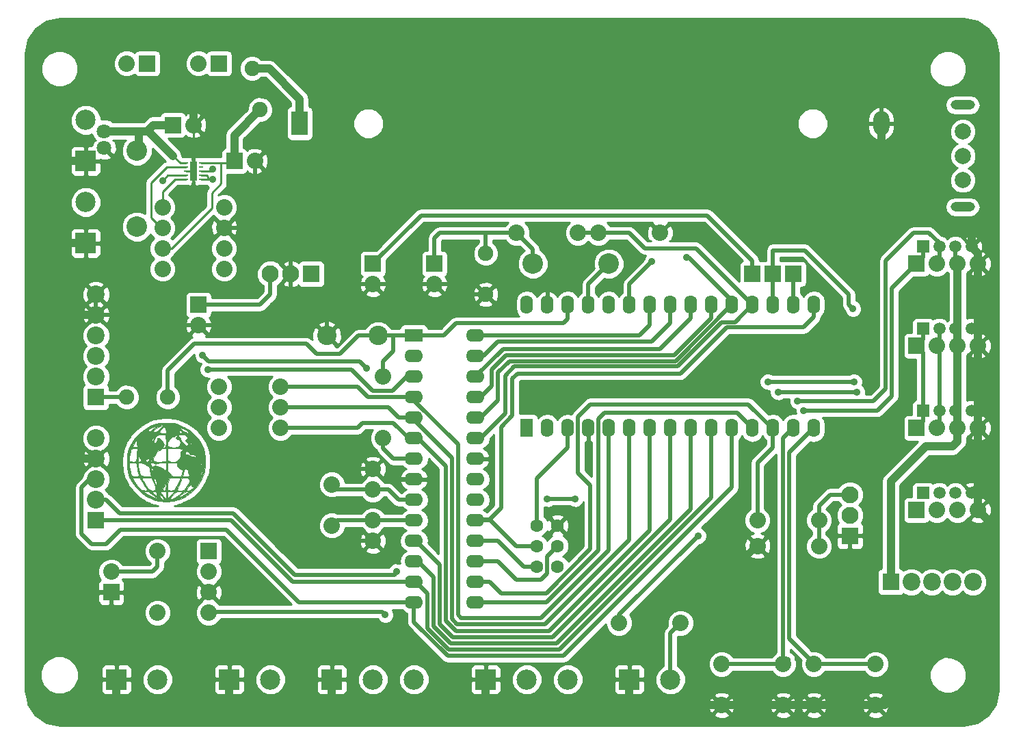
<source format=gtl>
G04 #@! TF.FileFunction,Copper,L1,Top,Signal*
%FSLAX46Y46*%
G04 Gerber Fmt 4.6, Leading zero omitted, Abs format (unit mm)*
G04 Created by KiCad (PCBNEW 4.0.4-stable) date 06/22/17 17:56:04*
%MOMM*%
%LPD*%
G01*
G04 APERTURE LIST*
%ADD10C,0.150000*%
%ADD11C,0.010000*%
%ADD12R,2.499360X2.499360*%
%ADD13C,2.499360*%
%ADD14C,1.800000*%
%ADD15R,2.000000X3.000000*%
%ADD16O,2.000000X3.000000*%
%ADD17R,2.032000X2.032000*%
%ADD18C,2.032000*%
%ADD19C,1.905000*%
%ADD20C,2.540000*%
%ADD21O,2.286000X1.574800*%
%ADD22R,2.286000X1.574800*%
%ADD23R,1.574800X2.286000*%
%ADD24O,1.574800X2.286000*%
%ADD25C,0.010000*%
%ADD26R,1.500000X1.500000*%
%ADD27C,1.500000*%
%ADD28R,2.100580X2.100580*%
%ADD29C,2.199640*%
%ADD30C,1.600200*%
%ADD31C,2.400300*%
%ADD32R,0.500000X0.250000*%
%ADD33R,0.840000X2.400000*%
%ADD34C,2.100580*%
%ADD35C,2.000000*%
%ADD36O,3.000000X1.200000*%
%ADD37C,0.889000*%
%ADD38C,0.250000*%
%ADD39C,1.000000*%
%ADD40C,0.500000*%
%ADD41C,0.254000*%
G04 APERTURE END LIST*
D10*
D11*
G36*
X20423092Y40001486D02*
X20985908Y39956429D01*
X21460235Y39867807D01*
X21533706Y39846542D01*
X22350578Y39507299D01*
X23099366Y39027203D01*
X23629072Y38551761D01*
X24088128Y38023669D01*
X24434358Y37501757D01*
X24708748Y36921380D01*
X24778661Y36738568D01*
X24887208Y36313991D01*
X24954463Y35781005D01*
X24979724Y35195601D01*
X24962288Y34613766D01*
X24901454Y34091491D01*
X24816268Y33739667D01*
X24444352Y32872657D01*
X23951998Y32116171D01*
X23346541Y31478797D01*
X22635312Y30969122D01*
X22298847Y30791390D01*
X21920794Y30624722D01*
X21538020Y30478788D01*
X21217552Y30378533D01*
X21141332Y30360628D01*
X20783714Y30312357D01*
X20331732Y30286038D01*
X19859094Y30282998D01*
X19439508Y30304564D01*
X19261666Y30326786D01*
X18795855Y30442794D01*
X18275494Y30632168D01*
X17779263Y30863762D01*
X17509875Y31020273D01*
X16944718Y31458924D01*
X17399000Y31458924D01*
X17469788Y31388492D01*
X17659380Y31266474D01*
X17933614Y31113915D01*
X18086137Y31035590D01*
X18450528Y30860621D01*
X18720621Y30745920D01*
X18882182Y30695971D01*
X18920980Y30715259D01*
X18833224Y30800193D01*
X18696753Y30909597D01*
X18617248Y30974426D01*
X19267106Y30974426D01*
X19324397Y30837817D01*
X19434298Y30707632D01*
X19583337Y30586720D01*
X19725111Y30525979D01*
X19814631Y30535067D01*
X19813264Y30550756D01*
X20553409Y30550756D01*
X20595507Y30532848D01*
X20651702Y30550279D01*
X20838329Y30599830D01*
X20911202Y30607000D01*
X21030498Y30655093D01*
X21231601Y30779090D01*
X21342702Y30856855D01*
X21704351Y30856855D01*
X21718151Y30829793D01*
X21830851Y30861532D01*
X21844000Y30866157D01*
X22076427Y30965897D01*
X22356446Y31108799D01*
X22453457Y31163558D01*
X22729293Y31339355D01*
X22850844Y31456826D01*
X22820950Y31520769D01*
X22674496Y31536592D01*
X22434535Y31465632D01*
X22125671Y31252404D01*
X22013333Y31155529D01*
X21799421Y30959754D01*
X21704351Y30856855D01*
X21342702Y30856855D01*
X21473736Y30948572D01*
X21716129Y31133119D01*
X21918007Y31302312D01*
X22038597Y31425730D01*
X22055666Y31460844D01*
X21980142Y31507749D01*
X21789770Y31535292D01*
X21687920Y31538334D01*
X21471331Y31525663D01*
X21311297Y31466409D01*
X21152046Y31328708D01*
X20983977Y31136167D01*
X20738686Y30836620D01*
X20598149Y30646748D01*
X20553409Y30550756D01*
X19813264Y30550756D01*
X19806908Y30623645D01*
X19804401Y30628167D01*
X19670805Y30816738D01*
X19514586Y30976258D01*
X19381855Y31063900D01*
X19334026Y31065061D01*
X19267106Y30974426D01*
X18617248Y30974426D01*
X18484294Y31082836D01*
X18316504Y31220834D01*
X17986333Y31448380D01*
X17883854Y31481000D01*
X18330333Y31481000D01*
X18389398Y31396023D01*
X18537525Y31251503D01*
X18605500Y31192654D01*
X18778547Y31054491D01*
X18863722Y31020615D01*
X18899791Y31082901D01*
X18908528Y31129145D01*
X18909978Y31330541D01*
X18890019Y31417491D01*
X18851566Y31446750D01*
X19431000Y31446750D01*
X19478861Y31346433D01*
X19598633Y31168782D01*
X19754600Y30960282D01*
X19911043Y30767423D01*
X20032245Y30636691D01*
X20076199Y30607000D01*
X20093802Y30683603D01*
X20105474Y30881194D01*
X20108333Y31072667D01*
X20108333Y31538334D01*
X20277666Y31538334D01*
X20281460Y31051500D01*
X20285254Y30564667D01*
X20662460Y30985682D01*
X20853959Y31208596D01*
X20989726Y31384147D01*
X21039666Y31472515D01*
X20963958Y31511776D01*
X20772417Y31535320D01*
X20658666Y31538334D01*
X20277666Y31538334D01*
X20108333Y31538334D01*
X19769666Y31538334D01*
X19557498Y31518022D01*
X19439603Y31467259D01*
X19431000Y31446750D01*
X18851566Y31446750D01*
X18797317Y31488027D01*
X18628297Y31531738D01*
X18452992Y31540678D01*
X18341440Y31506900D01*
X18330333Y31481000D01*
X17883854Y31481000D01*
X17709739Y31536422D01*
X17665446Y31538334D01*
X17481774Y31516319D01*
X17399337Y31462928D01*
X17399000Y31458924D01*
X16944718Y31458924D01*
X16921751Y31476750D01*
X16384538Y32038899D01*
X15926426Y32668189D01*
X15659818Y33168167D01*
X15959983Y33168167D01*
X16014525Y33011396D01*
X16157001Y32772103D01*
X16357223Y32489092D01*
X16584998Y32201169D01*
X16810137Y31947136D01*
X17002450Y31765800D01*
X17099343Y31703705D01*
X17315144Y31647657D01*
X17548227Y31629382D01*
X17723318Y31652324D01*
X17759907Y31673464D01*
X17742774Y31763797D01*
X17646198Y31945151D01*
X17532663Y32117964D01*
X17330561Y32420132D01*
X17133688Y32738562D01*
X17057387Y32871834D01*
X16933949Y33080763D01*
X16894619Y33117794D01*
X17145000Y33117794D01*
X17191288Y32986777D01*
X17312069Y32762784D01*
X17480213Y32488289D01*
X17668591Y32205766D01*
X17850074Y31957691D01*
X17991437Y31792563D01*
X18206938Y31667669D01*
X18460473Y31640284D01*
X18684447Y31709490D01*
X18768560Y31791542D01*
X19660104Y31791542D01*
X19681657Y31667262D01*
X19840158Y31634559D01*
X19883489Y31639325D01*
X19986449Y31673158D01*
X20044260Y31764844D01*
X20072242Y31955513D01*
X20079356Y32108106D01*
X20276959Y32108106D01*
X20285513Y31847565D01*
X20328354Y31687479D01*
X20338014Y31675542D01*
X20452335Y31644290D01*
X20670659Y31635634D01*
X20782514Y31640264D01*
X20976913Y31658130D01*
X21110140Y31702286D01*
X21144281Y31734699D01*
X21511578Y31734699D01*
X21513044Y31695191D01*
X21627653Y31642779D01*
X21838996Y31625176D01*
X22078244Y31641644D01*
X22276570Y31691445D01*
X22302152Y31703646D01*
X22313173Y31713316D01*
X22648333Y31713316D01*
X22711506Y31629722D01*
X22870627Y31628526D01*
X23080094Y31699184D01*
X23294308Y31831154D01*
X23345497Y31874519D01*
X23508695Y32029175D01*
X23554178Y32103088D01*
X23492169Y32126450D01*
X23431500Y32128519D01*
X23277796Y32178851D01*
X23241000Y32258000D01*
X23200622Y32370749D01*
X23166382Y32385000D01*
X23070714Y32321447D01*
X22929618Y32166889D01*
X22784861Y31975480D01*
X22678208Y31801374D01*
X22648333Y31713316D01*
X22313173Y31713316D01*
X22426730Y31812951D01*
X22602473Y32018197D01*
X22772079Y32247813D01*
X22941036Y32501678D01*
X23024541Y32668100D01*
X23036586Y32796693D01*
X22991162Y32937071D01*
X22976158Y32971501D01*
X22886082Y33133840D01*
X22766344Y33209697D01*
X22555513Y33231080D01*
X22476866Y33231667D01*
X22092735Y33231667D01*
X21780582Y32499524D01*
X21649422Y32174224D01*
X21555527Y31906573D01*
X21511578Y31734699D01*
X21144281Y31734699D01*
X21218305Y31804974D01*
X21337516Y31998439D01*
X21474327Y32258000D01*
X21680740Y32657572D01*
X21806378Y32929617D01*
X21845113Y33098601D01*
X21790813Y33188991D01*
X21637350Y33225254D01*
X21378594Y33231855D01*
X21230386Y33231667D01*
X20563029Y33231667D01*
X20420347Y32932461D01*
X20348045Y32706554D01*
X20299026Y32413102D01*
X20276959Y32108106D01*
X20079356Y32108106D01*
X20082397Y32173334D01*
X20086267Y32434649D01*
X20074065Y32539350D01*
X20043355Y32499606D01*
X20026825Y32450768D01*
X19919903Y32214215D01*
X19778748Y31996316D01*
X19660104Y31791542D01*
X18768560Y31791542D01*
X18780561Y31803248D01*
X18806821Y31922477D01*
X18767298Y32118370D01*
X18654649Y32420074D01*
X18583299Y32586415D01*
X18367917Y33076513D01*
X18564638Y33076513D01*
X18618183Y32896742D01*
X18684980Y32723667D01*
X18789430Y32489408D01*
X18871587Y32335673D01*
X18903102Y32300334D01*
X18919029Y32374822D01*
X18908822Y32561869D01*
X18898234Y32651203D01*
X18814194Y32956799D01*
X18667840Y33120798D01*
X18567858Y33145704D01*
X18564638Y33076513D01*
X18367917Y33076513D01*
X18299731Y33231667D01*
X17722365Y33231667D01*
X17394564Y33221859D01*
X17210598Y33189209D01*
X17145930Y33128876D01*
X17145000Y33117794D01*
X16894619Y33117794D01*
X16820567Y33187515D01*
X16655518Y33226383D01*
X16409742Y33231667D01*
X16159660Y33220884D01*
X15996383Y33193156D01*
X15959983Y33168167D01*
X15659818Y33168167D01*
X15575607Y33326089D01*
X15365346Y33951381D01*
X15302905Y34376414D01*
X15275937Y34901934D01*
X15278590Y35104064D01*
X15510938Y35104064D01*
X15562193Y34555182D01*
X15609980Y34210815D01*
X15680670Y33886880D01*
X15739904Y33703650D01*
X15826012Y33524192D01*
X15926206Y33434802D01*
X16097760Y33404198D01*
X16294013Y33401000D01*
X16536627Y33412310D01*
X16690925Y33441257D01*
X16720244Y33464500D01*
X16703674Y33570629D01*
X16660475Y33801777D01*
X16598395Y34117154D01*
X16563447Y34290000D01*
X16456731Y34813368D01*
X16637000Y34813368D01*
X16662688Y34564483D01*
X16728716Y34247942D01*
X16818531Y33924218D01*
X16915578Y33653779D01*
X16994672Y33506834D01*
X17135018Y33444176D01*
X17416505Y33408149D01*
X17667203Y33401000D01*
X18253339Y33401000D01*
X18197597Y33718500D01*
X18127106Y34113936D01*
X18090326Y34279391D01*
X18259217Y34279391D01*
X18280315Y34194828D01*
X18349836Y34101111D01*
X18434708Y34148843D01*
X18488998Y34264429D01*
X18433344Y34347856D01*
X18320548Y34407389D01*
X18278951Y34393841D01*
X18259217Y34279391D01*
X18090326Y34279391D01*
X18068087Y34379427D01*
X18000342Y34551372D01*
X17903673Y34666170D01*
X17757879Y34760222D01*
X17564808Y34858805D01*
X17321592Y34965458D01*
X18192384Y34965458D01*
X18194274Y34960409D01*
X18240835Y34769681D01*
X18245666Y34706409D01*
X18310917Y34611388D01*
X18457607Y34590825D01*
X18612137Y34651072D01*
X18636773Y34672641D01*
X18772410Y34702381D01*
X19002605Y34659892D01*
X19280002Y34565322D01*
X19557245Y34438826D01*
X19786980Y34300553D01*
X19921850Y34170655D01*
X19939000Y34118493D01*
X19985409Y34007224D01*
X20023666Y33993667D01*
X20067910Y34071425D01*
X20098201Y34277407D01*
X20108333Y34544000D01*
X20108333Y35094334D01*
X20277666Y35094334D01*
X20277666Y34515257D01*
X20282747Y34204979D01*
X20307192Y34019883D01*
X20364807Y33915911D01*
X20469398Y33849002D01*
X20489333Y33839739D01*
X20655710Y33703390D01*
X20701000Y33572149D01*
X20715654Y33484464D01*
X20783116Y33433129D01*
X20938633Y33408583D01*
X21217454Y33401265D01*
X21332020Y33401000D01*
X21963040Y33401000D01*
X22144566Y33401000D01*
X22565783Y33401000D01*
X22822064Y33411553D01*
X22948623Y33452367D01*
X22984259Y33537181D01*
X22984307Y33549167D01*
X22932589Y33734846D01*
X22931311Y33737034D01*
X24372576Y33737034D01*
X24388587Y33647578D01*
X24456019Y33599685D01*
X24519654Y33702954D01*
X24575656Y33875660D01*
X24589715Y33948310D01*
X24546366Y33962319D01*
X24458648Y33892935D01*
X24372576Y33737034D01*
X22931311Y33737034D01*
X22863122Y33853730D01*
X22787044Y34024405D01*
X22790206Y34128897D01*
X22785310Y34232679D01*
X22748983Y34247667D01*
X22597556Y34275961D01*
X22529434Y34298607D01*
X22414888Y34283825D01*
X22317584Y34133546D01*
X22229949Y33833570D01*
X22197375Y33676167D01*
X22144566Y33401000D01*
X21963040Y33401000D01*
X22051214Y33718500D01*
X22121803Y34010146D01*
X22129439Y34174262D01*
X22072453Y34241172D01*
X22022104Y34247667D01*
X21905553Y34300460D01*
X21752361Y34431223D01*
X21598443Y34598535D01*
X21514536Y34713334D01*
X24595666Y34713334D01*
X24638000Y34671000D01*
X24680333Y34713334D01*
X24638000Y34755667D01*
X24595666Y34713334D01*
X21514536Y34713334D01*
X21479715Y34760975D01*
X21432091Y34877121D01*
X21450624Y34906764D01*
X21506721Y34957797D01*
X24370770Y34957797D01*
X24384000Y34925000D01*
X24460082Y34844230D01*
X24473663Y34840334D01*
X24510029Y34905840D01*
X24511000Y34925000D01*
X24445912Y35006414D01*
X24421336Y35009667D01*
X24370770Y34957797D01*
X21506721Y34957797D01*
X21542655Y34990487D01*
X21547666Y35016723D01*
X21469925Y35053819D01*
X21264281Y35081261D01*
X20972101Y35093994D01*
X20912666Y35094334D01*
X20277666Y35094334D01*
X20108333Y35094334D01*
X19646650Y35094334D01*
X19340532Y35076068D01*
X19071414Y35029472D01*
X18967020Y34995030D01*
X18778458Y34938104D01*
X18656080Y34988893D01*
X18649770Y34995030D01*
X18491088Y35073759D01*
X18346674Y35094334D01*
X18200802Y35065668D01*
X18192384Y34965458D01*
X17321592Y34965458D01*
X17275173Y34985813D01*
X17009587Y35070923D01*
X16869833Y35092915D01*
X16710115Y35073594D01*
X16646885Y34978649D01*
X16637000Y34813368D01*
X16456731Y34813368D01*
X16408072Y35052000D01*
X15510938Y35104064D01*
X15278590Y35104064D01*
X15283311Y35463567D01*
X15285624Y35493964D01*
X15511497Y35493964D01*
X15532394Y35345865D01*
X15611192Y35264116D01*
X15612061Y35263606D01*
X15815329Y35201376D01*
X16074550Y35185567D01*
X16298209Y35218618D01*
X16353825Y35243844D01*
X16403381Y35351407D01*
X16419695Y35428236D01*
X16610937Y35428236D01*
X16650810Y35290114D01*
X16654873Y35284834D01*
X16772275Y35189267D01*
X16908733Y35221763D01*
X16965003Y35255285D01*
X17028879Y35330943D01*
X17013834Y35396320D01*
X17615062Y35396320D01*
X17615805Y35252945D01*
X17636913Y35223310D01*
X17769584Y35185362D01*
X17905375Y35264643D01*
X17976388Y35412699D01*
X17970515Y35464045D01*
X18161000Y35464045D01*
X18187461Y35296697D01*
X18245519Y35217850D01*
X18303186Y35259602D01*
X18317106Y35307398D01*
X18294122Y35482163D01*
X18253606Y35543594D01*
X18180729Y35574348D01*
X18161000Y35464045D01*
X17970515Y35464045D01*
X17959257Y35562468D01*
X17879582Y35588684D01*
X18511180Y35588684D01*
X18515829Y35386141D01*
X18632744Y35256755D01*
X18690166Y35238753D01*
X19043645Y35198873D01*
X19445986Y35193651D01*
X19798067Y35223676D01*
X19843750Y35231917D01*
X20108333Y35284834D01*
X20108333Y36077073D01*
X20277666Y36077073D01*
X20279744Y35686216D01*
X20301852Y35433636D01*
X20367797Y35288318D01*
X20501390Y35219249D01*
X20726439Y35195414D01*
X20959557Y35188822D01*
X21218354Y35200249D01*
X21405578Y35273911D01*
X21537176Y35388102D01*
X24109564Y35388102D01*
X24126518Y35353967D01*
X24207251Y35266434D01*
X24222102Y35328163D01*
X24201549Y35394319D01*
X24139216Y35486525D01*
X24111062Y35484618D01*
X24109564Y35388102D01*
X21537176Y35388102D01*
X21601952Y35444309D01*
X21634060Y35477116D01*
X21815003Y35688478D01*
X21895280Y35877122D01*
X21907678Y36124562D01*
X21906501Y36154449D01*
X21907299Y36212730D01*
X22411321Y36212730D01*
X22435100Y36131774D01*
X22595633Y36110334D01*
X22796176Y36061818D01*
X22898410Y35988061D01*
X23046490Y35897846D01*
X23276092Y35837314D01*
X23310944Y35832960D01*
X23534011Y35807692D01*
X23679840Y35788057D01*
X23691708Y35785900D01*
X23737194Y35840657D01*
X23733311Y35919834D01*
X23718376Y35941000D01*
X23918333Y35941000D01*
X23947220Y35858535D01*
X23955669Y35856334D01*
X24027955Y35915663D01*
X24045333Y35941000D01*
X24038620Y36019019D01*
X24007996Y36025667D01*
X23921778Y35964207D01*
X23918333Y35941000D01*
X23718376Y35941000D01*
X23659036Y36025094D01*
X23465072Y36081588D01*
X23339044Y36094380D01*
X23100233Y36129200D01*
X23011523Y36192660D01*
X23015574Y36232010D01*
X22981136Y36345820D01*
X22861427Y36432945D01*
X22683812Y36475987D01*
X22544126Y36389121D01*
X22529461Y36373315D01*
X22411321Y36212730D01*
X21907299Y36212730D01*
X21909853Y36398971D01*
X21955123Y36512715D01*
X22021373Y36533667D01*
X22120907Y36597249D01*
X22124371Y36681834D01*
X22091271Y36748773D01*
X22002673Y36794224D01*
X21828947Y36823629D01*
X21540464Y36842429D01*
X21186829Y36854032D01*
X20277666Y36878063D01*
X20277666Y36077073D01*
X20108333Y36077073D01*
X20108333Y36872334D01*
X19821058Y36872334D01*
X19589808Y36835065D01*
X19485048Y36745334D01*
X19374337Y36632742D01*
X19311019Y36618334D01*
X19154616Y36558147D01*
X18969276Y36414434D01*
X18814792Y36242469D01*
X18750973Y36100625D01*
X18700675Y35944379D01*
X18623973Y35818985D01*
X18511180Y35588684D01*
X17879582Y35588684D01*
X17838096Y35602334D01*
X17702623Y35538148D01*
X17615062Y35396320D01*
X17013834Y35396320D01*
X17000278Y35455224D01*
X16925582Y35592656D01*
X16808997Y35766210D01*
X16722641Y35853782D01*
X16713282Y35856334D01*
X16649640Y35784412D01*
X16613036Y35617358D01*
X16610937Y35428236D01*
X16419695Y35428236D01*
X16453563Y35587728D01*
X16496771Y35912435D01*
X16512912Y36089215D01*
X16574174Y36872334D01*
X16195655Y36872334D01*
X15959298Y36863369D01*
X15832673Y36807679D01*
X15756218Y36662066D01*
X15712063Y36521631D01*
X15631686Y36209920D01*
X15558803Y35858176D01*
X15541556Y35756995D01*
X15511497Y35493964D01*
X15285624Y35493964D01*
X15323899Y35996937D01*
X15396568Y36437670D01*
X15409938Y36490956D01*
X15629549Y37075058D01*
X15999187Y37075058D01*
X16092969Y36984390D01*
X16277782Y36997235D01*
X16451112Y37044711D01*
X16526618Y37072397D01*
X16525016Y37158030D01*
X16502284Y37358264D01*
X16481009Y37510015D01*
X16466683Y37606327D01*
X18600488Y37606327D01*
X18691534Y37552732D01*
X18744608Y37549667D01*
X18911335Y37623955D01*
X18997548Y37836896D01*
X19007666Y37979925D01*
X19051916Y38121392D01*
X19166883Y38142446D01*
X19325893Y38061200D01*
X19502272Y37895766D01*
X19669345Y37664253D01*
X19771090Y37461563D01*
X19838016Y37259886D01*
X19818459Y37163774D01*
X19785868Y37145846D01*
X19721220Y37068189D01*
X19731802Y37034436D01*
X19791564Y36966420D01*
X19888017Y36976737D01*
X19974408Y37008392D01*
X20067986Y37133265D01*
X20104629Y37385698D01*
X20277666Y37385698D01*
X20289443Y37168739D01*
X20351922Y37066438D01*
X20505828Y37024413D01*
X20552833Y37018248D01*
X21096063Y36972185D01*
X21486438Y36987514D01*
X21721679Y37064100D01*
X21753285Y37090048D01*
X21853702Y37282343D01*
X21864391Y37522214D01*
X21799344Y37753973D01*
X21672555Y37921935D01*
X21531419Y37973000D01*
X21380837Y38030813D01*
X21311161Y38158876D01*
X21351535Y38289127D01*
X21384710Y38315609D01*
X21452352Y38409199D01*
X21435530Y38452025D01*
X21322498Y38463911D01*
X21206298Y38414295D01*
X21023341Y38331137D01*
X20922178Y38311667D01*
X20806805Y38244486D01*
X20666633Y38077106D01*
X20627551Y38015334D01*
X20497791Y37828729D01*
X20388110Y37725947D01*
X20365188Y37719000D01*
X20310025Y37643975D01*
X20279689Y37456889D01*
X20277666Y37385698D01*
X20104629Y37385698D01*
X20108021Y37409064D01*
X20093831Y37825842D01*
X20054491Y38172850D01*
X20011091Y38489492D01*
X21645764Y38489492D01*
X21680982Y38386163D01*
X21759333Y38311667D01*
X21860963Y38147164D01*
X21886333Y38006919D01*
X21961321Y37799531D01*
X22098000Y37668881D01*
X22249669Y37538984D01*
X22309666Y37429863D01*
X22376276Y37257781D01*
X22532635Y37186250D01*
X22656588Y37215419D01*
X22805356Y37318496D01*
X22855720Y37373410D01*
X22828411Y37465000D01*
X23114000Y37465000D01*
X23120712Y37386982D01*
X23151336Y37380334D01*
X23237554Y37441794D01*
X23241000Y37465000D01*
X23212113Y37547466D01*
X23203663Y37549667D01*
X23131377Y37490338D01*
X23114000Y37465000D01*
X22828411Y37465000D01*
X22827259Y37468862D01*
X22695037Y37601275D01*
X22671082Y37619332D01*
X22600082Y37676667D01*
X23325666Y37676667D01*
X23368000Y37634334D01*
X23410333Y37676667D01*
X23368000Y37719000D01*
X23325666Y37676667D01*
X22600082Y37676667D01*
X22520586Y37740862D01*
X22510381Y37775445D01*
X23607888Y37775445D01*
X23619511Y37725111D01*
X23664333Y37719000D01*
X23734023Y37749979D01*
X23720777Y37775445D01*
X23620298Y37785578D01*
X23607888Y37775445D01*
X22510381Y37775445D01*
X22494797Y37828250D01*
X22569708Y37930667D01*
X23156333Y37930667D01*
X23198666Y37888334D01*
X23241000Y37930667D01*
X23198666Y37973000D01*
X23156333Y37930667D01*
X22569708Y37930667D01*
X22578136Y37942189D01*
X22585979Y37950878D01*
X22711291Y38124047D01*
X22702928Y38265093D01*
X22592877Y38410834D01*
X22426756Y38513501D01*
X22761769Y38513501D01*
X22775333Y38481000D01*
X22887492Y38399495D01*
X22912326Y38396334D01*
X22958230Y38448500D01*
X22944666Y38481000D01*
X22832507Y38562506D01*
X22807673Y38565667D01*
X22761769Y38513501D01*
X22426756Y38513501D01*
X22412661Y38522212D01*
X22117514Y38564557D01*
X22042544Y38565667D01*
X21764276Y38547524D01*
X21645764Y38489492D01*
X20011091Y38489492D01*
X20000650Y38565667D01*
X19559614Y38565667D01*
X19258097Y38545136D01*
X19048420Y38461285D01*
X18881259Y38280727D01*
X18721543Y37998372D01*
X18610929Y37746368D01*
X18600488Y37606327D01*
X16466683Y37606327D01*
X16432692Y37834826D01*
X18335958Y37834826D01*
X18401409Y37803667D01*
X18483116Y37872324D01*
X18577828Y38034868D01*
X18645242Y38191415D01*
X18626567Y38209775D01*
X18506751Y38106413D01*
X18364761Y37945177D01*
X18335958Y37834826D01*
X16432692Y37834826D01*
X16418434Y37930667D01*
X16183015Y37562956D01*
X16028795Y37270346D01*
X15999187Y37075058D01*
X15629549Y37075058D01*
X15701444Y37266275D01*
X16138688Y37984426D01*
X16702433Y38626418D01*
X16941087Y38820911D01*
X19261666Y38820911D01*
X19337811Y38771904D01*
X19532502Y38740799D01*
X19685000Y38735000D01*
X20108333Y38735000D01*
X20108333Y38904334D01*
X21717000Y38904334D01*
X21766608Y38771549D01*
X21928666Y38735000D01*
X22087797Y38762970D01*
X22140333Y38816688D01*
X22074773Y38910343D01*
X21930291Y39013295D01*
X21785188Y39071950D01*
X21764899Y39073667D01*
X21725927Y39002487D01*
X21717000Y38904334D01*
X20108333Y38904334D01*
X20108333Y39020967D01*
X20069170Y39255313D01*
X20004133Y39366445D01*
X21845532Y39366445D01*
X21916728Y39263948D01*
X22066504Y39126193D01*
X22261442Y38978935D01*
X22468126Y38847929D01*
X22653140Y38758930D01*
X22759163Y38735230D01*
X22917810Y38760131D01*
X22943576Y38821431D01*
X22831617Y38921749D01*
X22620101Y39059982D01*
X22363334Y39206002D01*
X22115626Y39329683D01*
X21931283Y39400898D01*
X21886333Y39407929D01*
X21845532Y39366445D01*
X20004133Y39366445D01*
X19973465Y39418848D01*
X19972016Y39420066D01*
X19874962Y39471295D01*
X19769608Y39434697D01*
X19614403Y39290637D01*
X19548683Y39220010D01*
X19382805Y39023098D01*
X19279145Y38869434D01*
X19261666Y38820911D01*
X16941087Y38820911D01*
X17045945Y38906365D01*
X18392029Y38906365D01*
X18416768Y38865847D01*
X18576419Y38859257D01*
X18659226Y38861047D01*
X18855262Y38882248D01*
X19018850Y38954181D01*
X19198220Y39106529D01*
X19389047Y39310208D01*
X19572939Y39525642D01*
X19688289Y39682670D01*
X19712627Y39750339D01*
X19709031Y39751000D01*
X19591807Y39707508D01*
X19379745Y39595138D01*
X19117472Y39441052D01*
X18849613Y39272411D01*
X18620796Y39116376D01*
X18476191Y39000647D01*
X18392029Y38906365D01*
X17045945Y38906365D01*
X17273625Y39091913D01*
X17872218Y39091913D01*
X17910602Y39026994D01*
X17969826Y38965709D01*
X18036695Y38950337D01*
X18143748Y38994132D01*
X18323524Y39110349D01*
X18605500Y39310052D01*
X18820929Y39468856D01*
X18966881Y39585628D01*
X19007666Y39628187D01*
X18938141Y39625036D01*
X18761257Y39570942D01*
X18524553Y39483377D01*
X18275567Y39379814D01*
X18079967Y39287213D01*
X17907984Y39180370D01*
X17872218Y39091913D01*
X17273625Y39091913D01*
X17373445Y39173261D01*
X18132487Y39605966D01*
X18832533Y39869843D01*
X19283522Y39958735D01*
X19834670Y40002435D01*
X20423092Y40001486D01*
X20423092Y40001486D01*
G37*
X20423092Y40001486D02*
X20985908Y39956429D01*
X21460235Y39867807D01*
X21533706Y39846542D01*
X22350578Y39507299D01*
X23099366Y39027203D01*
X23629072Y38551761D01*
X24088128Y38023669D01*
X24434358Y37501757D01*
X24708748Y36921380D01*
X24778661Y36738568D01*
X24887208Y36313991D01*
X24954463Y35781005D01*
X24979724Y35195601D01*
X24962288Y34613766D01*
X24901454Y34091491D01*
X24816268Y33739667D01*
X24444352Y32872657D01*
X23951998Y32116171D01*
X23346541Y31478797D01*
X22635312Y30969122D01*
X22298847Y30791390D01*
X21920794Y30624722D01*
X21538020Y30478788D01*
X21217552Y30378533D01*
X21141332Y30360628D01*
X20783714Y30312357D01*
X20331732Y30286038D01*
X19859094Y30282998D01*
X19439508Y30304564D01*
X19261666Y30326786D01*
X18795855Y30442794D01*
X18275494Y30632168D01*
X17779263Y30863762D01*
X17509875Y31020273D01*
X16944718Y31458924D01*
X17399000Y31458924D01*
X17469788Y31388492D01*
X17659380Y31266474D01*
X17933614Y31113915D01*
X18086137Y31035590D01*
X18450528Y30860621D01*
X18720621Y30745920D01*
X18882182Y30695971D01*
X18920980Y30715259D01*
X18833224Y30800193D01*
X18696753Y30909597D01*
X18617248Y30974426D01*
X19267106Y30974426D01*
X19324397Y30837817D01*
X19434298Y30707632D01*
X19583337Y30586720D01*
X19725111Y30525979D01*
X19814631Y30535067D01*
X19813264Y30550756D01*
X20553409Y30550756D01*
X20595507Y30532848D01*
X20651702Y30550279D01*
X20838329Y30599830D01*
X20911202Y30607000D01*
X21030498Y30655093D01*
X21231601Y30779090D01*
X21342702Y30856855D01*
X21704351Y30856855D01*
X21718151Y30829793D01*
X21830851Y30861532D01*
X21844000Y30866157D01*
X22076427Y30965897D01*
X22356446Y31108799D01*
X22453457Y31163558D01*
X22729293Y31339355D01*
X22850844Y31456826D01*
X22820950Y31520769D01*
X22674496Y31536592D01*
X22434535Y31465632D01*
X22125671Y31252404D01*
X22013333Y31155529D01*
X21799421Y30959754D01*
X21704351Y30856855D01*
X21342702Y30856855D01*
X21473736Y30948572D01*
X21716129Y31133119D01*
X21918007Y31302312D01*
X22038597Y31425730D01*
X22055666Y31460844D01*
X21980142Y31507749D01*
X21789770Y31535292D01*
X21687920Y31538334D01*
X21471331Y31525663D01*
X21311297Y31466409D01*
X21152046Y31328708D01*
X20983977Y31136167D01*
X20738686Y30836620D01*
X20598149Y30646748D01*
X20553409Y30550756D01*
X19813264Y30550756D01*
X19806908Y30623645D01*
X19804401Y30628167D01*
X19670805Y30816738D01*
X19514586Y30976258D01*
X19381855Y31063900D01*
X19334026Y31065061D01*
X19267106Y30974426D01*
X18617248Y30974426D01*
X18484294Y31082836D01*
X18316504Y31220834D01*
X17986333Y31448380D01*
X17883854Y31481000D01*
X18330333Y31481000D01*
X18389398Y31396023D01*
X18537525Y31251503D01*
X18605500Y31192654D01*
X18778547Y31054491D01*
X18863722Y31020615D01*
X18899791Y31082901D01*
X18908528Y31129145D01*
X18909978Y31330541D01*
X18890019Y31417491D01*
X18851566Y31446750D01*
X19431000Y31446750D01*
X19478861Y31346433D01*
X19598633Y31168782D01*
X19754600Y30960282D01*
X19911043Y30767423D01*
X20032245Y30636691D01*
X20076199Y30607000D01*
X20093802Y30683603D01*
X20105474Y30881194D01*
X20108333Y31072667D01*
X20108333Y31538334D01*
X20277666Y31538334D01*
X20281460Y31051500D01*
X20285254Y30564667D01*
X20662460Y30985682D01*
X20853959Y31208596D01*
X20989726Y31384147D01*
X21039666Y31472515D01*
X20963958Y31511776D01*
X20772417Y31535320D01*
X20658666Y31538334D01*
X20277666Y31538334D01*
X20108333Y31538334D01*
X19769666Y31538334D01*
X19557498Y31518022D01*
X19439603Y31467259D01*
X19431000Y31446750D01*
X18851566Y31446750D01*
X18797317Y31488027D01*
X18628297Y31531738D01*
X18452992Y31540678D01*
X18341440Y31506900D01*
X18330333Y31481000D01*
X17883854Y31481000D01*
X17709739Y31536422D01*
X17665446Y31538334D01*
X17481774Y31516319D01*
X17399337Y31462928D01*
X17399000Y31458924D01*
X16944718Y31458924D01*
X16921751Y31476750D01*
X16384538Y32038899D01*
X15926426Y32668189D01*
X15659818Y33168167D01*
X15959983Y33168167D01*
X16014525Y33011396D01*
X16157001Y32772103D01*
X16357223Y32489092D01*
X16584998Y32201169D01*
X16810137Y31947136D01*
X17002450Y31765800D01*
X17099343Y31703705D01*
X17315144Y31647657D01*
X17548227Y31629382D01*
X17723318Y31652324D01*
X17759907Y31673464D01*
X17742774Y31763797D01*
X17646198Y31945151D01*
X17532663Y32117964D01*
X17330561Y32420132D01*
X17133688Y32738562D01*
X17057387Y32871834D01*
X16933949Y33080763D01*
X16894619Y33117794D01*
X17145000Y33117794D01*
X17191288Y32986777D01*
X17312069Y32762784D01*
X17480213Y32488289D01*
X17668591Y32205766D01*
X17850074Y31957691D01*
X17991437Y31792563D01*
X18206938Y31667669D01*
X18460473Y31640284D01*
X18684447Y31709490D01*
X18768560Y31791542D01*
X19660104Y31791542D01*
X19681657Y31667262D01*
X19840158Y31634559D01*
X19883489Y31639325D01*
X19986449Y31673158D01*
X20044260Y31764844D01*
X20072242Y31955513D01*
X20079356Y32108106D01*
X20276959Y32108106D01*
X20285513Y31847565D01*
X20328354Y31687479D01*
X20338014Y31675542D01*
X20452335Y31644290D01*
X20670659Y31635634D01*
X20782514Y31640264D01*
X20976913Y31658130D01*
X21110140Y31702286D01*
X21144281Y31734699D01*
X21511578Y31734699D01*
X21513044Y31695191D01*
X21627653Y31642779D01*
X21838996Y31625176D01*
X22078244Y31641644D01*
X22276570Y31691445D01*
X22302152Y31703646D01*
X22313173Y31713316D01*
X22648333Y31713316D01*
X22711506Y31629722D01*
X22870627Y31628526D01*
X23080094Y31699184D01*
X23294308Y31831154D01*
X23345497Y31874519D01*
X23508695Y32029175D01*
X23554178Y32103088D01*
X23492169Y32126450D01*
X23431500Y32128519D01*
X23277796Y32178851D01*
X23241000Y32258000D01*
X23200622Y32370749D01*
X23166382Y32385000D01*
X23070714Y32321447D01*
X22929618Y32166889D01*
X22784861Y31975480D01*
X22678208Y31801374D01*
X22648333Y31713316D01*
X22313173Y31713316D01*
X22426730Y31812951D01*
X22602473Y32018197D01*
X22772079Y32247813D01*
X22941036Y32501678D01*
X23024541Y32668100D01*
X23036586Y32796693D01*
X22991162Y32937071D01*
X22976158Y32971501D01*
X22886082Y33133840D01*
X22766344Y33209697D01*
X22555513Y33231080D01*
X22476866Y33231667D01*
X22092735Y33231667D01*
X21780582Y32499524D01*
X21649422Y32174224D01*
X21555527Y31906573D01*
X21511578Y31734699D01*
X21144281Y31734699D01*
X21218305Y31804974D01*
X21337516Y31998439D01*
X21474327Y32258000D01*
X21680740Y32657572D01*
X21806378Y32929617D01*
X21845113Y33098601D01*
X21790813Y33188991D01*
X21637350Y33225254D01*
X21378594Y33231855D01*
X21230386Y33231667D01*
X20563029Y33231667D01*
X20420347Y32932461D01*
X20348045Y32706554D01*
X20299026Y32413102D01*
X20276959Y32108106D01*
X20079356Y32108106D01*
X20082397Y32173334D01*
X20086267Y32434649D01*
X20074065Y32539350D01*
X20043355Y32499606D01*
X20026825Y32450768D01*
X19919903Y32214215D01*
X19778748Y31996316D01*
X19660104Y31791542D01*
X18768560Y31791542D01*
X18780561Y31803248D01*
X18806821Y31922477D01*
X18767298Y32118370D01*
X18654649Y32420074D01*
X18583299Y32586415D01*
X18367917Y33076513D01*
X18564638Y33076513D01*
X18618183Y32896742D01*
X18684980Y32723667D01*
X18789430Y32489408D01*
X18871587Y32335673D01*
X18903102Y32300334D01*
X18919029Y32374822D01*
X18908822Y32561869D01*
X18898234Y32651203D01*
X18814194Y32956799D01*
X18667840Y33120798D01*
X18567858Y33145704D01*
X18564638Y33076513D01*
X18367917Y33076513D01*
X18299731Y33231667D01*
X17722365Y33231667D01*
X17394564Y33221859D01*
X17210598Y33189209D01*
X17145930Y33128876D01*
X17145000Y33117794D01*
X16894619Y33117794D01*
X16820567Y33187515D01*
X16655518Y33226383D01*
X16409742Y33231667D01*
X16159660Y33220884D01*
X15996383Y33193156D01*
X15959983Y33168167D01*
X15659818Y33168167D01*
X15575607Y33326089D01*
X15365346Y33951381D01*
X15302905Y34376414D01*
X15275937Y34901934D01*
X15278590Y35104064D01*
X15510938Y35104064D01*
X15562193Y34555182D01*
X15609980Y34210815D01*
X15680670Y33886880D01*
X15739904Y33703650D01*
X15826012Y33524192D01*
X15926206Y33434802D01*
X16097760Y33404198D01*
X16294013Y33401000D01*
X16536627Y33412310D01*
X16690925Y33441257D01*
X16720244Y33464500D01*
X16703674Y33570629D01*
X16660475Y33801777D01*
X16598395Y34117154D01*
X16563447Y34290000D01*
X16456731Y34813368D01*
X16637000Y34813368D01*
X16662688Y34564483D01*
X16728716Y34247942D01*
X16818531Y33924218D01*
X16915578Y33653779D01*
X16994672Y33506834D01*
X17135018Y33444176D01*
X17416505Y33408149D01*
X17667203Y33401000D01*
X18253339Y33401000D01*
X18197597Y33718500D01*
X18127106Y34113936D01*
X18090326Y34279391D01*
X18259217Y34279391D01*
X18280315Y34194828D01*
X18349836Y34101111D01*
X18434708Y34148843D01*
X18488998Y34264429D01*
X18433344Y34347856D01*
X18320548Y34407389D01*
X18278951Y34393841D01*
X18259217Y34279391D01*
X18090326Y34279391D01*
X18068087Y34379427D01*
X18000342Y34551372D01*
X17903673Y34666170D01*
X17757879Y34760222D01*
X17564808Y34858805D01*
X17321592Y34965458D01*
X18192384Y34965458D01*
X18194274Y34960409D01*
X18240835Y34769681D01*
X18245666Y34706409D01*
X18310917Y34611388D01*
X18457607Y34590825D01*
X18612137Y34651072D01*
X18636773Y34672641D01*
X18772410Y34702381D01*
X19002605Y34659892D01*
X19280002Y34565322D01*
X19557245Y34438826D01*
X19786980Y34300553D01*
X19921850Y34170655D01*
X19939000Y34118493D01*
X19985409Y34007224D01*
X20023666Y33993667D01*
X20067910Y34071425D01*
X20098201Y34277407D01*
X20108333Y34544000D01*
X20108333Y35094334D01*
X20277666Y35094334D01*
X20277666Y34515257D01*
X20282747Y34204979D01*
X20307192Y34019883D01*
X20364807Y33915911D01*
X20469398Y33849002D01*
X20489333Y33839739D01*
X20655710Y33703390D01*
X20701000Y33572149D01*
X20715654Y33484464D01*
X20783116Y33433129D01*
X20938633Y33408583D01*
X21217454Y33401265D01*
X21332020Y33401000D01*
X21963040Y33401000D01*
X22144566Y33401000D01*
X22565783Y33401000D01*
X22822064Y33411553D01*
X22948623Y33452367D01*
X22984259Y33537181D01*
X22984307Y33549167D01*
X22932589Y33734846D01*
X22931311Y33737034D01*
X24372576Y33737034D01*
X24388587Y33647578D01*
X24456019Y33599685D01*
X24519654Y33702954D01*
X24575656Y33875660D01*
X24589715Y33948310D01*
X24546366Y33962319D01*
X24458648Y33892935D01*
X24372576Y33737034D01*
X22931311Y33737034D01*
X22863122Y33853730D01*
X22787044Y34024405D01*
X22790206Y34128897D01*
X22785310Y34232679D01*
X22748983Y34247667D01*
X22597556Y34275961D01*
X22529434Y34298607D01*
X22414888Y34283825D01*
X22317584Y34133546D01*
X22229949Y33833570D01*
X22197375Y33676167D01*
X22144566Y33401000D01*
X21963040Y33401000D01*
X22051214Y33718500D01*
X22121803Y34010146D01*
X22129439Y34174262D01*
X22072453Y34241172D01*
X22022104Y34247667D01*
X21905553Y34300460D01*
X21752361Y34431223D01*
X21598443Y34598535D01*
X21514536Y34713334D01*
X24595666Y34713334D01*
X24638000Y34671000D01*
X24680333Y34713334D01*
X24638000Y34755667D01*
X24595666Y34713334D01*
X21514536Y34713334D01*
X21479715Y34760975D01*
X21432091Y34877121D01*
X21450624Y34906764D01*
X21506721Y34957797D01*
X24370770Y34957797D01*
X24384000Y34925000D01*
X24460082Y34844230D01*
X24473663Y34840334D01*
X24510029Y34905840D01*
X24511000Y34925000D01*
X24445912Y35006414D01*
X24421336Y35009667D01*
X24370770Y34957797D01*
X21506721Y34957797D01*
X21542655Y34990487D01*
X21547666Y35016723D01*
X21469925Y35053819D01*
X21264281Y35081261D01*
X20972101Y35093994D01*
X20912666Y35094334D01*
X20277666Y35094334D01*
X20108333Y35094334D01*
X19646650Y35094334D01*
X19340532Y35076068D01*
X19071414Y35029472D01*
X18967020Y34995030D01*
X18778458Y34938104D01*
X18656080Y34988893D01*
X18649770Y34995030D01*
X18491088Y35073759D01*
X18346674Y35094334D01*
X18200802Y35065668D01*
X18192384Y34965458D01*
X17321592Y34965458D01*
X17275173Y34985813D01*
X17009587Y35070923D01*
X16869833Y35092915D01*
X16710115Y35073594D01*
X16646885Y34978649D01*
X16637000Y34813368D01*
X16456731Y34813368D01*
X16408072Y35052000D01*
X15510938Y35104064D01*
X15278590Y35104064D01*
X15283311Y35463567D01*
X15285624Y35493964D01*
X15511497Y35493964D01*
X15532394Y35345865D01*
X15611192Y35264116D01*
X15612061Y35263606D01*
X15815329Y35201376D01*
X16074550Y35185567D01*
X16298209Y35218618D01*
X16353825Y35243844D01*
X16403381Y35351407D01*
X16419695Y35428236D01*
X16610937Y35428236D01*
X16650810Y35290114D01*
X16654873Y35284834D01*
X16772275Y35189267D01*
X16908733Y35221763D01*
X16965003Y35255285D01*
X17028879Y35330943D01*
X17013834Y35396320D01*
X17615062Y35396320D01*
X17615805Y35252945D01*
X17636913Y35223310D01*
X17769584Y35185362D01*
X17905375Y35264643D01*
X17976388Y35412699D01*
X17970515Y35464045D01*
X18161000Y35464045D01*
X18187461Y35296697D01*
X18245519Y35217850D01*
X18303186Y35259602D01*
X18317106Y35307398D01*
X18294122Y35482163D01*
X18253606Y35543594D01*
X18180729Y35574348D01*
X18161000Y35464045D01*
X17970515Y35464045D01*
X17959257Y35562468D01*
X17879582Y35588684D01*
X18511180Y35588684D01*
X18515829Y35386141D01*
X18632744Y35256755D01*
X18690166Y35238753D01*
X19043645Y35198873D01*
X19445986Y35193651D01*
X19798067Y35223676D01*
X19843750Y35231917D01*
X20108333Y35284834D01*
X20108333Y36077073D01*
X20277666Y36077073D01*
X20279744Y35686216D01*
X20301852Y35433636D01*
X20367797Y35288318D01*
X20501390Y35219249D01*
X20726439Y35195414D01*
X20959557Y35188822D01*
X21218354Y35200249D01*
X21405578Y35273911D01*
X21537176Y35388102D01*
X24109564Y35388102D01*
X24126518Y35353967D01*
X24207251Y35266434D01*
X24222102Y35328163D01*
X24201549Y35394319D01*
X24139216Y35486525D01*
X24111062Y35484618D01*
X24109564Y35388102D01*
X21537176Y35388102D01*
X21601952Y35444309D01*
X21634060Y35477116D01*
X21815003Y35688478D01*
X21895280Y35877122D01*
X21907678Y36124562D01*
X21906501Y36154449D01*
X21907299Y36212730D01*
X22411321Y36212730D01*
X22435100Y36131774D01*
X22595633Y36110334D01*
X22796176Y36061818D01*
X22898410Y35988061D01*
X23046490Y35897846D01*
X23276092Y35837314D01*
X23310944Y35832960D01*
X23534011Y35807692D01*
X23679840Y35788057D01*
X23691708Y35785900D01*
X23737194Y35840657D01*
X23733311Y35919834D01*
X23718376Y35941000D01*
X23918333Y35941000D01*
X23947220Y35858535D01*
X23955669Y35856334D01*
X24027955Y35915663D01*
X24045333Y35941000D01*
X24038620Y36019019D01*
X24007996Y36025667D01*
X23921778Y35964207D01*
X23918333Y35941000D01*
X23718376Y35941000D01*
X23659036Y36025094D01*
X23465072Y36081588D01*
X23339044Y36094380D01*
X23100233Y36129200D01*
X23011523Y36192660D01*
X23015574Y36232010D01*
X22981136Y36345820D01*
X22861427Y36432945D01*
X22683812Y36475987D01*
X22544126Y36389121D01*
X22529461Y36373315D01*
X22411321Y36212730D01*
X21907299Y36212730D01*
X21909853Y36398971D01*
X21955123Y36512715D01*
X22021373Y36533667D01*
X22120907Y36597249D01*
X22124371Y36681834D01*
X22091271Y36748773D01*
X22002673Y36794224D01*
X21828947Y36823629D01*
X21540464Y36842429D01*
X21186829Y36854032D01*
X20277666Y36878063D01*
X20277666Y36077073D01*
X20108333Y36077073D01*
X20108333Y36872334D01*
X19821058Y36872334D01*
X19589808Y36835065D01*
X19485048Y36745334D01*
X19374337Y36632742D01*
X19311019Y36618334D01*
X19154616Y36558147D01*
X18969276Y36414434D01*
X18814792Y36242469D01*
X18750973Y36100625D01*
X18700675Y35944379D01*
X18623973Y35818985D01*
X18511180Y35588684D01*
X17879582Y35588684D01*
X17838096Y35602334D01*
X17702623Y35538148D01*
X17615062Y35396320D01*
X17013834Y35396320D01*
X17000278Y35455224D01*
X16925582Y35592656D01*
X16808997Y35766210D01*
X16722641Y35853782D01*
X16713282Y35856334D01*
X16649640Y35784412D01*
X16613036Y35617358D01*
X16610937Y35428236D01*
X16419695Y35428236D01*
X16453563Y35587728D01*
X16496771Y35912435D01*
X16512912Y36089215D01*
X16574174Y36872334D01*
X16195655Y36872334D01*
X15959298Y36863369D01*
X15832673Y36807679D01*
X15756218Y36662066D01*
X15712063Y36521631D01*
X15631686Y36209920D01*
X15558803Y35858176D01*
X15541556Y35756995D01*
X15511497Y35493964D01*
X15285624Y35493964D01*
X15323899Y35996937D01*
X15396568Y36437670D01*
X15409938Y36490956D01*
X15629549Y37075058D01*
X15999187Y37075058D01*
X16092969Y36984390D01*
X16277782Y36997235D01*
X16451112Y37044711D01*
X16526618Y37072397D01*
X16525016Y37158030D01*
X16502284Y37358264D01*
X16481009Y37510015D01*
X16466683Y37606327D01*
X18600488Y37606327D01*
X18691534Y37552732D01*
X18744608Y37549667D01*
X18911335Y37623955D01*
X18997548Y37836896D01*
X19007666Y37979925D01*
X19051916Y38121392D01*
X19166883Y38142446D01*
X19325893Y38061200D01*
X19502272Y37895766D01*
X19669345Y37664253D01*
X19771090Y37461563D01*
X19838016Y37259886D01*
X19818459Y37163774D01*
X19785868Y37145846D01*
X19721220Y37068189D01*
X19731802Y37034436D01*
X19791564Y36966420D01*
X19888017Y36976737D01*
X19974408Y37008392D01*
X20067986Y37133265D01*
X20104629Y37385698D01*
X20277666Y37385698D01*
X20289443Y37168739D01*
X20351922Y37066438D01*
X20505828Y37024413D01*
X20552833Y37018248D01*
X21096063Y36972185D01*
X21486438Y36987514D01*
X21721679Y37064100D01*
X21753285Y37090048D01*
X21853702Y37282343D01*
X21864391Y37522214D01*
X21799344Y37753973D01*
X21672555Y37921935D01*
X21531419Y37973000D01*
X21380837Y38030813D01*
X21311161Y38158876D01*
X21351535Y38289127D01*
X21384710Y38315609D01*
X21452352Y38409199D01*
X21435530Y38452025D01*
X21322498Y38463911D01*
X21206298Y38414295D01*
X21023341Y38331137D01*
X20922178Y38311667D01*
X20806805Y38244486D01*
X20666633Y38077106D01*
X20627551Y38015334D01*
X20497791Y37828729D01*
X20388110Y37725947D01*
X20365188Y37719000D01*
X20310025Y37643975D01*
X20279689Y37456889D01*
X20277666Y37385698D01*
X20104629Y37385698D01*
X20108021Y37409064D01*
X20093831Y37825842D01*
X20054491Y38172850D01*
X20011091Y38489492D01*
X21645764Y38489492D01*
X21680982Y38386163D01*
X21759333Y38311667D01*
X21860963Y38147164D01*
X21886333Y38006919D01*
X21961321Y37799531D01*
X22098000Y37668881D01*
X22249669Y37538984D01*
X22309666Y37429863D01*
X22376276Y37257781D01*
X22532635Y37186250D01*
X22656588Y37215419D01*
X22805356Y37318496D01*
X22855720Y37373410D01*
X22828411Y37465000D01*
X23114000Y37465000D01*
X23120712Y37386982D01*
X23151336Y37380334D01*
X23237554Y37441794D01*
X23241000Y37465000D01*
X23212113Y37547466D01*
X23203663Y37549667D01*
X23131377Y37490338D01*
X23114000Y37465000D01*
X22828411Y37465000D01*
X22827259Y37468862D01*
X22695037Y37601275D01*
X22671082Y37619332D01*
X22600082Y37676667D01*
X23325666Y37676667D01*
X23368000Y37634334D01*
X23410333Y37676667D01*
X23368000Y37719000D01*
X23325666Y37676667D01*
X22600082Y37676667D01*
X22520586Y37740862D01*
X22510381Y37775445D01*
X23607888Y37775445D01*
X23619511Y37725111D01*
X23664333Y37719000D01*
X23734023Y37749979D01*
X23720777Y37775445D01*
X23620298Y37785578D01*
X23607888Y37775445D01*
X22510381Y37775445D01*
X22494797Y37828250D01*
X22569708Y37930667D01*
X23156333Y37930667D01*
X23198666Y37888334D01*
X23241000Y37930667D01*
X23198666Y37973000D01*
X23156333Y37930667D01*
X22569708Y37930667D01*
X22578136Y37942189D01*
X22585979Y37950878D01*
X22711291Y38124047D01*
X22702928Y38265093D01*
X22592877Y38410834D01*
X22426756Y38513501D01*
X22761769Y38513501D01*
X22775333Y38481000D01*
X22887492Y38399495D01*
X22912326Y38396334D01*
X22958230Y38448500D01*
X22944666Y38481000D01*
X22832507Y38562506D01*
X22807673Y38565667D01*
X22761769Y38513501D01*
X22426756Y38513501D01*
X22412661Y38522212D01*
X22117514Y38564557D01*
X22042544Y38565667D01*
X21764276Y38547524D01*
X21645764Y38489492D01*
X20011091Y38489492D01*
X20000650Y38565667D01*
X19559614Y38565667D01*
X19258097Y38545136D01*
X19048420Y38461285D01*
X18881259Y38280727D01*
X18721543Y37998372D01*
X18610929Y37746368D01*
X18600488Y37606327D01*
X16466683Y37606327D01*
X16432692Y37834826D01*
X18335958Y37834826D01*
X18401409Y37803667D01*
X18483116Y37872324D01*
X18577828Y38034868D01*
X18645242Y38191415D01*
X18626567Y38209775D01*
X18506751Y38106413D01*
X18364761Y37945177D01*
X18335958Y37834826D01*
X16432692Y37834826D01*
X16418434Y37930667D01*
X16183015Y37562956D01*
X16028795Y37270346D01*
X15999187Y37075058D01*
X15629549Y37075058D01*
X15701444Y37266275D01*
X16138688Y37984426D01*
X16702433Y38626418D01*
X16941087Y38820911D01*
X19261666Y38820911D01*
X19337811Y38771904D01*
X19532502Y38740799D01*
X19685000Y38735000D01*
X20108333Y38735000D01*
X20108333Y38904334D01*
X21717000Y38904334D01*
X21766608Y38771549D01*
X21928666Y38735000D01*
X22087797Y38762970D01*
X22140333Y38816688D01*
X22074773Y38910343D01*
X21930291Y39013295D01*
X21785188Y39071950D01*
X21764899Y39073667D01*
X21725927Y39002487D01*
X21717000Y38904334D01*
X20108333Y38904334D01*
X20108333Y39020967D01*
X20069170Y39255313D01*
X20004133Y39366445D01*
X21845532Y39366445D01*
X21916728Y39263948D01*
X22066504Y39126193D01*
X22261442Y38978935D01*
X22468126Y38847929D01*
X22653140Y38758930D01*
X22759163Y38735230D01*
X22917810Y38760131D01*
X22943576Y38821431D01*
X22831617Y38921749D01*
X22620101Y39059982D01*
X22363334Y39206002D01*
X22115626Y39329683D01*
X21931283Y39400898D01*
X21886333Y39407929D01*
X21845532Y39366445D01*
X20004133Y39366445D01*
X19973465Y39418848D01*
X19972016Y39420066D01*
X19874962Y39471295D01*
X19769608Y39434697D01*
X19614403Y39290637D01*
X19548683Y39220010D01*
X19382805Y39023098D01*
X19279145Y38869434D01*
X19261666Y38820911D01*
X16941087Y38820911D01*
X17045945Y38906365D01*
X18392029Y38906365D01*
X18416768Y38865847D01*
X18576419Y38859257D01*
X18659226Y38861047D01*
X18855262Y38882248D01*
X19018850Y38954181D01*
X19198220Y39106529D01*
X19389047Y39310208D01*
X19572939Y39525642D01*
X19688289Y39682670D01*
X19712627Y39750339D01*
X19709031Y39751000D01*
X19591807Y39707508D01*
X19379745Y39595138D01*
X19117472Y39441052D01*
X18849613Y39272411D01*
X18620796Y39116376D01*
X18476191Y39000647D01*
X18392029Y38906365D01*
X17045945Y38906365D01*
X17273625Y39091913D01*
X17872218Y39091913D01*
X17910602Y39026994D01*
X17969826Y38965709D01*
X18036695Y38950337D01*
X18143748Y38994132D01*
X18323524Y39110349D01*
X18605500Y39310052D01*
X18820929Y39468856D01*
X18966881Y39585628D01*
X19007666Y39628187D01*
X18938141Y39625036D01*
X18761257Y39570942D01*
X18524553Y39483377D01*
X18275567Y39379814D01*
X18079967Y39287213D01*
X17907984Y39180370D01*
X17872218Y39091913D01*
X17273625Y39091913D01*
X17373445Y39173261D01*
X18132487Y39605966D01*
X18832533Y39869843D01*
X19283522Y39958735D01*
X19834670Y40002435D01*
X20423092Y40001486D01*
D12*
X10160000Y72390000D03*
D13*
X10160000Y77470000D03*
D14*
X12446000Y74041000D03*
X12446000Y76073000D03*
D15*
X36655000Y77040000D03*
D16*
X108655000Y77040000D03*
D17*
X20955000Y76835000D03*
D18*
X23495000Y76835000D03*
D17*
X28575000Y72390000D03*
D18*
X31115000Y72390000D03*
D17*
X24130000Y54610000D03*
D18*
X24130000Y52070000D03*
D17*
X45720000Y59690000D03*
D18*
X45720000Y57150000D03*
D17*
X53340000Y59690000D03*
D18*
X53340000Y57150000D03*
D19*
X59690000Y60960000D03*
X59690000Y55880000D03*
X20320000Y43180000D03*
X15240000Y43180000D03*
D18*
X45720000Y31750000D03*
X45720000Y34290000D03*
X45720000Y27940000D03*
X45720000Y25400000D03*
X25400000Y16510000D03*
X25400000Y19050000D03*
X25400000Y21590000D03*
D17*
X25400000Y24130000D03*
D18*
X13335000Y21590000D03*
D17*
X13335000Y19050000D03*
D20*
X74930000Y59690000D03*
X65532000Y59690000D03*
X16510000Y73660000D03*
X16510000Y64262000D03*
D18*
X15240000Y84455000D03*
D17*
X17780000Y84455000D03*
D18*
X24130000Y84455000D03*
D17*
X26670000Y84455000D03*
D21*
X50800000Y48260000D03*
X50800000Y45720000D03*
X50800000Y43180000D03*
X50800000Y40640000D03*
X50800000Y38100000D03*
X50800000Y35560000D03*
X50800000Y33020000D03*
X50800000Y30480000D03*
X50800000Y27940000D03*
X50800000Y25400000D03*
X50800000Y22860000D03*
X50800000Y20320000D03*
X50800000Y17780000D03*
D22*
X50800000Y50800000D03*
D21*
X58420000Y17780000D03*
X58420000Y20320000D03*
X58420000Y22860000D03*
X58420000Y25400000D03*
X58420000Y27940000D03*
X58420000Y30480000D03*
X58420000Y33020000D03*
X58420000Y35560000D03*
X58420000Y38100000D03*
X58420000Y40640000D03*
X58420000Y43180000D03*
X58420000Y45720000D03*
X58420000Y48260000D03*
X58420000Y50800000D03*
D23*
X64770000Y39370000D03*
D24*
X67310000Y39370000D03*
X69850000Y39370000D03*
X72390000Y39370000D03*
X74930000Y39370000D03*
X77470000Y39370000D03*
X80010000Y39370000D03*
X82550000Y39370000D03*
X85090000Y39370000D03*
X87630000Y39370000D03*
X90170000Y39370000D03*
X92710000Y39370000D03*
X95250000Y39370000D03*
X97790000Y39370000D03*
X100330000Y39370000D03*
X100330000Y54610000D03*
X97790000Y54610000D03*
X95250000Y54610000D03*
X92710000Y54610000D03*
X90170000Y54610000D03*
X87630000Y54610000D03*
X85090000Y54610000D03*
X82550000Y54610000D03*
X80010000Y54610000D03*
X77470000Y54610000D03*
X74930000Y54610000D03*
X72390000Y54610000D03*
X69850000Y54610000D03*
X67310000Y54610000D03*
X64770000Y54610000D03*
D25*
X20193000Y35179000D03*
D12*
X13970000Y8255000D03*
D13*
X19050000Y8255000D03*
D12*
X27940000Y8255000D03*
D13*
X33020000Y8255000D03*
X69850000Y8255000D03*
D12*
X59690000Y8255000D03*
D13*
X64770000Y8255000D03*
X50800000Y8255000D03*
D12*
X40640000Y8255000D03*
D13*
X45720000Y8255000D03*
D12*
X77470000Y8255000D03*
D13*
X82550000Y8255000D03*
D17*
X92710000Y58420000D03*
X95250000Y58420000D03*
X97790000Y58420000D03*
X113030000Y49530000D03*
D18*
X115570000Y49530000D03*
X118110000Y49530000D03*
X120650000Y49530000D03*
D26*
X113840000Y51641000D03*
D27*
X115840000Y51641000D03*
X117840000Y51641000D03*
X119840000Y51641000D03*
D17*
X113030000Y39370000D03*
D18*
X115570000Y39370000D03*
X118110000Y39370000D03*
X120650000Y39370000D03*
D26*
X113840000Y41481000D03*
D27*
X115840000Y41481000D03*
X117840000Y41481000D03*
X119840000Y41481000D03*
D28*
X11430000Y27940000D03*
D29*
X11430000Y30480000D03*
X11430000Y33020000D03*
X11430000Y35560000D03*
X11430000Y38100000D03*
D17*
X113030000Y59690000D03*
D18*
X115570000Y59690000D03*
X118110000Y59690000D03*
X120650000Y59690000D03*
D26*
X113840000Y61801000D03*
D27*
X115840000Y61801000D03*
X117840000Y61801000D03*
X119840000Y61801000D03*
D30*
X66040000Y22225000D03*
X68580000Y22225000D03*
X66040000Y24765000D03*
X68580000Y24765000D03*
X66040000Y27305000D03*
X68580000Y27305000D03*
D28*
X11430000Y43180000D03*
D29*
X11430000Y45720000D03*
X11430000Y48260000D03*
X11430000Y50800000D03*
X11430000Y53340000D03*
X11430000Y55880000D03*
D17*
X113030000Y29210000D03*
D18*
X115570000Y29210000D03*
X118110000Y29210000D03*
X120650000Y29210000D03*
D26*
X113840000Y31321000D03*
D27*
X115840000Y31321000D03*
X117840000Y31321000D03*
X119840000Y31321000D03*
D28*
X109855000Y20320000D03*
D29*
X112395000Y20320000D03*
X114935000Y20320000D03*
X117475000Y20320000D03*
X120015000Y20320000D03*
D18*
X26670000Y41910000D03*
X34290000Y41910000D03*
X26670000Y44450000D03*
X34290000Y44450000D03*
X26670000Y39370000D03*
X34290000Y39370000D03*
X76200000Y15240000D03*
X83820000Y15240000D03*
X19050000Y24130000D03*
X19050000Y16510000D03*
X63500000Y63500000D03*
X71120000Y63500000D03*
X73660000Y63500000D03*
X81280000Y63500000D03*
X19685000Y64135000D03*
X27305000Y64135000D03*
X19685000Y66675000D03*
X27305000Y66675000D03*
X19685000Y61595000D03*
X27305000Y61595000D03*
X19685000Y59055000D03*
X27305000Y59055000D03*
X46990000Y38100000D03*
X46990000Y45720000D03*
X100965000Y27940000D03*
X93345000Y27940000D03*
X93345000Y24765000D03*
X100965000Y24765000D03*
X107950000Y10160000D03*
X107950000Y5080000D03*
X100330000Y10160000D03*
X100330000Y5080000D03*
X96520000Y10160000D03*
X96520000Y5080000D03*
X88900000Y10160000D03*
X88900000Y5080000D03*
D31*
X40005000Y50800000D03*
X46355000Y50800000D03*
D32*
X24445000Y72120000D03*
X24445000Y71620000D03*
X24445000Y70120000D03*
X24445000Y70620000D03*
X24445000Y71120000D03*
X22545000Y70120000D03*
X22545000Y70620000D03*
X22545000Y72120000D03*
X22545000Y71620000D03*
D33*
X23495000Y71120000D03*
D32*
X22545000Y71120000D03*
D34*
X35560000Y58420000D03*
X33020000Y58420000D03*
D28*
X38100000Y58420000D03*
D18*
X40640000Y27305000D03*
X40640000Y32385000D03*
D19*
X31750000Y78740000D03*
X30750000Y83840000D03*
D12*
X10160000Y62230000D03*
D13*
X10160000Y67310000D03*
D34*
X104775000Y31115000D03*
X104775000Y28575000D03*
D28*
X104775000Y26035000D03*
D35*
X118770400Y73017380D03*
X118745000Y76025000D03*
X118745000Y70025000D03*
D36*
X118745000Y79325000D03*
X118745000Y66725000D03*
D37*
X105156000Y54102000D03*
X85979000Y26035000D03*
X70739000Y30607000D03*
X67310000Y30607000D03*
X84582000Y60452000D03*
X47244000Y16256000D03*
X105283000Y45085000D03*
X94615000Y45085000D03*
X105664000Y43815000D03*
X95885000Y43815000D03*
X25273000Y46609000D03*
X24638000Y48387000D03*
X44958000Y46736000D03*
X98298000Y42672000D03*
X99060000Y41529000D03*
X48641000Y21590000D03*
X80264000Y59944000D03*
X25908000Y71374000D03*
X25908000Y70104000D03*
X19685000Y69977000D03*
D38*
X119840000Y31321000D02*
X119840000Y31829000D01*
X119840000Y31829000D02*
X120650000Y32639000D01*
D39*
X120650000Y59690000D02*
X120650000Y60991000D01*
X120650000Y60991000D02*
X119840000Y61801000D01*
X108655000Y77040000D02*
X108655000Y71177000D01*
X119840000Y63802000D02*
X119840000Y61801000D01*
X119253000Y64389000D02*
X119840000Y63802000D01*
X115443000Y64389000D02*
X119253000Y64389000D01*
X108655000Y71177000D02*
X115443000Y64389000D01*
X120650000Y29210000D02*
X120650000Y32639000D01*
X120650000Y32639000D02*
X120650000Y59690000D01*
X107950000Y5080000D02*
X109093000Y5080000D01*
X122682000Y27178000D02*
X120650000Y29210000D01*
X122682000Y18669000D02*
X122682000Y27178000D01*
X109093000Y5080000D02*
X122682000Y18669000D01*
X11430000Y35560000D02*
X7366000Y35560000D01*
X7366000Y35560000D02*
X7620000Y35560000D01*
X11430000Y53340000D02*
X7366000Y53340000D01*
X7366000Y53340000D02*
X7366000Y53213000D01*
X10160000Y62230000D02*
X7747000Y62230000D01*
X7747000Y62230000D02*
X7366000Y61849000D01*
X10160000Y72390000D02*
X7366000Y72390000D01*
X7366000Y72390000D02*
X7239000Y72390000D01*
X7239000Y72390000D02*
X7366000Y72390000D01*
X107950000Y5080000D02*
X12573000Y5080000D01*
X12573000Y5080000D02*
X11303000Y6350000D01*
X11303000Y6350000D02*
X11303000Y10668000D01*
X11303000Y10668000D02*
X7366000Y14605000D01*
X7366000Y14605000D02*
X7366000Y53213000D01*
X7366000Y53213000D02*
X7366000Y61849000D01*
X7366000Y61849000D02*
X7366000Y72390000D01*
X21463000Y80391000D02*
X23495000Y78359000D01*
X7366000Y72390000D02*
X7366000Y78232000D01*
X7366000Y78232000D02*
X9525000Y80391000D01*
X9525000Y80391000D02*
X21463000Y80391000D01*
X23495000Y78359000D02*
X23495000Y76835000D01*
X77470000Y8255000D02*
X77470000Y5080000D01*
X59690000Y8255000D02*
X59690000Y5207000D01*
X13970000Y8255000D02*
X13970000Y5080000D01*
X27940000Y8255000D02*
X27940000Y5080000D01*
X40640000Y8255000D02*
X40640000Y5080000D01*
D40*
X59690000Y5207000D02*
X59817000Y5080000D01*
D38*
X23495000Y71120000D02*
X23495000Y76835000D01*
X22545000Y71120000D02*
X23495000Y71120000D01*
D40*
X7620000Y71501000D02*
X7620000Y78359000D01*
X23495000Y78359000D02*
X23368000Y78486000D01*
X23495000Y76835000D02*
X23495000Y78359000D01*
X7620000Y78359000D02*
X9525000Y80264000D01*
X9525000Y80264000D02*
X21590000Y80264000D01*
X21590000Y80264000D02*
X23368000Y78486000D01*
X31115000Y72390000D02*
X31115000Y64135000D01*
X27305000Y64135000D02*
X31115000Y64135000D01*
X31115000Y64135000D02*
X33528000Y64135000D01*
X35560000Y62103000D02*
X35560000Y58420000D01*
X33528000Y64135000D02*
X35560000Y62103000D01*
X93345000Y24765000D02*
X92964000Y24765000D01*
X92964000Y24765000D02*
X86106000Y17907000D01*
X86106000Y17907000D02*
X86106000Y5080000D01*
X24130000Y52070000D02*
X31750000Y52070000D01*
X31750000Y52070000D02*
X35560000Y55880000D01*
X11430000Y53340000D02*
X20320000Y53340000D01*
X21590000Y52070000D02*
X24130000Y52070000D01*
X20320000Y53340000D02*
X21590000Y52070000D01*
X10160000Y62230000D02*
X7620000Y62230000D01*
X7620000Y62230000D02*
X7620000Y62865000D01*
X11430000Y53340000D02*
X7620000Y53340000D01*
X13335000Y19050000D02*
X7620000Y19050000D01*
X10160000Y72390000D02*
X8255000Y72390000D01*
X7620000Y71755000D02*
X7620000Y71501000D01*
X7620000Y71501000D02*
X7620000Y62865000D01*
X7620000Y62865000D02*
X7620000Y53340000D01*
X8255000Y72390000D02*
X7620000Y71755000D01*
X7620000Y53340000D02*
X7620000Y35560000D01*
X7620000Y35560000D02*
X7620000Y19050000D01*
X7620000Y14605000D02*
X11430000Y10795000D01*
X11430000Y5969000D02*
X11430000Y10795000D01*
X12319000Y5080000D02*
X11430000Y5969000D01*
X12573000Y5080000D02*
X12319000Y5080000D01*
X7620000Y19050000D02*
X7620000Y14605000D01*
X12573000Y5080000D02*
X13335000Y5080000D01*
X45720000Y25400000D02*
X39497000Y25400000D01*
X39243000Y34290000D02*
X45720000Y34290000D01*
X38481000Y33528000D02*
X39243000Y34290000D01*
X38481000Y26416000D02*
X38481000Y33528000D01*
X39497000Y25400000D02*
X38481000Y26416000D01*
X13970000Y5080000D02*
X13335000Y5080000D01*
X13335000Y5080000D02*
X14605000Y5080000D01*
X14605000Y5080000D02*
X27940000Y5080000D01*
X27940000Y5080000D02*
X33020000Y5080000D01*
X33020000Y5080000D02*
X40640000Y5080000D01*
X11430000Y53340000D02*
X11430000Y55880000D01*
X40005000Y50800000D02*
X40005000Y55880000D01*
X35560000Y58420000D02*
X35560000Y55880000D01*
X45720000Y57150000D02*
X42545000Y57150000D01*
X41275000Y55880000D02*
X40005000Y55880000D01*
X40005000Y55880000D02*
X35560000Y55880000D01*
X42545000Y57150000D02*
X41275000Y55880000D01*
X53340000Y57150000D02*
X45720000Y57150000D01*
X59690000Y55880000D02*
X57785000Y55880000D01*
X56515000Y57150000D02*
X53340000Y57150000D01*
X57785000Y55880000D02*
X56515000Y57150000D01*
X50800000Y33020000D02*
X46990000Y33020000D01*
X46990000Y33020000D02*
X45720000Y34290000D01*
X59817000Y5080000D02*
X77470000Y5080000D01*
X77470000Y5080000D02*
X77851000Y5080000D01*
X77851000Y5080000D02*
X86106000Y5080000D01*
X86106000Y5080000D02*
X88900000Y5080000D01*
X100330000Y5080000D02*
X107950000Y5080000D01*
X96520000Y5080000D02*
X100330000Y5080000D01*
X88900000Y5080000D02*
X96520000Y5080000D01*
X120650000Y39370000D02*
X120650000Y40671000D01*
X120650000Y40671000D02*
X119840000Y41481000D01*
X120650000Y60991000D02*
X119840000Y61801000D01*
X120650000Y49530000D02*
X120650000Y50831000D01*
X120650000Y50831000D02*
X119840000Y51641000D01*
X120650000Y49530000D02*
X120650000Y59690000D01*
X120650000Y39370000D02*
X120650000Y49530000D01*
X40640000Y5080000D02*
X50800000Y5080000D01*
X50800000Y5080000D02*
X59817000Y5080000D01*
D39*
X109855000Y20320000D02*
X109855000Y32766000D01*
X118110000Y37719000D02*
X118110000Y39370000D01*
X117475000Y37084000D02*
X118110000Y37719000D01*
X114173000Y37084000D02*
X117475000Y37084000D01*
X109855000Y32766000D02*
X114173000Y37084000D01*
X118110000Y39370000D02*
X118110000Y49530000D01*
X118110000Y39370000D02*
X118110000Y41211000D01*
X118110000Y41211000D02*
X117840000Y41481000D01*
X118110000Y59690000D02*
X118110000Y49530000D01*
D40*
X24130000Y54610000D02*
X31750000Y54610000D01*
X31750000Y54610000D02*
X33020000Y55880000D01*
X33020000Y55880000D02*
X33020000Y58420000D01*
X25400000Y21590000D02*
X24765000Y21590000D01*
X59690000Y60960000D02*
X59690000Y63500000D01*
X53340000Y59690000D02*
X53340000Y62865000D01*
X53340000Y62865000D02*
X53975000Y63500000D01*
X53975000Y63500000D02*
X59690000Y63500000D01*
X59690000Y63500000D02*
X63500000Y63500000D01*
X65532000Y59690000D02*
X65532000Y61468000D01*
X65532000Y61468000D02*
X63500000Y63500000D01*
X46990000Y38100000D02*
X46990000Y36830000D01*
X48260000Y35560000D02*
X50800000Y35560000D01*
X46990000Y36830000D02*
X48260000Y35560000D01*
X117840000Y61801000D02*
X117840000Y59960000D01*
X117840000Y59960000D02*
X117840000Y51641000D01*
X117840000Y51641000D02*
X118110000Y51371000D01*
X99187000Y61341000D02*
X95250000Y61341000D01*
X104648000Y55880000D02*
X99187000Y61341000D01*
X104648000Y54610000D02*
X104648000Y55880000D01*
X105156000Y54102000D02*
X104648000Y54610000D01*
X85979000Y26035000D02*
X76200000Y16256000D01*
X76200000Y16256000D02*
X76200000Y15240000D01*
X67310000Y30607000D02*
X70739000Y30607000D01*
X95250000Y61341000D02*
X95250000Y58420000D01*
X95250000Y54610000D02*
X95250000Y58420000D01*
X82550000Y8255000D02*
X82550000Y13970000D01*
X82550000Y13970000D02*
X83820000Y15240000D01*
X90170000Y54610000D02*
X90170000Y55118000D01*
X90170000Y55118000D02*
X84836000Y60452000D01*
X84836000Y60452000D02*
X84582000Y60452000D01*
X58420000Y40640000D02*
X59055000Y40640000D01*
X59055000Y40640000D02*
X61214000Y42799000D01*
X83185000Y47625000D02*
X90170000Y54610000D01*
X62611000Y47625000D02*
X83185000Y47625000D01*
X61214000Y46228000D02*
X62611000Y47625000D01*
X61214000Y42799000D02*
X61214000Y46228000D01*
X73660000Y63500000D02*
X77470000Y63500000D01*
X85725000Y61595000D02*
X92710000Y54610000D01*
X79375000Y61595000D02*
X85725000Y61595000D01*
X77470000Y63500000D02*
X79375000Y61595000D01*
X71120000Y63500000D02*
X73660000Y63500000D01*
X58420000Y38100000D02*
X59055000Y38100000D01*
X59055000Y38100000D02*
X62103000Y41148000D01*
X90551000Y52451000D02*
X92710000Y54610000D01*
X88900000Y52451000D02*
X90551000Y52451000D01*
X83446998Y46997998D02*
X88900000Y52451000D01*
X63253998Y46997998D02*
X83446998Y46997998D01*
X62103000Y45847000D02*
X63253998Y46997998D01*
X62103000Y41148000D02*
X62103000Y45847000D01*
X46863000Y16637000D02*
X25527000Y16637000D01*
X47244000Y16256000D02*
X46863000Y16637000D01*
X25527000Y16637000D02*
X25400000Y16510000D01*
X50800000Y22860000D02*
X51308000Y22860000D01*
X51308000Y22860000D02*
X53213000Y20955000D01*
X53213000Y20955000D02*
X53213000Y14859000D01*
X53213000Y14859000D02*
X55372000Y12700000D01*
X55372000Y12700000D02*
X68453000Y12700000D01*
X68453000Y12700000D02*
X85090000Y29337000D01*
X85090000Y29337000D02*
X85090000Y39370000D01*
X104013000Y45085000D02*
X105283000Y45085000D01*
X94615000Y45085000D02*
X104013000Y45085000D01*
X115840000Y41481000D02*
X115840000Y49260000D01*
X115840000Y49260000D02*
X115570000Y49530000D01*
X115840000Y41481000D02*
X115840000Y39640000D01*
X115840000Y39640000D02*
X115570000Y39370000D01*
X115840000Y51641000D02*
X115840000Y49800000D01*
X115840000Y49800000D02*
X115570000Y49530000D01*
X58420000Y48260000D02*
X59436000Y48260000D01*
X59436000Y48260000D02*
X61214000Y50038000D01*
X61214000Y50038000D02*
X80264000Y50038000D01*
X80264000Y50038000D02*
X82550000Y52324000D01*
X82550000Y52324000D02*
X82550000Y54610000D01*
X105156000Y43815000D02*
X105664000Y43815000D01*
X95885000Y43815000D02*
X105156000Y43815000D01*
X113840000Y41481000D02*
X113840000Y43815000D01*
X113840000Y43815000D02*
X113840000Y48720000D01*
X113840000Y48720000D02*
X113030000Y49530000D01*
X113840000Y41481000D02*
X113840000Y40180000D01*
X113840000Y40180000D02*
X113030000Y39370000D01*
X113840000Y51641000D02*
X113840000Y50340000D01*
X113840000Y50340000D02*
X113030000Y49530000D01*
X58420000Y50800000D02*
X78740000Y50800000D01*
X80010000Y52070000D02*
X80010000Y54610000D01*
X78740000Y50800000D02*
X80010000Y52070000D01*
X38608000Y46609000D02*
X43053000Y46609000D01*
X43053000Y46609000D02*
X45720000Y43942000D01*
X48133000Y43942000D02*
X49911000Y45720000D01*
X45720000Y43942000D02*
X48133000Y43942000D01*
X25273000Y46609000D02*
X38608000Y46609000D01*
X49911000Y45720000D02*
X50800000Y45720000D01*
X28321000Y47625000D02*
X25400000Y47625000D01*
X25400000Y47625000D02*
X24638000Y48387000D01*
X44069000Y47625000D02*
X28321000Y47625000D01*
X28321000Y47625000D02*
X27686000Y47625000D01*
X44958000Y46736000D02*
X44069000Y47625000D01*
X96520000Y10160000D02*
X96520000Y38100000D01*
X96520000Y38100000D02*
X97790000Y39370000D01*
X97155000Y10795000D02*
X96520000Y10160000D01*
X96520000Y10160000D02*
X88900000Y10160000D01*
X58420000Y22860000D02*
X61214000Y22860000D01*
X67310000Y23495000D02*
X68580000Y24765000D01*
X67310000Y21336000D02*
X67310000Y23495000D01*
X66548000Y20574000D02*
X67310000Y21336000D01*
X63500000Y20574000D02*
X66548000Y20574000D01*
X61214000Y22860000D02*
X63500000Y20574000D01*
X100330000Y10160000D02*
X100330000Y10287000D01*
X100330000Y10287000D02*
X97282000Y13335000D01*
X97282000Y13335000D02*
X97282000Y36322000D01*
X97282000Y36322000D02*
X100330000Y39370000D01*
X107950000Y10160000D02*
X100330000Y10160000D01*
X58420000Y25400000D02*
X61214000Y25400000D01*
X64389000Y22225000D02*
X66040000Y22225000D01*
X61214000Y25400000D02*
X64389000Y22225000D01*
X114554000Y63500000D02*
X115840000Y62214000D01*
X112649000Y63500000D02*
X114554000Y63500000D01*
X109220000Y60071000D02*
X112649000Y63500000D01*
X109220000Y44196000D02*
X109220000Y60071000D01*
X107696000Y42672000D02*
X109220000Y44196000D01*
X98298000Y42672000D02*
X107696000Y42672000D01*
X115840000Y62214000D02*
X115840000Y61801000D01*
X115840000Y61801000D02*
X115840000Y59960000D01*
X115840000Y59960000D02*
X115570000Y59690000D01*
X50800000Y17780000D02*
X36576000Y17780000D01*
X9652000Y32004000D02*
X10668000Y33020000D01*
X9652000Y26289000D02*
X9652000Y32004000D01*
X10922000Y25019000D02*
X9652000Y26289000D01*
X12700000Y25019000D02*
X10922000Y25019000D01*
X14478000Y26797000D02*
X12700000Y25019000D01*
X27559000Y26797000D02*
X14478000Y26797000D01*
X36576000Y17780000D02*
X27559000Y26797000D01*
X10668000Y33020000D02*
X11430000Y33020000D01*
X50800000Y17780000D02*
X50800000Y15367000D01*
X90170000Y32004000D02*
X90170000Y39370000D01*
X69342000Y11176000D02*
X90170000Y32004000D01*
X54991000Y11176000D02*
X69342000Y11176000D01*
X50800000Y15367000D02*
X54991000Y11176000D01*
X109982000Y56642000D02*
X113030000Y59690000D01*
X109982000Y43307000D02*
X109982000Y56642000D01*
X108204000Y41529000D02*
X109982000Y43307000D01*
X99060000Y41529000D02*
X108204000Y41529000D01*
X113840000Y61801000D02*
X113840000Y60500000D01*
X113840000Y60500000D02*
X113030000Y59690000D01*
X48387000Y21209000D02*
X48387000Y21336000D01*
X48387000Y21336000D02*
X48641000Y21590000D01*
X11430000Y30480000D02*
X12700000Y30480000D01*
X48387000Y21209000D02*
X48514000Y21336000D01*
X36068000Y21209000D02*
X48387000Y21209000D01*
X28448000Y28829000D02*
X36068000Y21209000D01*
X14351000Y28829000D02*
X28448000Y28829000D01*
X12700000Y30480000D02*
X14351000Y28829000D01*
X58420000Y17780000D02*
X67183000Y17780000D01*
X67183000Y17780000D02*
X73660000Y24257000D01*
X73660000Y24257000D02*
X73660000Y40513000D01*
X73660000Y40513000D02*
X74422000Y41275000D01*
X74422000Y41275000D02*
X90805000Y41275000D01*
X90805000Y41275000D02*
X92710000Y39370000D01*
X77470000Y57150000D02*
X77470000Y54610000D01*
X80264000Y59944000D02*
X77470000Y57150000D01*
D39*
X30750000Y83840000D02*
X32873000Y83840000D01*
X36655000Y80058000D02*
X36655000Y77040000D01*
X32873000Y83840000D02*
X36655000Y80058000D01*
X17780000Y76073000D02*
X17907000Y76073000D01*
X17907000Y76073000D02*
X20955000Y73025000D01*
X16764000Y76073000D02*
X16764000Y73914000D01*
X16764000Y73914000D02*
X16510000Y73660000D01*
X12446000Y76073000D02*
X16764000Y76073000D01*
X16764000Y76073000D02*
X17780000Y76073000D01*
X17780000Y76073000D02*
X18542000Y76835000D01*
X18542000Y76835000D02*
X20955000Y76835000D01*
D38*
X22545000Y72120000D02*
X21860000Y72120000D01*
X21860000Y72120000D02*
X20955000Y73025000D01*
X20955000Y73025000D02*
X17907000Y76073000D01*
D40*
X16510000Y73660000D02*
X16510000Y76073000D01*
X12446000Y76073000D02*
X16510000Y76073000D01*
X16510000Y76073000D02*
X17780000Y76073000D01*
X18542000Y76835000D02*
X20955000Y76835000D01*
X17780000Y76073000D02*
X18542000Y76835000D01*
D39*
X28575000Y72390000D02*
X28575000Y75565000D01*
X28575000Y75565000D02*
X31750000Y78740000D01*
D40*
X28575000Y75565000D02*
X31750000Y78740000D01*
D38*
X19685000Y61595000D02*
X20828000Y61595000D01*
X26924000Y69596000D02*
X26924000Y72120000D01*
X25781000Y68453000D02*
X26924000Y69596000D01*
X25781000Y66548000D02*
X25781000Y68453000D01*
X20828000Y61595000D02*
X25781000Y66548000D01*
X24445000Y72120000D02*
X26924000Y72120000D01*
X26924000Y72120000D02*
X28305000Y72120000D01*
X28305000Y72120000D02*
X28575000Y72390000D01*
D40*
X45720000Y59690000D02*
X51689000Y65659000D01*
X92710000Y60071000D02*
X92710000Y58420000D01*
X87122000Y65659000D02*
X92710000Y60071000D01*
X51689000Y65659000D02*
X87122000Y65659000D01*
X20320000Y43180000D02*
X20320000Y46482000D01*
X37465000Y49784000D02*
X38735000Y48514000D01*
X23622000Y49784000D02*
X37465000Y49784000D01*
X20320000Y46482000D02*
X23622000Y49784000D01*
X20320000Y43180000D02*
X20320000Y43561000D01*
X38735000Y48514000D02*
X41656000Y48514000D01*
X43942000Y50800000D02*
X46355000Y50800000D01*
X41656000Y48514000D02*
X43942000Y50800000D01*
X46990000Y45720000D02*
X46990000Y47625000D01*
X48260000Y48895000D02*
X48260000Y50800000D01*
X46990000Y47625000D02*
X48260000Y48895000D01*
X46355000Y50800000D02*
X48260000Y50800000D01*
X48260000Y50800000D02*
X50800000Y50800000D01*
X66040000Y27305000D02*
X66040000Y33147000D01*
X69850000Y36957000D02*
X69850000Y39370000D01*
X66040000Y33147000D02*
X69850000Y36957000D01*
X50800000Y50800000D02*
X54483000Y50800000D01*
X69850000Y52832000D02*
X69850000Y54610000D01*
X69342000Y52324000D02*
X69850000Y52832000D01*
X56007000Y52324000D02*
X69342000Y52324000D01*
X54483000Y50800000D02*
X56007000Y52324000D01*
X11430000Y43180000D02*
X15240000Y43180000D01*
X45720000Y31750000D02*
X41275000Y31750000D01*
X41275000Y31750000D02*
X40640000Y32385000D01*
X50800000Y30480000D02*
X48895000Y30480000D01*
X47625000Y31750000D02*
X45720000Y31750000D01*
X48895000Y30480000D02*
X47625000Y31750000D01*
X45720000Y27940000D02*
X41275000Y27940000D01*
X41275000Y27940000D02*
X40640000Y27305000D01*
X50800000Y27940000D02*
X45720000Y27940000D01*
X50800000Y27940000D02*
X50419000Y27940000D01*
X13335000Y21590000D02*
X18415000Y21590000D01*
X19050000Y22225000D02*
X19050000Y24130000D01*
X18415000Y21590000D02*
X19050000Y22225000D01*
X74930000Y59690000D02*
X72390000Y57150000D01*
X72390000Y57150000D02*
X72390000Y54610000D01*
D38*
X24445000Y71120000D02*
X25654000Y71120000D01*
X25654000Y71120000D02*
X25908000Y71374000D01*
X24445000Y70620000D02*
X25138000Y70620000D01*
X25273000Y70485000D02*
X25273000Y70120000D01*
X25138000Y70620000D02*
X25273000Y70485000D01*
X24445000Y70120000D02*
X25273000Y70120000D01*
X25273000Y70120000D02*
X25892000Y70120000D01*
X25892000Y70120000D02*
X25908000Y70104000D01*
D40*
X34290000Y44450000D02*
X43815000Y44450000D01*
X45085000Y43180000D02*
X50800000Y43180000D01*
X43815000Y44450000D02*
X45085000Y43180000D01*
X50800000Y43180000D02*
X50800000Y42799000D01*
X50800000Y42799000D02*
X56261000Y37338000D01*
X56261000Y37338000D02*
X56261000Y16256000D01*
X56261000Y16256000D02*
X56642000Y15875000D01*
X56642000Y15875000D02*
X66548000Y15875000D01*
X66548000Y15875000D02*
X74930000Y24257000D01*
X74930000Y24257000D02*
X74930000Y39370000D01*
X34290000Y41910000D02*
X47625000Y41910000D01*
X48895000Y40640000D02*
X50800000Y40640000D01*
X47625000Y41910000D02*
X48895000Y40640000D01*
X50800000Y40640000D02*
X50800000Y40386000D01*
X50800000Y40386000D02*
X55499000Y35687000D01*
X55499000Y35687000D02*
X55499000Y15748000D01*
X55499000Y15748000D02*
X56134000Y15113000D01*
X56134000Y15113000D02*
X67056000Y15113000D01*
X67056000Y15113000D02*
X77470000Y25527000D01*
X77470000Y25527000D02*
X77470000Y39370000D01*
X34290000Y39370000D02*
X43815000Y39370000D01*
X48260000Y40005000D02*
X50165000Y38100000D01*
X44450000Y40005000D02*
X48260000Y40005000D01*
X43815000Y39370000D02*
X44450000Y40005000D01*
X50165000Y38100000D02*
X50800000Y38100000D01*
X50800000Y38100000D02*
X51308000Y38100000D01*
X51308000Y38100000D02*
X54737000Y34671000D01*
X54737000Y34671000D02*
X54737000Y15494000D01*
X54737000Y15494000D02*
X56007000Y14224000D01*
X56007000Y14224000D02*
X67564000Y14224000D01*
X67564000Y14224000D02*
X80010000Y26670000D01*
X80010000Y26670000D02*
X80010000Y39370000D01*
X50800000Y25400000D02*
X51054000Y25400000D01*
X51054000Y25400000D02*
X53975000Y22479000D01*
X53975000Y22479000D02*
X53975000Y15113000D01*
X53975000Y15113000D02*
X55626000Y13462000D01*
X55626000Y13462000D02*
X67945000Y13462000D01*
X67945000Y13462000D02*
X82550000Y28067000D01*
X82550000Y28067000D02*
X82550000Y39370000D01*
X11430000Y27940000D02*
X28194000Y27940000D01*
X35814000Y20320000D02*
X50800000Y20320000D01*
X28194000Y27940000D02*
X35814000Y20320000D01*
X50800000Y20320000D02*
X51054000Y20320000D01*
X51054000Y20320000D02*
X52451000Y18923000D01*
X52451000Y18923000D02*
X52451000Y14602714D01*
X52451000Y14602714D02*
X55115714Y11938000D01*
X55115714Y11938000D02*
X68834000Y11938000D01*
X68834000Y11938000D02*
X87630000Y30734000D01*
X87630000Y30734000D02*
X87630000Y39370000D01*
X93345000Y27940000D02*
X93345000Y35052000D01*
X95250000Y36957000D02*
X95250000Y39370000D01*
X93345000Y35052000D02*
X95250000Y36957000D01*
X95250000Y39370000D02*
X95123000Y39370000D01*
X95123000Y39370000D02*
X92202000Y42291000D01*
X92202000Y42291000D02*
X72644000Y42291000D01*
X72644000Y42291000D02*
X71120000Y40767000D01*
X71120000Y40767000D02*
X71120000Y33782000D01*
X71120000Y33782000D02*
X72644000Y32258000D01*
X72644000Y32258000D02*
X72644000Y24384000D01*
X72644000Y24384000D02*
X67183000Y18923000D01*
X67183000Y18923000D02*
X61595000Y18923000D01*
X61595000Y18923000D02*
X60198000Y20320000D01*
X60198000Y20320000D02*
X58420000Y20320000D01*
X66040000Y24765000D02*
X63500000Y24765000D01*
X60198000Y28067000D02*
X58547000Y28067000D01*
X63500000Y24765000D02*
X60198000Y28067000D01*
X58547000Y28067000D02*
X58420000Y27940000D01*
X58420000Y27940000D02*
X60071000Y27940000D01*
X100330000Y53086000D02*
X100330000Y54610000D01*
X99060000Y51816000D02*
X100330000Y53086000D01*
X89535000Y51816000D02*
X99060000Y51816000D01*
X83820000Y46101000D02*
X89535000Y51816000D01*
X63627000Y46101000D02*
X83820000Y46101000D01*
X62992000Y45466000D02*
X63627000Y46101000D01*
X62992000Y40894000D02*
X62992000Y45466000D01*
X61595000Y39497000D02*
X62992000Y40894000D01*
X61595000Y29464000D02*
X61595000Y39497000D01*
X60071000Y27940000D02*
X61595000Y29464000D01*
X97790000Y54610000D02*
X97790000Y58420000D01*
X100965000Y24765000D02*
X100965000Y27940000D01*
X100965000Y27940000D02*
X100965000Y29718000D01*
X102362000Y31115000D02*
X104775000Y31115000D01*
X100965000Y29718000D02*
X102362000Y31115000D01*
D38*
X19685000Y64135000D02*
X19558000Y64135000D01*
X19558000Y64135000D02*
X18288000Y65405000D01*
X18288000Y65405000D02*
X18288000Y69723000D01*
X18288000Y69723000D02*
X20185000Y71620000D01*
X20185000Y71620000D02*
X22545000Y71620000D01*
X22545000Y70120000D02*
X21225000Y70120000D01*
X19685000Y68580000D02*
X19685000Y66675000D01*
X21225000Y70120000D02*
X19685000Y68580000D01*
X20328000Y70620000D02*
X22545000Y70620000D01*
X19685000Y69977000D02*
X20328000Y70620000D01*
D40*
X58420000Y43180000D02*
X59055000Y43180000D01*
X59055000Y43180000D02*
X60452000Y44577000D01*
X87630000Y52959000D02*
X87630000Y54610000D01*
X83058000Y48387000D02*
X87630000Y52959000D01*
X62230000Y48387000D02*
X83058000Y48387000D01*
X60452000Y46609000D02*
X62230000Y48387000D01*
X60452000Y44577000D02*
X60452000Y46609000D01*
X58420000Y45720000D02*
X61849000Y49149000D01*
X85090000Y52959000D02*
X85090000Y54610000D01*
X81280000Y49149000D02*
X85090000Y52959000D01*
X61849000Y49149000D02*
X81280000Y49149000D01*
D41*
G36*
X120512123Y89689945D02*
X121874580Y88779581D01*
X122784945Y87417125D01*
X123120000Y85732686D01*
X123120000Y6887314D01*
X122784945Y5202875D01*
X121874580Y3840419D01*
X120512123Y2930055D01*
X118827686Y2595000D01*
X6982314Y2595000D01*
X5297875Y2930055D01*
X3935419Y3840420D01*
X3884990Y3915893D01*
X87915498Y3915893D01*
X88016120Y3647378D01*
X88631642Y3418184D01*
X89288019Y3441986D01*
X89783880Y3647378D01*
X89884502Y3915893D01*
X95535498Y3915893D01*
X95636120Y3647378D01*
X96251642Y3418184D01*
X96908019Y3441986D01*
X97403880Y3647378D01*
X97504502Y3915893D01*
X99345498Y3915893D01*
X99446120Y3647378D01*
X100061642Y3418184D01*
X100718019Y3441986D01*
X101213880Y3647378D01*
X101314502Y3915893D01*
X106965498Y3915893D01*
X107066120Y3647378D01*
X107681642Y3418184D01*
X108338019Y3441986D01*
X108833880Y3647378D01*
X108934502Y3915893D01*
X107950000Y4900395D01*
X106965498Y3915893D01*
X101314502Y3915893D01*
X100330000Y4900395D01*
X99345498Y3915893D01*
X97504502Y3915893D01*
X96520000Y4900395D01*
X95535498Y3915893D01*
X89884502Y3915893D01*
X88900000Y4900395D01*
X87915498Y3915893D01*
X3884990Y3915893D01*
X3025055Y5202877D01*
X2996118Y5348358D01*
X87238184Y5348358D01*
X87261986Y4691981D01*
X87467378Y4196120D01*
X87735893Y4095498D01*
X88720395Y5080000D01*
X89079605Y5080000D01*
X90064107Y4095498D01*
X90332622Y4196120D01*
X90561816Y4811642D01*
X90542354Y5348358D01*
X94858184Y5348358D01*
X94881986Y4691981D01*
X95087378Y4196120D01*
X95355893Y4095498D01*
X96340395Y5080000D01*
X96699605Y5080000D01*
X97684107Y4095498D01*
X97952622Y4196120D01*
X98181816Y4811642D01*
X98162354Y5348358D01*
X98668184Y5348358D01*
X98691986Y4691981D01*
X98897378Y4196120D01*
X99165893Y4095498D01*
X100150395Y5080000D01*
X100509605Y5080000D01*
X101494107Y4095498D01*
X101762622Y4196120D01*
X101991816Y4811642D01*
X101972354Y5348358D01*
X106288184Y5348358D01*
X106311986Y4691981D01*
X106517378Y4196120D01*
X106785893Y4095498D01*
X107770395Y5080000D01*
X108129605Y5080000D01*
X109114107Y4095498D01*
X109382622Y4196120D01*
X109611816Y4811642D01*
X109588014Y5468019D01*
X109382622Y5963880D01*
X109114107Y6064502D01*
X108129605Y5080000D01*
X107770395Y5080000D01*
X106785893Y6064502D01*
X106517378Y5963880D01*
X106288184Y5348358D01*
X101972354Y5348358D01*
X101968014Y5468019D01*
X101762622Y5963880D01*
X101494107Y6064502D01*
X100509605Y5080000D01*
X100150395Y5080000D01*
X99165893Y6064502D01*
X98897378Y5963880D01*
X98668184Y5348358D01*
X98162354Y5348358D01*
X98158014Y5468019D01*
X97952622Y5963880D01*
X97684107Y6064502D01*
X96699605Y5080000D01*
X96340395Y5080000D01*
X95355893Y6064502D01*
X95087378Y5963880D01*
X94858184Y5348358D01*
X90542354Y5348358D01*
X90538014Y5468019D01*
X90332622Y5963880D01*
X90064107Y6064502D01*
X89079605Y5080000D01*
X88720395Y5080000D01*
X87735893Y6064502D01*
X87467378Y5963880D01*
X87238184Y5348358D01*
X2996118Y5348358D01*
X2817943Y6244107D01*
X87915498Y6244107D01*
X88900000Y5259605D01*
X89884502Y6244107D01*
X95535498Y6244107D01*
X96520000Y5259605D01*
X97504502Y6244107D01*
X99345498Y6244107D01*
X100330000Y5259605D01*
X101314502Y6244107D01*
X106965498Y6244107D01*
X107950000Y5259605D01*
X108934502Y6244107D01*
X108833880Y6512622D01*
X108218358Y6741816D01*
X107561981Y6718014D01*
X107066120Y6512622D01*
X106965498Y6244107D01*
X101314502Y6244107D01*
X101213880Y6512622D01*
X100598358Y6741816D01*
X99941981Y6718014D01*
X99446120Y6512622D01*
X99345498Y6244107D01*
X97504502Y6244107D01*
X97403880Y6512622D01*
X96788358Y6741816D01*
X96131981Y6718014D01*
X95636120Y6512622D01*
X95535498Y6244107D01*
X89884502Y6244107D01*
X89783880Y6512622D01*
X89168358Y6741816D01*
X88511981Y6718014D01*
X88016120Y6512622D01*
X87915498Y6244107D01*
X2817943Y6244107D01*
X2690000Y6887314D01*
X2690000Y8344322D01*
X4553153Y8344322D01*
X4910384Y7479757D01*
X5571277Y6817709D01*
X6435218Y6458969D01*
X7370678Y6458153D01*
X8235243Y6815384D01*
X8897291Y7476277D01*
X9101991Y7969250D01*
X12085320Y7969250D01*
X12085320Y6879010D01*
X12181993Y6645621D01*
X12360622Y6466993D01*
X12594011Y6370320D01*
X13684250Y6370320D01*
X13843000Y6529070D01*
X13843000Y8128000D01*
X14097000Y8128000D01*
X14097000Y6529070D01*
X14255750Y6370320D01*
X15345989Y6370320D01*
X15579378Y6466993D01*
X15758007Y6645621D01*
X15854680Y6879010D01*
X15854680Y7881759D01*
X17164994Y7881759D01*
X17451314Y7188809D01*
X17981021Y6658178D01*
X18673469Y6370648D01*
X19423241Y6369994D01*
X20116191Y6656314D01*
X20646822Y7186021D01*
X20934352Y7878469D01*
X20934431Y7969250D01*
X26055320Y7969250D01*
X26055320Y6879010D01*
X26151993Y6645621D01*
X26330622Y6466993D01*
X26564011Y6370320D01*
X27654250Y6370320D01*
X27813000Y6529070D01*
X27813000Y8128000D01*
X28067000Y8128000D01*
X28067000Y6529070D01*
X28225750Y6370320D01*
X29315989Y6370320D01*
X29549378Y6466993D01*
X29728007Y6645621D01*
X29824680Y6879010D01*
X29824680Y7881759D01*
X31134994Y7881759D01*
X31421314Y7188809D01*
X31951021Y6658178D01*
X32643469Y6370648D01*
X33393241Y6369994D01*
X34086191Y6656314D01*
X34616822Y7186021D01*
X34904352Y7878469D01*
X34904431Y7969250D01*
X38755320Y7969250D01*
X38755320Y6879010D01*
X38851993Y6645621D01*
X39030622Y6466993D01*
X39264011Y6370320D01*
X40354250Y6370320D01*
X40513000Y6529070D01*
X40513000Y8128000D01*
X40767000Y8128000D01*
X40767000Y6529070D01*
X40925750Y6370320D01*
X42015989Y6370320D01*
X42249378Y6466993D01*
X42428007Y6645621D01*
X42524680Y6879010D01*
X42524680Y7881759D01*
X43834994Y7881759D01*
X44121314Y7188809D01*
X44651021Y6658178D01*
X45343469Y6370648D01*
X46093241Y6369994D01*
X46786191Y6656314D01*
X47316822Y7186021D01*
X47604352Y7878469D01*
X47604354Y7881759D01*
X48914994Y7881759D01*
X49201314Y7188809D01*
X49731021Y6658178D01*
X50423469Y6370648D01*
X51173241Y6369994D01*
X51866191Y6656314D01*
X52396822Y7186021D01*
X52684352Y7878469D01*
X52684431Y7969250D01*
X57805320Y7969250D01*
X57805320Y6879010D01*
X57901993Y6645621D01*
X58080622Y6466993D01*
X58314011Y6370320D01*
X59404250Y6370320D01*
X59563000Y6529070D01*
X59563000Y8128000D01*
X59817000Y8128000D01*
X59817000Y6529070D01*
X59975750Y6370320D01*
X61065989Y6370320D01*
X61299378Y6466993D01*
X61478007Y6645621D01*
X61574680Y6879010D01*
X61574680Y7881759D01*
X62884994Y7881759D01*
X63171314Y7188809D01*
X63701021Y6658178D01*
X64393469Y6370648D01*
X65143241Y6369994D01*
X65836191Y6656314D01*
X66366822Y7186021D01*
X66654352Y7878469D01*
X66654354Y7881759D01*
X67964994Y7881759D01*
X68251314Y7188809D01*
X68781021Y6658178D01*
X69473469Y6370648D01*
X70223241Y6369994D01*
X70916191Y6656314D01*
X71446822Y7186021D01*
X71734352Y7878469D01*
X71734431Y7969250D01*
X75585320Y7969250D01*
X75585320Y6879010D01*
X75681993Y6645621D01*
X75860622Y6466993D01*
X76094011Y6370320D01*
X77184250Y6370320D01*
X77343000Y6529070D01*
X77343000Y8128000D01*
X77597000Y8128000D01*
X77597000Y6529070D01*
X77755750Y6370320D01*
X78845989Y6370320D01*
X79079378Y6466993D01*
X79258007Y6645621D01*
X79354680Y6879010D01*
X79354680Y7881759D01*
X80664994Y7881759D01*
X80951314Y7188809D01*
X81481021Y6658178D01*
X82173469Y6370648D01*
X82923241Y6369994D01*
X83616191Y6656314D01*
X84146822Y7186021D01*
X84434352Y7878469D01*
X84434774Y8362430D01*
X114644609Y8362430D01*
X114987948Y7531485D01*
X115623141Y6895182D01*
X116453486Y6550393D01*
X117352570Y6549609D01*
X118183515Y6892948D01*
X118819818Y7528141D01*
X119164607Y8358486D01*
X119165391Y9257570D01*
X118822052Y10088515D01*
X118186859Y10724818D01*
X117356514Y11069607D01*
X116457430Y11070391D01*
X115626485Y10727052D01*
X114990182Y10091859D01*
X114645393Y9261514D01*
X114644609Y8362430D01*
X84434774Y8362430D01*
X84435006Y8628241D01*
X84148686Y9321191D01*
X83618979Y9851822D01*
X83435000Y9928217D01*
X83435000Y13603420D01*
X83441196Y13609616D01*
X83490155Y13589287D01*
X84146963Y13588714D01*
X84753995Y13839534D01*
X85218834Y14303563D01*
X85470713Y14910155D01*
X85471286Y15566963D01*
X85220466Y16173995D01*
X84756437Y16638834D01*
X84149845Y16890713D01*
X83493037Y16891286D01*
X82886005Y16640466D01*
X82421166Y16176437D01*
X82169287Y15569845D01*
X82168714Y14913037D01*
X82189983Y14861563D01*
X81924210Y14595790D01*
X81732367Y14308675D01*
X81723488Y14264039D01*
X81664999Y13970000D01*
X81665000Y13969995D01*
X81665000Y9928552D01*
X81483809Y9853686D01*
X80953178Y9323979D01*
X80665648Y8631531D01*
X80664994Y7881759D01*
X79354680Y7881759D01*
X79354680Y7969250D01*
X79195930Y8128000D01*
X77597000Y8128000D01*
X77343000Y8128000D01*
X75744070Y8128000D01*
X75585320Y7969250D01*
X71734431Y7969250D01*
X71735006Y8628241D01*
X71448686Y9321191D01*
X71139427Y9630990D01*
X75585320Y9630990D01*
X75585320Y8540750D01*
X75744070Y8382000D01*
X77343000Y8382000D01*
X77343000Y9980930D01*
X77597000Y9980930D01*
X77597000Y8382000D01*
X79195930Y8382000D01*
X79354680Y8540750D01*
X79354680Y9630990D01*
X79258007Y9864379D01*
X79079378Y10043007D01*
X78845989Y10139680D01*
X77755750Y10139680D01*
X77597000Y9980930D01*
X77343000Y9980930D01*
X77184250Y10139680D01*
X76094011Y10139680D01*
X75860622Y10043007D01*
X75681993Y9864379D01*
X75585320Y9630990D01*
X71139427Y9630990D01*
X70918979Y9851822D01*
X70226531Y10139352D01*
X69476759Y10140006D01*
X68783809Y9853686D01*
X68253178Y9323979D01*
X67965648Y8631531D01*
X67964994Y7881759D01*
X66654354Y7881759D01*
X66655006Y8628241D01*
X66368686Y9321191D01*
X65838979Y9851822D01*
X65146531Y10139352D01*
X64396759Y10140006D01*
X63703809Y9853686D01*
X63173178Y9323979D01*
X62885648Y8631531D01*
X62884994Y7881759D01*
X61574680Y7881759D01*
X61574680Y7969250D01*
X61415930Y8128000D01*
X59817000Y8128000D01*
X59563000Y8128000D01*
X57964070Y8128000D01*
X57805320Y7969250D01*
X52684431Y7969250D01*
X52685006Y8628241D01*
X52398686Y9321191D01*
X52089427Y9630990D01*
X57805320Y9630990D01*
X57805320Y8540750D01*
X57964070Y8382000D01*
X59563000Y8382000D01*
X59563000Y9980930D01*
X59817000Y9980930D01*
X59817000Y8382000D01*
X61415930Y8382000D01*
X61574680Y8540750D01*
X61574680Y9630990D01*
X61478007Y9864379D01*
X61299378Y10043007D01*
X61065989Y10139680D01*
X59975750Y10139680D01*
X59817000Y9980930D01*
X59563000Y9980930D01*
X59404250Y10139680D01*
X58314011Y10139680D01*
X58080622Y10043007D01*
X57901993Y9864379D01*
X57805320Y9630990D01*
X52089427Y9630990D01*
X51868979Y9851822D01*
X51176531Y10139352D01*
X50426759Y10140006D01*
X49733809Y9853686D01*
X49203178Y9323979D01*
X48915648Y8631531D01*
X48914994Y7881759D01*
X47604354Y7881759D01*
X47605006Y8628241D01*
X47318686Y9321191D01*
X46788979Y9851822D01*
X46096531Y10139352D01*
X45346759Y10140006D01*
X44653809Y9853686D01*
X44123178Y9323979D01*
X43835648Y8631531D01*
X43834994Y7881759D01*
X42524680Y7881759D01*
X42524680Y7969250D01*
X42365930Y8128000D01*
X40767000Y8128000D01*
X40513000Y8128000D01*
X38914070Y8128000D01*
X38755320Y7969250D01*
X34904431Y7969250D01*
X34905006Y8628241D01*
X34618686Y9321191D01*
X34309427Y9630990D01*
X38755320Y9630990D01*
X38755320Y8540750D01*
X38914070Y8382000D01*
X40513000Y8382000D01*
X40513000Y9980930D01*
X40767000Y9980930D01*
X40767000Y8382000D01*
X42365930Y8382000D01*
X42524680Y8540750D01*
X42524680Y9630990D01*
X42428007Y9864379D01*
X42249378Y10043007D01*
X42015989Y10139680D01*
X40925750Y10139680D01*
X40767000Y9980930D01*
X40513000Y9980930D01*
X40354250Y10139680D01*
X39264011Y10139680D01*
X39030622Y10043007D01*
X38851993Y9864379D01*
X38755320Y9630990D01*
X34309427Y9630990D01*
X34088979Y9851822D01*
X33396531Y10139352D01*
X32646759Y10140006D01*
X31953809Y9853686D01*
X31423178Y9323979D01*
X31135648Y8631531D01*
X31134994Y7881759D01*
X29824680Y7881759D01*
X29824680Y7969250D01*
X29665930Y8128000D01*
X28067000Y8128000D01*
X27813000Y8128000D01*
X26214070Y8128000D01*
X26055320Y7969250D01*
X20934431Y7969250D01*
X20935006Y8628241D01*
X20648686Y9321191D01*
X20339427Y9630990D01*
X26055320Y9630990D01*
X26055320Y8540750D01*
X26214070Y8382000D01*
X27813000Y8382000D01*
X27813000Y9980930D01*
X28067000Y9980930D01*
X28067000Y8382000D01*
X29665930Y8382000D01*
X29824680Y8540750D01*
X29824680Y9630990D01*
X29728007Y9864379D01*
X29549378Y10043007D01*
X29315989Y10139680D01*
X28225750Y10139680D01*
X28067000Y9980930D01*
X27813000Y9980930D01*
X27654250Y10139680D01*
X26564011Y10139680D01*
X26330622Y10043007D01*
X26151993Y9864379D01*
X26055320Y9630990D01*
X20339427Y9630990D01*
X20118979Y9851822D01*
X19426531Y10139352D01*
X18676759Y10140006D01*
X17983809Y9853686D01*
X17453178Y9323979D01*
X17165648Y8631531D01*
X17164994Y7881759D01*
X15854680Y7881759D01*
X15854680Y7969250D01*
X15695930Y8128000D01*
X14097000Y8128000D01*
X13843000Y8128000D01*
X12244070Y8128000D01*
X12085320Y7969250D01*
X9101991Y7969250D01*
X9256031Y8340218D01*
X9256847Y9275678D01*
X9110036Y9630990D01*
X12085320Y9630990D01*
X12085320Y8540750D01*
X12244070Y8382000D01*
X13843000Y8382000D01*
X13843000Y9980930D01*
X14097000Y9980930D01*
X14097000Y8382000D01*
X15695930Y8382000D01*
X15854680Y8540750D01*
X15854680Y9630990D01*
X15758007Y9864379D01*
X15579378Y10043007D01*
X15345989Y10139680D01*
X14255750Y10139680D01*
X14097000Y9980930D01*
X13843000Y9980930D01*
X13684250Y10139680D01*
X12594011Y10139680D01*
X12360622Y10043007D01*
X12181993Y9864379D01*
X12085320Y9630990D01*
X9110036Y9630990D01*
X8899616Y10140243D01*
X8238723Y10802291D01*
X7374782Y11161031D01*
X6439322Y11161847D01*
X5574757Y10804616D01*
X4912709Y10143723D01*
X4553969Y9279782D01*
X4553153Y8344322D01*
X2690000Y8344322D01*
X2690000Y16183037D01*
X17398714Y16183037D01*
X17649534Y15576005D01*
X18113563Y15111166D01*
X18720155Y14859287D01*
X19376963Y14858714D01*
X19983995Y15109534D01*
X20448834Y15573563D01*
X20700713Y16180155D01*
X20701286Y16836963D01*
X20450466Y17443995D01*
X19986437Y17908834D01*
X19379845Y18160713D01*
X18723037Y18161286D01*
X18116005Y17910466D01*
X17651166Y17446437D01*
X17399287Y16839845D01*
X17398714Y16183037D01*
X2690000Y16183037D01*
X2690000Y18764250D01*
X11684000Y18764250D01*
X11684000Y17907691D01*
X11780673Y17674302D01*
X11959301Y17495673D01*
X12192690Y17399000D01*
X13049250Y17399000D01*
X13208000Y17557750D01*
X13208000Y18923000D01*
X13462000Y18923000D01*
X13462000Y17557750D01*
X13620750Y17399000D01*
X14477310Y17399000D01*
X14710699Y17495673D01*
X14889327Y17674302D01*
X14986000Y17907691D01*
X14986000Y18764250D01*
X14827250Y18923000D01*
X13462000Y18923000D01*
X13208000Y18923000D01*
X11842750Y18923000D01*
X11684000Y18764250D01*
X2690000Y18764250D01*
X2690000Y21263037D01*
X11683714Y21263037D01*
X11934534Y20656005D01*
X11978276Y20612187D01*
X11959301Y20604327D01*
X11780673Y20425698D01*
X11684000Y20192309D01*
X11684000Y19335750D01*
X11842750Y19177000D01*
X13208000Y19177000D01*
X13208000Y19197000D01*
X13462000Y19197000D01*
X13462000Y19177000D01*
X14827250Y19177000D01*
X14968608Y19318358D01*
X23738184Y19318358D01*
X23761986Y18661981D01*
X23967378Y18166120D01*
X24235893Y18065498D01*
X25220395Y19050000D01*
X25579605Y19050000D01*
X26564107Y18065498D01*
X26832622Y18166120D01*
X27061816Y18781642D01*
X27038014Y19438019D01*
X26832622Y19933880D01*
X26564107Y20034502D01*
X25579605Y19050000D01*
X25220395Y19050000D01*
X24235893Y20034502D01*
X23967378Y19933880D01*
X23738184Y19318358D01*
X14968608Y19318358D01*
X14986000Y19335750D01*
X14986000Y20192309D01*
X14889327Y20425698D01*
X14710699Y20604327D01*
X14692192Y20611993D01*
X14733834Y20653563D01*
X14755193Y20705000D01*
X18414995Y20705000D01*
X18415000Y20704999D01*
X18697484Y20761190D01*
X18753675Y20772367D01*
X19040790Y20964210D01*
X19675787Y21599208D01*
X19675790Y21599210D01*
X19836680Y21840000D01*
X19867634Y21886326D01*
X19935001Y22225000D01*
X19935000Y22225005D01*
X19935000Y22709290D01*
X19983995Y22729534D01*
X20448834Y23193563D01*
X20700713Y23800155D01*
X20701286Y24456963D01*
X20450466Y25063995D01*
X20368604Y25146000D01*
X23736560Y25146000D01*
X23736560Y23114000D01*
X23780838Y22878683D01*
X23919910Y22662559D01*
X24049100Y22574287D01*
X24001166Y22526437D01*
X23749287Y21919845D01*
X23748714Y21263037D01*
X23999534Y20656005D01*
X24422366Y20232435D01*
X24415498Y20214107D01*
X25400000Y19229605D01*
X26384502Y20214107D01*
X26377453Y20232917D01*
X26798834Y20653563D01*
X27050713Y21260155D01*
X27051286Y21916963D01*
X26800466Y22523995D01*
X26750128Y22574421D01*
X26867441Y22649910D01*
X27012431Y22862110D01*
X27063440Y23114000D01*
X27063440Y25146000D01*
X27019162Y25381317D01*
X26880090Y25597441D01*
X26667890Y25742431D01*
X26416000Y25793440D01*
X24384000Y25793440D01*
X24148683Y25749162D01*
X23932559Y25610090D01*
X23787569Y25397890D01*
X23736560Y25146000D01*
X20368604Y25146000D01*
X19986437Y25528834D01*
X19379845Y25780713D01*
X18723037Y25781286D01*
X18116005Y25530466D01*
X17651166Y25066437D01*
X17399287Y24459845D01*
X17398714Y23803037D01*
X17649534Y23196005D01*
X18113563Y22731166D01*
X18165000Y22709807D01*
X18165000Y22591579D01*
X18048420Y22475000D01*
X14755710Y22475000D01*
X14735466Y22523995D01*
X14271437Y22988834D01*
X13664845Y23240713D01*
X13008037Y23241286D01*
X12401005Y22990466D01*
X11936166Y22526437D01*
X11684287Y21919845D01*
X11683714Y21263037D01*
X2690000Y21263037D01*
X2690000Y32004000D01*
X8766999Y32004000D01*
X8767000Y32003995D01*
X8767000Y26289005D01*
X8766999Y26289000D01*
X8807047Y26087672D01*
X8834367Y25950325D01*
X8968552Y25749502D01*
X9026210Y25663210D01*
X10296208Y24393213D01*
X10296210Y24393210D01*
X10462050Y24282400D01*
X10583325Y24201367D01*
X10922000Y24133999D01*
X10922005Y24134000D01*
X12699995Y24134000D01*
X12700000Y24133999D01*
X12982484Y24190190D01*
X13038675Y24201367D01*
X13325790Y24393210D01*
X13325791Y24393211D01*
X14844579Y25912000D01*
X27192420Y25912000D01*
X35582421Y17522000D01*
X26722597Y17522000D01*
X26377634Y17867565D01*
X26384502Y17885893D01*
X25400000Y18870395D01*
X24415498Y17885893D01*
X24422547Y17867083D01*
X24001166Y17446437D01*
X23749287Y16839845D01*
X23748714Y16183037D01*
X23999534Y15576005D01*
X24463563Y15111166D01*
X25070155Y14859287D01*
X25726963Y14858714D01*
X26333995Y15109534D01*
X26798834Y15573563D01*
X26872928Y15752000D01*
X46284228Y15752000D01*
X46328311Y15645311D01*
X46631714Y15341378D01*
X47028332Y15176687D01*
X47457784Y15176313D01*
X47854689Y15340311D01*
X48158622Y15643714D01*
X48323313Y16040332D01*
X48323687Y16469784D01*
X48159689Y16866689D01*
X48131427Y16895000D01*
X49323070Y16895000D01*
X49403778Y16774211D01*
X49865238Y16465874D01*
X49915000Y16455976D01*
X49915000Y15367005D01*
X49914999Y15367000D01*
X49952930Y15176313D01*
X49982367Y15028325D01*
X50101660Y14849790D01*
X50174210Y14741210D01*
X54365208Y10550213D01*
X54365210Y10550210D01*
X54652325Y10358367D01*
X54708516Y10347190D01*
X54991000Y10290999D01*
X54991005Y10291000D01*
X69341995Y10291000D01*
X69342000Y10290999D01*
X69624484Y10347190D01*
X69680675Y10358367D01*
X69967790Y10550210D01*
X69967791Y10550211D01*
X74548904Y15131325D01*
X74548714Y14913037D01*
X74799534Y14306005D01*
X75263563Y13841166D01*
X75870155Y13589287D01*
X76526963Y13588714D01*
X77133995Y13839534D01*
X77598834Y14303563D01*
X77850713Y14910155D01*
X77851286Y15566963D01*
X77600466Y16173995D01*
X77485121Y16289541D01*
X84796472Y23600893D01*
X92360498Y23600893D01*
X92461120Y23332378D01*
X93076642Y23103184D01*
X93733019Y23126986D01*
X94228880Y23332378D01*
X94329502Y23600893D01*
X93345000Y24585395D01*
X92360498Y23600893D01*
X84796472Y23600893D01*
X86150928Y24955349D01*
X86192784Y24955313D01*
X86381667Y25033358D01*
X91683184Y25033358D01*
X91706986Y24376981D01*
X91912378Y23881120D01*
X92180893Y23780498D01*
X93165395Y24765000D01*
X93524605Y24765000D01*
X94509107Y23780498D01*
X94777622Y23881120D01*
X95006816Y24496642D01*
X94983014Y25153019D01*
X94777622Y25648880D01*
X94509107Y25749502D01*
X93524605Y24765000D01*
X93165395Y24765000D01*
X92180893Y25749502D01*
X91912378Y25648880D01*
X91683184Y25033358D01*
X86381667Y25033358D01*
X86589689Y25119311D01*
X86893622Y25422714D01*
X87058313Y25819332D01*
X87058687Y26248784D01*
X86894689Y26645689D01*
X86591286Y26949622D01*
X86432949Y27015370D01*
X90795787Y31378208D01*
X90795790Y31378210D01*
X90987633Y31665325D01*
X90990973Y31682115D01*
X91055001Y32004000D01*
X91055000Y32004005D01*
X91055000Y37893070D01*
X91175789Y37973778D01*
X91440000Y38369199D01*
X91704211Y37973778D01*
X92165671Y37665441D01*
X92710000Y37557167D01*
X93254329Y37665441D01*
X93715789Y37973778D01*
X93980000Y38369199D01*
X94244211Y37973778D01*
X94365000Y37893070D01*
X94365000Y37323579D01*
X92719210Y35677790D01*
X92527367Y35390675D01*
X92519556Y35351407D01*
X92459999Y35052000D01*
X92460000Y35051995D01*
X92460000Y29360710D01*
X92411005Y29340466D01*
X91946166Y28876437D01*
X91694287Y28269845D01*
X91693714Y27613037D01*
X91944534Y27006005D01*
X92408563Y26541166D01*
X92848992Y26358284D01*
X92461120Y26197622D01*
X92360498Y25929107D01*
X93345000Y24944605D01*
X94329502Y25929107D01*
X94228880Y26197622D01*
X93819987Y26349876D01*
X94278995Y26539534D01*
X94743834Y27003563D01*
X94995713Y27610155D01*
X94996286Y28266963D01*
X94745466Y28873995D01*
X94281437Y29338834D01*
X94230000Y29360193D01*
X94230000Y34685420D01*
X95635000Y36090421D01*
X95635000Y11580710D01*
X95586005Y11560466D01*
X95121166Y11096437D01*
X95099807Y11045000D01*
X90320710Y11045000D01*
X90300466Y11093995D01*
X89836437Y11558834D01*
X89229845Y11810713D01*
X88573037Y11811286D01*
X87966005Y11560466D01*
X87501166Y11096437D01*
X87249287Y10489845D01*
X87248714Y9833037D01*
X87499534Y9226005D01*
X87963563Y8761166D01*
X88570155Y8509287D01*
X89226963Y8508714D01*
X89833995Y8759534D01*
X90298834Y9223563D01*
X90320193Y9275000D01*
X95099290Y9275000D01*
X95119534Y9226005D01*
X95583563Y8761166D01*
X96190155Y8509287D01*
X96846963Y8508714D01*
X97453995Y8759534D01*
X97918834Y9223563D01*
X98170713Y9830155D01*
X98171286Y10486963D01*
X98036281Y10813700D01*
X97972634Y11133675D01*
X97780790Y11420790D01*
X97493675Y11612634D01*
X97405000Y11630273D01*
X97405000Y11960420D01*
X98736879Y10628542D01*
X98679287Y10489845D01*
X98678714Y9833037D01*
X98929534Y9226005D01*
X99393563Y8761166D01*
X100000155Y8509287D01*
X100656963Y8508714D01*
X101263995Y8759534D01*
X101728834Y9223563D01*
X101750193Y9275000D01*
X106529290Y9275000D01*
X106549534Y9226005D01*
X107013563Y8761166D01*
X107620155Y8509287D01*
X108276963Y8508714D01*
X108883995Y8759534D01*
X109348834Y9223563D01*
X109600713Y9830155D01*
X109601286Y10486963D01*
X109350466Y11093995D01*
X108886437Y11558834D01*
X108279845Y11810713D01*
X107623037Y11811286D01*
X107016005Y11560466D01*
X106551166Y11096437D01*
X106529807Y11045000D01*
X101750710Y11045000D01*
X101730466Y11093995D01*
X101266437Y11558834D01*
X100659845Y11810713D01*
X100057341Y11811239D01*
X98167000Y13701580D01*
X98167000Y27613037D01*
X99313714Y27613037D01*
X99564534Y27006005D01*
X100028563Y26541166D01*
X100080000Y26519807D01*
X100080000Y26185710D01*
X100031005Y26165466D01*
X99566166Y25701437D01*
X99314287Y25094845D01*
X99313714Y24438037D01*
X99564534Y23831005D01*
X100028563Y23366166D01*
X100635155Y23114287D01*
X101291963Y23113714D01*
X101898995Y23364534D01*
X102363834Y23828563D01*
X102615713Y24435155D01*
X102616286Y25091963D01*
X102365466Y25698995D01*
X102315299Y25749250D01*
X103089710Y25749250D01*
X103089710Y24858400D01*
X103186383Y24625011D01*
X103365012Y24446383D01*
X103598401Y24349710D01*
X104489250Y24349710D01*
X104648000Y24508460D01*
X104648000Y25908000D01*
X104902000Y25908000D01*
X104902000Y24508460D01*
X105060750Y24349710D01*
X105951599Y24349710D01*
X106184988Y24446383D01*
X106363617Y24625011D01*
X106460290Y24858400D01*
X106460290Y25749250D01*
X106301540Y25908000D01*
X104902000Y25908000D01*
X104648000Y25908000D01*
X103248460Y25908000D01*
X103089710Y25749250D01*
X102315299Y25749250D01*
X101901437Y26163834D01*
X101850000Y26185193D01*
X101850000Y26519290D01*
X101898995Y26539534D01*
X102363834Y27003563D01*
X102615713Y27610155D01*
X102616286Y28266963D01*
X102365466Y28873995D01*
X101901437Y29338834D01*
X101856198Y29357619D01*
X102728579Y30230000D01*
X103317188Y30230000D01*
X103345447Y30161607D01*
X103661639Y29844863D01*
X103347114Y29530887D01*
X103090003Y28911696D01*
X103089418Y28241246D01*
X103345447Y27621607D01*
X103354217Y27612822D01*
X103186383Y27444989D01*
X103089710Y27211600D01*
X103089710Y26320750D01*
X103248460Y26162000D01*
X104648000Y26162000D01*
X104648000Y26182000D01*
X104902000Y26182000D01*
X104902000Y26162000D01*
X106301540Y26162000D01*
X106460290Y26320750D01*
X106460290Y27211600D01*
X106363617Y27444989D01*
X106196183Y27612422D01*
X106202886Y27619113D01*
X106459997Y28238304D01*
X106460582Y28908754D01*
X106204553Y29528393D01*
X105888361Y29845137D01*
X106202886Y30159113D01*
X106459997Y30778304D01*
X106460582Y31448754D01*
X106204553Y32068393D01*
X105730887Y32542886D01*
X105111696Y32799997D01*
X104441246Y32800582D01*
X103821607Y32544553D01*
X103347114Y32070887D01*
X103317679Y32000000D01*
X102362000Y32000000D01*
X102023325Y31932633D01*
X101736210Y31740790D01*
X101736208Y31740787D01*
X100339210Y30343790D01*
X100147367Y30056675D01*
X100142913Y30034283D01*
X100079999Y29718000D01*
X100080000Y29717995D01*
X100080000Y29360710D01*
X100031005Y29340466D01*
X99566166Y28876437D01*
X99314287Y28269845D01*
X99313714Y27613037D01*
X98167000Y27613037D01*
X98167000Y35955420D01*
X99861864Y37650285D01*
X100330000Y37557167D01*
X100874329Y37665441D01*
X101335789Y37973778D01*
X101644126Y38435238D01*
X101752400Y38979567D01*
X101752400Y39760433D01*
X101644126Y40304762D01*
X101417455Y40644000D01*
X108203995Y40644000D01*
X108204000Y40643999D01*
X108486484Y40700190D01*
X108542675Y40711367D01*
X108829790Y40903210D01*
X110607787Y42681208D01*
X110607790Y42681210D01*
X110799633Y42968325D01*
X110816111Y43051166D01*
X110867001Y43307000D01*
X110867000Y43307005D01*
X110867000Y56275420D01*
X112618139Y58026560D01*
X114046000Y58026560D01*
X114281317Y58070838D01*
X114497441Y58209910D01*
X114585713Y58339100D01*
X114633563Y58291166D01*
X115240155Y58039287D01*
X115896963Y58038714D01*
X116503995Y58289534D01*
X116840179Y58625132D01*
X116955000Y58510111D01*
X116955000Y52714523D01*
X116839964Y52599687D01*
X116625564Y52814461D01*
X116116702Y53025759D01*
X115565715Y53026240D01*
X115068120Y52820638D01*
X115054090Y52842441D01*
X114841890Y52987431D01*
X114590000Y53038440D01*
X113090000Y53038440D01*
X112854683Y52994162D01*
X112638559Y52855090D01*
X112493569Y52642890D01*
X112442560Y52391000D01*
X112442560Y51193440D01*
X112014000Y51193440D01*
X111778683Y51149162D01*
X111562559Y51010090D01*
X111417569Y50797890D01*
X111366560Y50546000D01*
X111366560Y48514000D01*
X111410838Y48278683D01*
X111549910Y48062559D01*
X111762110Y47917569D01*
X112014000Y47866560D01*
X112955000Y47866560D01*
X112955000Y42853038D01*
X112854683Y42834162D01*
X112638559Y42695090D01*
X112493569Y42482890D01*
X112442560Y42231000D01*
X112442560Y41033440D01*
X112014000Y41033440D01*
X111778683Y40989162D01*
X111562559Y40850090D01*
X111417569Y40637890D01*
X111366560Y40386000D01*
X111366560Y38354000D01*
X111410838Y38118683D01*
X111549910Y37902559D01*
X111762110Y37757569D01*
X112014000Y37706560D01*
X113190428Y37706560D01*
X109052434Y33568566D01*
X108806397Y33200346D01*
X108720000Y32766000D01*
X108720000Y22001791D01*
X108569393Y21973452D01*
X108353269Y21834380D01*
X108208279Y21622180D01*
X108157270Y21370290D01*
X108157270Y19269710D01*
X108201548Y19034393D01*
X108340620Y18818269D01*
X108552820Y18673279D01*
X108804710Y18622270D01*
X110905290Y18622270D01*
X111140607Y18666548D01*
X111356731Y18805620D01*
X111396853Y18864341D01*
X111411020Y18850149D01*
X112048409Y18585482D01*
X112738563Y18584880D01*
X113376413Y18848434D01*
X113665076Y19136593D01*
X113951020Y18850149D01*
X114588409Y18585482D01*
X115278563Y18584880D01*
X115916413Y18848434D01*
X116205076Y19136593D01*
X116491020Y18850149D01*
X117128409Y18585482D01*
X117818563Y18584880D01*
X118456413Y18848434D01*
X118745076Y19136593D01*
X119031020Y18850149D01*
X119668409Y18585482D01*
X120358563Y18584880D01*
X120996413Y18848434D01*
X121484851Y19336020D01*
X121749518Y19973409D01*
X121750120Y20663563D01*
X121486566Y21301413D01*
X120998980Y21789851D01*
X120361591Y22054518D01*
X119671437Y22055120D01*
X119033587Y21791566D01*
X118744924Y21503407D01*
X118458980Y21789851D01*
X117821591Y22054518D01*
X117131437Y22055120D01*
X116493587Y21791566D01*
X116204924Y21503407D01*
X115918980Y21789851D01*
X115281591Y22054518D01*
X114591437Y22055120D01*
X113953587Y21791566D01*
X113664924Y21503407D01*
X113378980Y21789851D01*
X112741591Y22054518D01*
X112051437Y22055120D01*
X111413587Y21791566D01*
X111398489Y21776494D01*
X111369380Y21821731D01*
X111157180Y21966721D01*
X110990000Y22000576D01*
X110990000Y30226000D01*
X111366560Y30226000D01*
X111366560Y28194000D01*
X111410838Y27958683D01*
X111549910Y27742559D01*
X111762110Y27597569D01*
X112014000Y27546560D01*
X114046000Y27546560D01*
X114281317Y27590838D01*
X114497441Y27729910D01*
X114585713Y27859100D01*
X114633563Y27811166D01*
X115240155Y27559287D01*
X115896963Y27558714D01*
X116503995Y27809534D01*
X116840179Y28145132D01*
X117173563Y27811166D01*
X117780155Y27559287D01*
X118436963Y27558714D01*
X119043995Y27809534D01*
X119280766Y28045893D01*
X119665498Y28045893D01*
X119766120Y27777378D01*
X120381642Y27548184D01*
X121038019Y27571986D01*
X121533880Y27777378D01*
X121634502Y28045893D01*
X120650000Y29030395D01*
X119665498Y28045893D01*
X119280766Y28045893D01*
X119467565Y28232366D01*
X119485893Y28225498D01*
X120470395Y29210000D01*
X120829605Y29210000D01*
X121814107Y28225498D01*
X122082622Y28326120D01*
X122311816Y28941642D01*
X122288014Y29598019D01*
X122082622Y30093880D01*
X121814107Y30194502D01*
X120829605Y29210000D01*
X120470395Y29210000D01*
X120456253Y29224142D01*
X120635858Y29403747D01*
X120650000Y29389605D01*
X121634502Y30374107D01*
X121533880Y30642622D01*
X121123104Y30795577D01*
X121237201Y31116171D01*
X121209230Y31666448D01*
X121052460Y32044923D01*
X120811517Y32112912D01*
X120019605Y31321000D01*
X120033748Y31306857D01*
X119854143Y31127252D01*
X119840000Y31141395D01*
X119825858Y31127252D01*
X119646253Y31306857D01*
X119660395Y31321000D01*
X119111967Y31869428D01*
X119014831Y32104515D01*
X118827157Y32292517D01*
X119048088Y32292517D01*
X119840000Y31500605D01*
X120631912Y32292517D01*
X120563923Y32533460D01*
X120044829Y32718201D01*
X119494552Y32690230D01*
X119116077Y32533460D01*
X119048088Y32292517D01*
X118827157Y32292517D01*
X118625564Y32494461D01*
X118116702Y32705759D01*
X117565715Y32706240D01*
X117056485Y32495831D01*
X116839964Y32279687D01*
X116625564Y32494461D01*
X116116702Y32705759D01*
X115565715Y32706240D01*
X115068120Y32500638D01*
X115054090Y32522441D01*
X114841890Y32667431D01*
X114590000Y32718440D01*
X113090000Y32718440D01*
X112854683Y32674162D01*
X112638559Y32535090D01*
X112493569Y32322890D01*
X112442560Y32071000D01*
X112442560Y30873440D01*
X112014000Y30873440D01*
X111778683Y30829162D01*
X111562559Y30690090D01*
X111417569Y30477890D01*
X111366560Y30226000D01*
X110990000Y30226000D01*
X110990000Y32295868D01*
X114643132Y35949000D01*
X117475000Y35949000D01*
X117909346Y36035397D01*
X118277566Y36281434D01*
X118912566Y36916434D01*
X119158604Y37284655D01*
X119245000Y37719000D01*
X119245000Y38170189D01*
X119280766Y38205893D01*
X119665498Y38205893D01*
X119766120Y37937378D01*
X120381642Y37708184D01*
X121038019Y37731986D01*
X121533880Y37937378D01*
X121634502Y38205893D01*
X120650000Y39190395D01*
X119665498Y38205893D01*
X119280766Y38205893D01*
X119467565Y38392366D01*
X119485893Y38385498D01*
X120470395Y39370000D01*
X120829605Y39370000D01*
X121814107Y38385498D01*
X122082622Y38486120D01*
X122311816Y39101642D01*
X122288014Y39758019D01*
X122082622Y40253880D01*
X121814107Y40354502D01*
X120829605Y39370000D01*
X120470395Y39370000D01*
X120456253Y39384142D01*
X120635858Y39563747D01*
X120650000Y39549605D01*
X121634502Y40534107D01*
X121533880Y40802622D01*
X121123104Y40955577D01*
X121237201Y41276171D01*
X121209230Y41826448D01*
X121052460Y42204923D01*
X120811517Y42272912D01*
X120019605Y41481000D01*
X120033748Y41466857D01*
X119854143Y41287252D01*
X119840000Y41301395D01*
X119825858Y41287252D01*
X119646253Y41466857D01*
X119660395Y41481000D01*
X119646253Y41495142D01*
X119825858Y41674747D01*
X119840000Y41660605D01*
X120631912Y42452517D01*
X120563923Y42693460D01*
X120044829Y42878201D01*
X119494552Y42850230D01*
X119245000Y42746862D01*
X119245000Y48330189D01*
X119280766Y48365893D01*
X119665498Y48365893D01*
X119766120Y48097378D01*
X120381642Y47868184D01*
X121038019Y47891986D01*
X121533880Y48097378D01*
X121634502Y48365893D01*
X120650000Y49350395D01*
X119665498Y48365893D01*
X119280766Y48365893D01*
X119467565Y48552366D01*
X119485893Y48545498D01*
X120470395Y49530000D01*
X120829605Y49530000D01*
X121814107Y48545498D01*
X122082622Y48646120D01*
X122311816Y49261642D01*
X122288014Y49918019D01*
X122082622Y50413880D01*
X121814107Y50514502D01*
X120829605Y49530000D01*
X120470395Y49530000D01*
X120456253Y49544142D01*
X120635858Y49723747D01*
X120650000Y49709605D01*
X121634502Y50694107D01*
X121533880Y50962622D01*
X121123104Y51115577D01*
X121237201Y51436171D01*
X121209230Y51986448D01*
X121052460Y52364923D01*
X120811517Y52432912D01*
X120019605Y51641000D01*
X120033748Y51626857D01*
X119854143Y51447252D01*
X119840000Y51461395D01*
X119825858Y51447252D01*
X119646253Y51626857D01*
X119660395Y51641000D01*
X119646253Y51655142D01*
X119825858Y51834747D01*
X119840000Y51820605D01*
X120631912Y52612517D01*
X120563923Y52853460D01*
X120044829Y53038201D01*
X119494552Y53010230D01*
X119245000Y52906862D01*
X119245000Y58490189D01*
X119280766Y58525893D01*
X119665498Y58525893D01*
X119766120Y58257378D01*
X120381642Y58028184D01*
X121038019Y58051986D01*
X121533880Y58257378D01*
X121634502Y58525893D01*
X120650000Y59510395D01*
X119665498Y58525893D01*
X119280766Y58525893D01*
X119467565Y58712366D01*
X119485893Y58705498D01*
X120470395Y59690000D01*
X120829605Y59690000D01*
X121814107Y58705498D01*
X122082622Y58806120D01*
X122311816Y59421642D01*
X122288014Y60078019D01*
X122082622Y60573880D01*
X121814107Y60674502D01*
X120829605Y59690000D01*
X120470395Y59690000D01*
X120456253Y59704142D01*
X120635858Y59883747D01*
X120650000Y59869605D01*
X121634502Y60854107D01*
X121533880Y61122622D01*
X121123104Y61275577D01*
X121237201Y61596171D01*
X121209230Y62146448D01*
X121052460Y62524923D01*
X120811517Y62592912D01*
X120019605Y61801000D01*
X120033748Y61786857D01*
X119854143Y61607252D01*
X119840000Y61621395D01*
X119825858Y61607252D01*
X119646253Y61786857D01*
X119660395Y61801000D01*
X119111967Y62349428D01*
X119014831Y62584515D01*
X118827157Y62772517D01*
X119048088Y62772517D01*
X119840000Y61980605D01*
X120631912Y62772517D01*
X120563923Y63013460D01*
X120044829Y63198201D01*
X119494552Y63170230D01*
X119116077Y63013460D01*
X119048088Y62772517D01*
X118827157Y62772517D01*
X118625564Y62974461D01*
X118116702Y63185759D01*
X117565715Y63186240D01*
X117056485Y62975831D01*
X116839964Y62759687D01*
X116625564Y62974461D01*
X116122035Y63183545D01*
X115179790Y64125790D01*
X115166006Y64135000D01*
X114892675Y64317633D01*
X114836484Y64328810D01*
X114554000Y64385001D01*
X114553995Y64385000D01*
X112649000Y64385000D01*
X112310325Y64317633D01*
X112023210Y64125790D01*
X112023208Y64125787D01*
X108594210Y60696790D01*
X108402367Y60409675D01*
X108402367Y60409674D01*
X108334999Y60071000D01*
X108335000Y60070995D01*
X108335000Y44562579D01*
X107329420Y43557000D01*
X106725735Y43557000D01*
X106743313Y43599332D01*
X106743687Y44028784D01*
X106579689Y44425689D01*
X106296070Y44709803D01*
X106362313Y44869332D01*
X106362687Y45298784D01*
X106198689Y45695689D01*
X105895286Y45999622D01*
X105498668Y46164313D01*
X105069216Y46164687D01*
X104672311Y46000689D01*
X104641568Y45970000D01*
X95256856Y45970000D01*
X95227286Y45999622D01*
X94830668Y46164313D01*
X94401216Y46164687D01*
X94004311Y46000689D01*
X93700378Y45697286D01*
X93535687Y45300668D01*
X93535313Y44871216D01*
X93699311Y44474311D01*
X94002714Y44170378D01*
X94399332Y44005687D01*
X94805665Y44005333D01*
X94805313Y43601216D01*
X94969311Y43204311D01*
X95272714Y42900378D01*
X95669332Y42735687D01*
X96098784Y42735313D01*
X96495689Y42899311D01*
X96526432Y42930000D01*
X97236265Y42930000D01*
X97218687Y42887668D01*
X97218313Y42458216D01*
X97382311Y42061311D01*
X97685714Y41757378D01*
X97980591Y41634934D01*
X97980313Y41315216D01*
X98056953Y41129733D01*
X97790000Y41182833D01*
X97245671Y41074559D01*
X96784211Y40766222D01*
X96520000Y40370801D01*
X96255789Y40766222D01*
X95794329Y41074559D01*
X95250000Y41182833D01*
X94705671Y41074559D01*
X94684300Y41060279D01*
X92827790Y42916790D01*
X92707197Y42997367D01*
X92540675Y43108633D01*
X92484484Y43119810D01*
X92202000Y43176001D01*
X92201995Y43176000D01*
X72644000Y43176000D01*
X72305325Y43108633D01*
X72018210Y42916790D01*
X72018208Y42916787D01*
X70494210Y41392790D01*
X70302367Y41105675D01*
X70302367Y41105674D01*
X70299913Y41093339D01*
X69850000Y41182833D01*
X69305671Y41074559D01*
X68844211Y40766222D01*
X68580000Y40370801D01*
X68315789Y40766222D01*
X67854329Y41074559D01*
X67310000Y41182833D01*
X66765671Y41074559D01*
X66304211Y40766222D01*
X66189497Y40594540D01*
X66160562Y40748317D01*
X66021490Y40964441D01*
X65809290Y41109431D01*
X65557400Y41160440D01*
X63982600Y41160440D01*
X63877000Y41140570D01*
X63877000Y45099420D01*
X63993579Y45216000D01*
X83819995Y45216000D01*
X83820000Y45215999D01*
X84102484Y45272190D01*
X84158675Y45283367D01*
X84445790Y45475210D01*
X84445791Y45475211D01*
X89901579Y50931000D01*
X99059995Y50931000D01*
X99060000Y50930999D01*
X99342484Y50987190D01*
X99398675Y50998367D01*
X99685790Y51190210D01*
X99685791Y51190211D01*
X100955787Y52460208D01*
X100955790Y52460210D01*
X101147633Y52747325D01*
X101169069Y52855090D01*
X101215001Y53086000D01*
X101215000Y53086005D01*
X101215000Y53133070D01*
X101335789Y53213778D01*
X101644126Y53675238D01*
X101752400Y54219567D01*
X101752400Y55000433D01*
X101644126Y55544762D01*
X101335789Y56006222D01*
X100874329Y56314559D01*
X100330000Y56422833D01*
X99785671Y56314559D01*
X99324211Y56006222D01*
X99060000Y55610801D01*
X98795789Y56006222D01*
X98675000Y56086930D01*
X98675000Y56756560D01*
X98806000Y56756560D01*
X99041317Y56800838D01*
X99257441Y56939910D01*
X99402431Y57152110D01*
X99453440Y57404000D01*
X99453440Y59436000D01*
X99409162Y59671317D01*
X99270090Y59887441D01*
X99057890Y60032431D01*
X98806000Y60083440D01*
X96774000Y60083440D01*
X96538683Y60039162D01*
X96522901Y60029007D01*
X96517890Y60032431D01*
X96266000Y60083440D01*
X96135000Y60083440D01*
X96135000Y60456000D01*
X98820420Y60456000D01*
X103763000Y55513421D01*
X103763000Y54610005D01*
X103762999Y54610000D01*
X103796681Y54440675D01*
X103830367Y54271325D01*
X103926534Y54127400D01*
X104022210Y53984210D01*
X104076349Y53930071D01*
X104076313Y53888216D01*
X104240311Y53491311D01*
X104543714Y53187378D01*
X104940332Y53022687D01*
X105369784Y53022313D01*
X105766689Y53186311D01*
X106070622Y53489714D01*
X106235313Y53886332D01*
X106235687Y54315784D01*
X106071689Y54712689D01*
X105768286Y55016622D01*
X105533000Y55114322D01*
X105533000Y55879995D01*
X105533001Y55880000D01*
X105465633Y56218675D01*
X105409071Y56303326D01*
X105273790Y56505790D01*
X105273787Y56505792D01*
X99812790Y61966790D01*
X99792114Y61980605D01*
X99525675Y62158633D01*
X99469484Y62169810D01*
X99187000Y62226001D01*
X99186995Y62226000D01*
X95250000Y62226000D01*
X94911325Y62158633D01*
X94624210Y61966790D01*
X94432367Y61679675D01*
X94365000Y61341000D01*
X94365000Y60083440D01*
X94234000Y60083440D01*
X93998683Y60039162D01*
X93982901Y60029007D01*
X93977890Y60032431D01*
X93726000Y60083440D01*
X93592526Y60083440D01*
X93527633Y60409675D01*
X93335790Y60696790D01*
X93335787Y60696792D01*
X87747790Y66284790D01*
X87657447Y66345155D01*
X87460675Y66476633D01*
X87404484Y66487810D01*
X87122000Y66544001D01*
X87121995Y66544000D01*
X51689005Y66544000D01*
X51689000Y66544001D01*
X51406516Y66487810D01*
X51350325Y66476633D01*
X51063210Y66284790D01*
X51063208Y66284787D01*
X46131860Y61353440D01*
X44704000Y61353440D01*
X44468683Y61309162D01*
X44252559Y61170090D01*
X44107569Y60957890D01*
X44056560Y60706000D01*
X44056560Y58674000D01*
X44100838Y58438683D01*
X44239910Y58222559D01*
X44435057Y58089221D01*
X44287378Y58033880D01*
X44058184Y57418358D01*
X44081986Y56761981D01*
X44287378Y56266120D01*
X44555893Y56165498D01*
X45540395Y57150000D01*
X45526253Y57164142D01*
X45705858Y57343747D01*
X45720000Y57329605D01*
X45734143Y57343747D01*
X45913748Y57164142D01*
X45899605Y57150000D01*
X46884107Y56165498D01*
X47152622Y56266120D01*
X47381816Y56881642D01*
X47358014Y57538019D01*
X47152622Y58033880D01*
X47001746Y58090419D01*
X47187441Y58209910D01*
X47332431Y58422110D01*
X47383440Y58674000D01*
X47383440Y60101860D01*
X52055579Y64774000D01*
X62439318Y64774000D01*
X62101166Y64436437D01*
X62079807Y64385000D01*
X53975005Y64385000D01*
X53975000Y64385001D01*
X53636326Y64317634D01*
X53636324Y64317633D01*
X53636325Y64317633D01*
X53349210Y64125790D01*
X53349208Y64125787D01*
X52714210Y63490790D01*
X52522367Y63203675D01*
X52513943Y63161326D01*
X52454999Y62865000D01*
X52455000Y62864995D01*
X52455000Y61353440D01*
X52324000Y61353440D01*
X52088683Y61309162D01*
X51872559Y61170090D01*
X51727569Y60957890D01*
X51676560Y60706000D01*
X51676560Y58674000D01*
X51720838Y58438683D01*
X51859910Y58222559D01*
X52055057Y58089221D01*
X51907378Y58033880D01*
X51678184Y57418358D01*
X51701986Y56761981D01*
X51907378Y56266120D01*
X52175893Y56165498D01*
X53160395Y57150000D01*
X53146253Y57164142D01*
X53325858Y57343747D01*
X53340000Y57329605D01*
X53354143Y57343747D01*
X53533748Y57164142D01*
X53519605Y57150000D01*
X54504107Y56165498D01*
X54772622Y56266120D01*
X55001816Y56881642D01*
X54997591Y56998159D01*
X58751446Y56998159D01*
X59690000Y56059605D01*
X60628554Y56998159D01*
X60535712Y57260088D01*
X59943199Y57478675D01*
X59312139Y57453878D01*
X58844288Y57260088D01*
X58751446Y56998159D01*
X54997591Y56998159D01*
X54978014Y57538019D01*
X54772622Y58033880D01*
X54621746Y58090419D01*
X54807441Y58209910D01*
X54952431Y58422110D01*
X55003440Y58674000D01*
X55003440Y60706000D01*
X54959162Y60941317D01*
X54820090Y61157441D01*
X54607890Y61302431D01*
X54356000Y61353440D01*
X54225000Y61353440D01*
X54225000Y62498420D01*
X54341579Y62615000D01*
X58805000Y62615000D01*
X58805000Y62312003D01*
X58791928Y62306602D01*
X58344968Y61860421D01*
X58102776Y61277159D01*
X58102225Y60645612D01*
X58343398Y60061928D01*
X58789579Y59614968D01*
X59372841Y59372776D01*
X60004388Y59372225D01*
X60588072Y59613398D01*
X61035032Y60059579D01*
X61277224Y60642841D01*
X61277775Y61274388D01*
X61036602Y61858072D01*
X60590421Y62305032D01*
X60575000Y62311435D01*
X60575000Y62615000D01*
X62079290Y62615000D01*
X62099534Y62566005D01*
X62563563Y62101166D01*
X63170155Y61849287D01*
X63826963Y61848714D01*
X63878438Y61869983D01*
X64448401Y61300020D01*
X63917961Y60770505D01*
X63627332Y60070590D01*
X63626670Y59312735D01*
X63916078Y58612314D01*
X64451495Y58075961D01*
X65151410Y57785332D01*
X65909265Y57784670D01*
X66609686Y58074078D01*
X67146039Y58609495D01*
X67436668Y59309410D01*
X67437330Y60067265D01*
X67147922Y60767686D01*
X66612505Y61304039D01*
X66417000Y61385219D01*
X66417000Y61467995D01*
X66417001Y61468000D01*
X66349633Y61806674D01*
X66349633Y61806675D01*
X66157790Y62093790D01*
X66157787Y62093792D01*
X65130383Y63121196D01*
X65150713Y63170155D01*
X65151286Y63826963D01*
X64900466Y64433995D01*
X64561053Y64774000D01*
X70059318Y64774000D01*
X69721166Y64436437D01*
X69469287Y63829845D01*
X69468714Y63173037D01*
X69719534Y62566005D01*
X70183563Y62101166D01*
X70790155Y61849287D01*
X71446963Y61848714D01*
X72053995Y62099534D01*
X72390179Y62435132D01*
X72723563Y62101166D01*
X73330155Y61849287D01*
X73986963Y61848714D01*
X74593995Y62099534D01*
X75058834Y62563563D01*
X75080193Y62615000D01*
X77103420Y62615000D01*
X78749208Y60969213D01*
X78749210Y60969210D01*
X79036325Y60777367D01*
X79092516Y60766190D01*
X79375000Y60709999D01*
X79375005Y60710000D01*
X79503361Y60710000D01*
X79349378Y60556286D01*
X79184687Y60159668D01*
X79184649Y60116228D01*
X76844210Y57775790D01*
X76652367Y57488675D01*
X76652367Y57488674D01*
X76584999Y57150000D01*
X76585000Y57149995D01*
X76585000Y56086930D01*
X76464211Y56006222D01*
X76200000Y55610801D01*
X75935789Y56006222D01*
X75474329Y56314559D01*
X74930000Y56422833D01*
X74385671Y56314559D01*
X73924211Y56006222D01*
X73660000Y55610801D01*
X73395789Y56006222D01*
X73275000Y56086930D01*
X73275000Y56783420D01*
X74356863Y57865284D01*
X74549410Y57785332D01*
X75307265Y57784670D01*
X76007686Y58074078D01*
X76544039Y58609495D01*
X76834668Y59309410D01*
X76835330Y60067265D01*
X76545922Y60767686D01*
X76010505Y61304039D01*
X75310590Y61594668D01*
X74552735Y61595330D01*
X73852314Y61305922D01*
X73315961Y60770505D01*
X73025332Y60070590D01*
X73024670Y59312735D01*
X73105509Y59117089D01*
X71764210Y57775790D01*
X71572367Y57488675D01*
X71572367Y57488674D01*
X71504999Y57150000D01*
X71505000Y57149995D01*
X71505000Y56086930D01*
X71384211Y56006222D01*
X71120000Y55610801D01*
X70855789Y56006222D01*
X70394329Y56314559D01*
X69850000Y56422833D01*
X69305671Y56314559D01*
X68844211Y56006222D01*
X68580246Y55611170D01*
X68575525Y55627262D01*
X68225986Y56061191D01*
X67736996Y56328327D01*
X67657060Y56345010D01*
X67437000Y56222852D01*
X67437000Y54737000D01*
X67457000Y54737000D01*
X67457000Y54483000D01*
X67437000Y54483000D01*
X67437000Y54463000D01*
X67183000Y54463000D01*
X67183000Y54483000D01*
X67163000Y54483000D01*
X67163000Y54737000D01*
X67183000Y54737000D01*
X67183000Y56222852D01*
X66962940Y56345010D01*
X66883004Y56328327D01*
X66394014Y56061191D01*
X66044475Y55627262D01*
X66039754Y55611170D01*
X65775789Y56006222D01*
X65314329Y56314559D01*
X64770000Y56422833D01*
X64225671Y56314559D01*
X63764211Y56006222D01*
X63455874Y55544762D01*
X63347600Y55000433D01*
X63347600Y54219567D01*
X63455874Y53675238D01*
X63764211Y53213778D01*
X63771362Y53209000D01*
X56007000Y53209000D01*
X55668325Y53141633D01*
X55381210Y52949790D01*
X55381208Y52949787D01*
X54116420Y51685000D01*
X52572075Y51685000D01*
X52546162Y51822717D01*
X52407090Y52038841D01*
X52194890Y52183831D01*
X51943000Y52234840D01*
X49657000Y52234840D01*
X49421683Y52190562D01*
X49205559Y52051490D01*
X49060569Y51839290D01*
X49029324Y51685000D01*
X47974961Y51685000D01*
X47911672Y51838171D01*
X47395886Y52354858D01*
X46721635Y52634831D01*
X45991568Y52635468D01*
X45316829Y52356672D01*
X44800142Y51840886D01*
X44735413Y51685000D01*
X43942005Y51685000D01*
X43942000Y51685001D01*
X43603325Y51617633D01*
X43316210Y51425790D01*
X43316208Y51425787D01*
X41289420Y49399000D01*
X41078271Y49399000D01*
X41122679Y49502716D01*
X40005000Y50620395D01*
X39990858Y50606252D01*
X39811253Y50785857D01*
X39825395Y50800000D01*
X40184605Y50800000D01*
X41302284Y49682321D01*
X41589912Y49805474D01*
X41849856Y50487697D01*
X41828938Y51217466D01*
X41589912Y51794526D01*
X41302284Y51917679D01*
X40184605Y50800000D01*
X39825395Y50800000D01*
X38707716Y51917679D01*
X38420088Y51794526D01*
X38160144Y51112303D01*
X38181062Y50382534D01*
X38225621Y50274959D01*
X38090790Y50409790D01*
X38004362Y50467539D01*
X37803675Y50601633D01*
X37709353Y50620395D01*
X37465000Y50669001D01*
X37464995Y50669000D01*
X25025730Y50669000D01*
X25114502Y50905893D01*
X24130000Y51890395D01*
X23145498Y50905893D01*
X23246120Y50637378D01*
X23321645Y50609256D01*
X23283325Y50601633D01*
X22996210Y50409790D01*
X22996208Y50409787D01*
X19694210Y47107790D01*
X19502367Y46820675D01*
X19502367Y46820674D01*
X19434999Y46482000D01*
X19435000Y46481995D01*
X19435000Y44532003D01*
X19421928Y44526602D01*
X18974968Y44080421D01*
X18732776Y43497159D01*
X18732225Y42865612D01*
X18973398Y42281928D01*
X19419579Y41834968D01*
X20002841Y41592776D01*
X20634388Y41592225D01*
X21218072Y41833398D01*
X21665032Y42279579D01*
X21907224Y42862841D01*
X21907775Y43494388D01*
X21666602Y44078072D01*
X21220421Y44525032D01*
X21205000Y44531435D01*
X21205000Y46115420D01*
X23558571Y48468991D01*
X23558313Y48173216D01*
X23722311Y47776311D01*
X24025714Y47472378D01*
X24422332Y47307687D01*
X24444910Y47307667D01*
X24358378Y47221286D01*
X24193687Y46824668D01*
X24193313Y46395216D01*
X24357311Y45998311D01*
X24660714Y45694378D01*
X25057332Y45529687D01*
X25414355Y45529376D01*
X25271166Y45386437D01*
X25019287Y44779845D01*
X25018714Y44123037D01*
X25269534Y43516005D01*
X25605132Y43179821D01*
X25271166Y42846437D01*
X25019287Y42239845D01*
X25018714Y41583037D01*
X25269534Y40976005D01*
X25605132Y40639821D01*
X25271166Y40306437D01*
X25019287Y39699845D01*
X25018714Y39043037D01*
X25269534Y38436005D01*
X25733563Y37971166D01*
X26340155Y37719287D01*
X26996963Y37718714D01*
X27603995Y37969534D01*
X28068834Y38433563D01*
X28320713Y39040155D01*
X28321286Y39696963D01*
X28070466Y40303995D01*
X27734868Y40640179D01*
X28068834Y40973563D01*
X28320713Y41580155D01*
X28321286Y42236963D01*
X28070466Y42843995D01*
X27734868Y43180179D01*
X28068834Y43513563D01*
X28320713Y44120155D01*
X28321286Y44776963D01*
X28070466Y45383995D01*
X27731053Y45724000D01*
X33229318Y45724000D01*
X32891166Y45386437D01*
X32639287Y44779845D01*
X32638714Y44123037D01*
X32889534Y43516005D01*
X33225132Y43179821D01*
X32891166Y42846437D01*
X32639287Y42239845D01*
X32638714Y41583037D01*
X32889534Y40976005D01*
X33225132Y40639821D01*
X32891166Y40306437D01*
X32639287Y39699845D01*
X32638714Y39043037D01*
X32889534Y38436005D01*
X33353563Y37971166D01*
X33960155Y37719287D01*
X34616963Y37718714D01*
X35223995Y37969534D01*
X35688834Y38433563D01*
X35710193Y38485000D01*
X43814995Y38485000D01*
X43815000Y38484999D01*
X44117322Y38545136D01*
X44153675Y38552367D01*
X44440790Y38744210D01*
X44440791Y38744211D01*
X44816579Y39120000D01*
X45674875Y39120000D01*
X45591166Y39036437D01*
X45339287Y38429845D01*
X45338714Y37773037D01*
X45589534Y37166005D01*
X46053563Y36701166D01*
X46137565Y36666285D01*
X46156402Y36571584D01*
X46172367Y36491325D01*
X46331849Y36252642D01*
X46364210Y36204210D01*
X47634208Y34934213D01*
X47634210Y34934210D01*
X47887198Y34765170D01*
X47921325Y34742367D01*
X48260000Y34674999D01*
X48260005Y34675000D01*
X49323070Y34675000D01*
X49403778Y34554211D01*
X49798830Y34290246D01*
X49782738Y34285525D01*
X49348809Y33935986D01*
X49081673Y33446996D01*
X49064990Y33367060D01*
X49187148Y33147000D01*
X50673000Y33147000D01*
X50673000Y33167000D01*
X50927000Y33167000D01*
X50927000Y33147000D01*
X52412852Y33147000D01*
X52535010Y33367060D01*
X52518327Y33446996D01*
X52251191Y33935986D01*
X51817262Y34285525D01*
X51801170Y34290246D01*
X52196222Y34554211D01*
X52504559Y35015671D01*
X52610110Y35546311D01*
X53852000Y34304421D01*
X53852000Y23853579D01*
X52561856Y25143723D01*
X52612833Y25400000D01*
X52504559Y25944329D01*
X52196222Y26405789D01*
X51800801Y26670000D01*
X52196222Y26934211D01*
X52504559Y27395671D01*
X52612833Y27940000D01*
X52504559Y28484329D01*
X52196222Y28945789D01*
X51800801Y29210000D01*
X52196222Y29474211D01*
X52504559Y29935671D01*
X52612833Y30480000D01*
X52504559Y31024329D01*
X52196222Y31485789D01*
X51801170Y31749754D01*
X51817262Y31754475D01*
X52251191Y32104014D01*
X52518327Y32593004D01*
X52535010Y32672940D01*
X52412852Y32893000D01*
X50927000Y32893000D01*
X50927000Y32873000D01*
X50673000Y32873000D01*
X50673000Y32893000D01*
X49187148Y32893000D01*
X49064990Y32672940D01*
X49081673Y32593004D01*
X49348809Y32104014D01*
X49782738Y31754475D01*
X49798830Y31749754D01*
X49403778Y31485789D01*
X49323070Y31365000D01*
X49261579Y31365000D01*
X48250790Y32375790D01*
X48244049Y32380294D01*
X47963675Y32567633D01*
X47900557Y32580188D01*
X47625000Y32635001D01*
X47624995Y32635000D01*
X47140710Y32635000D01*
X47120466Y32683995D01*
X46697634Y33107565D01*
X46704502Y33125893D01*
X45720000Y34110395D01*
X44735498Y33125893D01*
X44742547Y33107083D01*
X44321166Y32686437D01*
X44299807Y32635000D01*
X42291219Y32635000D01*
X42291286Y32711963D01*
X42040466Y33318995D01*
X41576437Y33783834D01*
X40969845Y34035713D01*
X40313037Y34036286D01*
X39706005Y33785466D01*
X39241166Y33321437D01*
X38989287Y32714845D01*
X38988714Y32058037D01*
X39239534Y31451005D01*
X39703563Y30986166D01*
X40310155Y30734287D01*
X40966963Y30733714D01*
X41284700Y30865000D01*
X44299290Y30865000D01*
X44319534Y30816005D01*
X44783563Y30351166D01*
X45390155Y30099287D01*
X46046963Y30098714D01*
X46653995Y30349534D01*
X47118834Y30813563D01*
X47140193Y30865000D01*
X47258420Y30865000D01*
X48269208Y29854213D01*
X48269210Y29854210D01*
X48545645Y29669503D01*
X48556325Y29662367D01*
X48895000Y29594999D01*
X48895005Y29595000D01*
X49323070Y29595000D01*
X49403778Y29474211D01*
X49799199Y29210000D01*
X49403778Y28945789D01*
X49323070Y28825000D01*
X47140710Y28825000D01*
X47120466Y28873995D01*
X46656437Y29338834D01*
X46049845Y29590713D01*
X45393037Y29591286D01*
X44786005Y29340466D01*
X44321166Y28876437D01*
X44299807Y28825000D01*
X41284637Y28825000D01*
X40969845Y28955713D01*
X40313037Y28956286D01*
X39706005Y28705466D01*
X39241166Y28241437D01*
X38989287Y27634845D01*
X38988714Y26978037D01*
X39239534Y26371005D01*
X39703563Y25906166D01*
X40310155Y25654287D01*
X40966963Y25653714D01*
X41002404Y25668358D01*
X44058184Y25668358D01*
X44081986Y25011981D01*
X44287378Y24516120D01*
X44555893Y24415498D01*
X45540395Y25400000D01*
X45899605Y25400000D01*
X46884107Y24415498D01*
X47152622Y24516120D01*
X47381816Y25131642D01*
X47358014Y25788019D01*
X47152622Y26283880D01*
X46884107Y26384502D01*
X45899605Y25400000D01*
X45540395Y25400000D01*
X44555893Y26384502D01*
X44287378Y26283880D01*
X44058184Y25668358D01*
X41002404Y25668358D01*
X41573995Y25904534D01*
X42038834Y26368563D01*
X42290713Y26975155D01*
X42290783Y27055000D01*
X44299290Y27055000D01*
X44319534Y27006005D01*
X44742366Y26582435D01*
X44735498Y26564107D01*
X45720000Y25579605D01*
X46704502Y26564107D01*
X46697453Y26582917D01*
X47118834Y27003563D01*
X47140193Y27055000D01*
X49323070Y27055000D01*
X49403778Y26934211D01*
X49799199Y26670000D01*
X49403778Y26405789D01*
X49095441Y25944329D01*
X48987167Y25400000D01*
X49095441Y24855671D01*
X49403778Y24394211D01*
X49799199Y24130000D01*
X49403778Y23865789D01*
X49095441Y23404329D01*
X48987167Y22860000D01*
X49040261Y22593078D01*
X48856668Y22669313D01*
X48427216Y22669687D01*
X48030311Y22505689D01*
X47726378Y22202286D01*
X47681414Y22094000D01*
X36434579Y22094000D01*
X34292687Y24235893D01*
X44735498Y24235893D01*
X44836120Y23967378D01*
X45451642Y23738184D01*
X46108019Y23761986D01*
X46603880Y23967378D01*
X46704502Y24235893D01*
X45720000Y25220395D01*
X44735498Y24235893D01*
X34292687Y24235893D01*
X29073790Y29454790D01*
X29038518Y29478358D01*
X28786675Y29646633D01*
X28730484Y29657810D01*
X28448000Y29714001D01*
X28447995Y29714000D01*
X21135224Y29714000D01*
X21226942Y29726380D01*
X21256480Y29736515D01*
X21287692Y29737588D01*
X21363912Y29755493D01*
X21385287Y29765221D01*
X21408637Y29767725D01*
X21729105Y29867980D01*
X21746489Y29877467D01*
X21766014Y29880776D01*
X22148788Y30026710D01*
X22162808Y30035511D01*
X22178968Y30039106D01*
X22557021Y30205774D01*
X22575796Y30218940D01*
X22597774Y30225490D01*
X22934239Y30403222D01*
X22968221Y30430833D01*
X23008105Y30448905D01*
X23719334Y30958580D01*
X23760894Y31002954D01*
X23810558Y31038016D01*
X24416015Y31675390D01*
X24447374Y31725036D01*
X24488395Y31767060D01*
X24980749Y32523546D01*
X25001267Y32574823D01*
X25032521Y32620354D01*
X25404437Y33487364D01*
X25415621Y33540124D01*
X25438294Y33589058D01*
X25523480Y33940882D01*
X25525097Y33980095D01*
X25537156Y34017445D01*
X25597990Y34539720D01*
X25596489Y34558358D01*
X44058184Y34558358D01*
X44081986Y33901981D01*
X44287378Y33406120D01*
X44555893Y33305498D01*
X45540395Y34290000D01*
X45899605Y34290000D01*
X46884107Y33305498D01*
X47152622Y33406120D01*
X47381816Y34021642D01*
X47358014Y34678019D01*
X47152622Y35173880D01*
X46884107Y35274502D01*
X45899605Y34290000D01*
X45540395Y34290000D01*
X44555893Y35274502D01*
X44287378Y35173880D01*
X44058184Y34558358D01*
X25596489Y34558358D01*
X25595754Y34567467D01*
X25602001Y34594596D01*
X25619437Y35176430D01*
X25615514Y35199787D01*
X25619129Y35223192D01*
X25609165Y35454107D01*
X44735498Y35454107D01*
X45720000Y34469605D01*
X46704502Y35454107D01*
X46603880Y35722622D01*
X45988358Y35951816D01*
X45331981Y35928014D01*
X44836120Y35722622D01*
X44735498Y35454107D01*
X25609165Y35454107D01*
X25593868Y35808596D01*
X25587540Y35834514D01*
X25589428Y35861128D01*
X25522173Y36394114D01*
X25509436Y36432309D01*
X25507265Y36472514D01*
X25398718Y36897091D01*
X25382680Y36930579D01*
X25376438Y36967177D01*
X25306526Y37149989D01*
X25293351Y37170928D01*
X25287343Y37194928D01*
X25012953Y37775304D01*
X24985301Y37812601D01*
X24967676Y37855553D01*
X24621446Y38377466D01*
X24591929Y38407180D01*
X24571146Y38443543D01*
X24112089Y38971635D01*
X24080514Y38996084D01*
X24056567Y39028047D01*
X23526861Y39503489D01*
X23482204Y39529962D01*
X23444806Y39565972D01*
X22696017Y40046068D01*
X22643193Y40066787D01*
X22596041Y40098356D01*
X21779169Y40437599D01*
X21743730Y40444682D01*
X21711641Y40461310D01*
X21638170Y40482575D01*
X21606905Y40485251D01*
X21577777Y40496921D01*
X21103450Y40585543D01*
X21069574Y40585149D01*
X21036981Y40594388D01*
X20474165Y40639445D01*
X20448982Y40636499D01*
X20424124Y40641485D01*
X19835702Y40642434D01*
X19810052Y40637375D01*
X19784084Y40640433D01*
X19232936Y40596733D01*
X19197048Y40586589D01*
X19159756Y40586654D01*
X18708767Y40497762D01*
X18659434Y40477428D01*
X18606795Y40468710D01*
X17906749Y40204833D01*
X17863670Y40178015D01*
X17815529Y40161967D01*
X17056487Y39729262D01*
X17016225Y39694342D01*
X16969135Y39669379D01*
X16869315Y39588031D01*
X16869314Y39588030D01*
X16641638Y39402485D01*
X16641634Y39402483D01*
X16536776Y39317029D01*
X16536775Y39317027D01*
X16536774Y39317027D01*
X16298120Y39122534D01*
X16264017Y39081269D01*
X16221528Y39048709D01*
X15657783Y38406718D01*
X15629827Y38358369D01*
X15592038Y38317252D01*
X15154794Y37599101D01*
X15134137Y37542607D01*
X15102388Y37491512D01*
X15030493Y37300295D01*
X15030493Y37300293D01*
X15030492Y37300292D01*
X14810881Y36716190D01*
X14804907Y36679929D01*
X14789180Y36646711D01*
X14775810Y36593425D01*
X14774490Y36566769D01*
X14765094Y36541789D01*
X14692425Y36101056D01*
X14693357Y36072764D01*
X14685744Y36045499D01*
X14647469Y35542526D01*
X14647469Y35542523D01*
X14645156Y35512126D01*
X14646699Y35499370D01*
X14645624Y35493964D01*
X14646793Y35488089D01*
X14643366Y35471971D01*
X14638645Y35112468D01*
X14638645Y35112463D01*
X14635992Y34910333D01*
X14639797Y34889799D01*
X14636778Y34869134D01*
X14663746Y34343614D01*
X14671245Y34313951D01*
X14669701Y34283391D01*
X14732142Y33858358D01*
X14751397Y33804306D01*
X14758723Y33747398D01*
X14968985Y33122106D01*
X14995473Y33075921D01*
X15010880Y33024952D01*
X15095091Y32867029D01*
X15095093Y32867027D01*
X15361698Y32367053D01*
X15390165Y32332296D01*
X15409010Y32291519D01*
X15867122Y31662229D01*
X15898751Y31633047D01*
X15921844Y31596729D01*
X16459057Y31034580D01*
X16485912Y31015741D01*
X16492170Y31006376D01*
X16507951Y30995831D01*
X16529340Y30971168D01*
X16552307Y30953342D01*
X17117464Y30514691D01*
X17156027Y30495408D01*
X17188367Y30466890D01*
X17457755Y30310379D01*
X17485206Y30300977D01*
X17508598Y30283814D01*
X18004829Y30052219D01*
X18032377Y30045468D01*
X18056623Y30030757D01*
X18576984Y29841383D01*
X18610509Y29836224D01*
X18641190Y29821764D01*
X19073899Y29714000D01*
X14717579Y29714000D01*
X13325790Y31105790D01*
X13294758Y31126525D01*
X13038675Y31297633D01*
X12963020Y31312682D01*
X12901566Y31461413D01*
X12613407Y31750076D01*
X12899851Y32036020D01*
X13164518Y32673409D01*
X13165120Y33363563D01*
X12901566Y34001413D01*
X12413980Y34489851D01*
X12254196Y34556199D01*
X11430000Y35380395D01*
X10606362Y34556757D01*
X10448587Y34491566D01*
X9960149Y34003980D01*
X9695482Y33366591D01*
X9695423Y33299002D01*
X9026210Y32629790D01*
X8834367Y32342675D01*
X8824972Y32295444D01*
X8766999Y32004000D01*
X2690000Y32004000D01*
X2690000Y35848363D01*
X9684857Y35848363D01*
X9707346Y35158575D01*
X9928049Y34625750D01*
X10205263Y34514868D01*
X11250395Y35560000D01*
X11609605Y35560000D01*
X12654737Y34514868D01*
X12931951Y34625750D01*
X13175143Y35271637D01*
X13152654Y35961425D01*
X12931951Y36494250D01*
X12654737Y36605132D01*
X11609605Y35560000D01*
X11250395Y35560000D01*
X10205263Y36605132D01*
X9928049Y36494250D01*
X9684857Y35848363D01*
X2690000Y35848363D01*
X2690000Y37756437D01*
X9694880Y37756437D01*
X9958434Y37118587D01*
X10446020Y36630149D01*
X10605804Y36563801D01*
X11430000Y35739605D01*
X12253638Y36563243D01*
X12411413Y36628434D01*
X12899851Y37116020D01*
X13164518Y37753409D01*
X13165120Y38443563D01*
X12901566Y39081413D01*
X12413980Y39569851D01*
X11776591Y39834518D01*
X11086437Y39835120D01*
X10448587Y39571566D01*
X9960149Y39083980D01*
X9695482Y38446591D01*
X9694880Y37756437D01*
X2690000Y37756437D01*
X2690000Y50456437D01*
X9694880Y50456437D01*
X9958434Y49818587D01*
X10246593Y49529924D01*
X9960149Y49243980D01*
X9695482Y48606591D01*
X9694880Y47916437D01*
X9958434Y47278587D01*
X10246593Y46989924D01*
X9960149Y46703980D01*
X9695482Y46066591D01*
X9694880Y45376437D01*
X9958434Y44738587D01*
X9973506Y44723489D01*
X9928269Y44694380D01*
X9783279Y44482180D01*
X9732270Y44230290D01*
X9732270Y42129710D01*
X9776548Y41894393D01*
X9915620Y41678269D01*
X10127820Y41533279D01*
X10379710Y41482270D01*
X12480290Y41482270D01*
X12715607Y41526548D01*
X12931731Y41665620D01*
X13076721Y41877820D01*
X13127730Y42129710D01*
X13127730Y42295000D01*
X13887997Y42295000D01*
X13893398Y42281928D01*
X14339579Y41834968D01*
X14922841Y41592776D01*
X15554388Y41592225D01*
X16138072Y41833398D01*
X16585032Y42279579D01*
X16827224Y42862841D01*
X16827775Y43494388D01*
X16586602Y44078072D01*
X16140421Y44525032D01*
X15557159Y44767224D01*
X14925612Y44767775D01*
X14341928Y44526602D01*
X13894968Y44080421D01*
X13888565Y44065000D01*
X13127730Y44065000D01*
X13127730Y44230290D01*
X13083452Y44465607D01*
X12944380Y44681731D01*
X12885659Y44721853D01*
X12899851Y44736020D01*
X13164518Y45373409D01*
X13165120Y46063563D01*
X12901566Y46701413D01*
X12613407Y46990076D01*
X12899851Y47276020D01*
X13164518Y47913409D01*
X13165120Y48603563D01*
X12901566Y49241413D01*
X12613407Y49530076D01*
X12899851Y49816020D01*
X13164518Y50453409D01*
X13165120Y51143563D01*
X12901566Y51781413D01*
X12413980Y52269851D01*
X12254196Y52336199D01*
X11430000Y53160395D01*
X10606362Y52336757D01*
X10448587Y52271566D01*
X9960149Y51783980D01*
X9695482Y51146591D01*
X9694880Y50456437D01*
X2690000Y50456437D01*
X2690000Y53628363D01*
X9684857Y53628363D01*
X9707346Y52938575D01*
X9928049Y52405750D01*
X10205263Y52294868D01*
X11250395Y53340000D01*
X11609605Y53340000D01*
X12654737Y52294868D01*
X12931951Y52405750D01*
X13175143Y53051637D01*
X13152654Y53741425D01*
X12931951Y54274250D01*
X12654737Y54385132D01*
X11609605Y53340000D01*
X11250395Y53340000D01*
X10205263Y54385132D01*
X9928049Y54274250D01*
X9684857Y53628363D01*
X2690000Y53628363D01*
X2690000Y54655263D01*
X10384868Y54655263D01*
X10402973Y54610000D01*
X10384868Y54564737D01*
X10445215Y54504390D01*
X10495750Y54378049D01*
X10617336Y54332269D01*
X11430000Y53519605D01*
X12234841Y54324446D01*
X12364250Y54378049D01*
X12414785Y54504390D01*
X12475132Y54564737D01*
X12457027Y54610000D01*
X12475132Y54655263D01*
X12414785Y54715610D01*
X12364250Y54841951D01*
X12242664Y54887731D01*
X11430000Y55700395D01*
X10625159Y54895554D01*
X10495750Y54841951D01*
X10445215Y54715610D01*
X10384868Y54655263D01*
X2690000Y54655263D01*
X2690000Y56168363D01*
X9684857Y56168363D01*
X9707346Y55478575D01*
X9928049Y54945750D01*
X10205263Y54834868D01*
X11250395Y55880000D01*
X11609605Y55880000D01*
X12654737Y54834868D01*
X12931951Y54945750D01*
X13175143Y55591637D01*
X13174023Y55626000D01*
X22466560Y55626000D01*
X22466560Y53594000D01*
X22510838Y53358683D01*
X22649910Y53142559D01*
X22845057Y53009221D01*
X22697378Y52953880D01*
X22468184Y52338358D01*
X22491986Y51681981D01*
X22697378Y51186120D01*
X22965893Y51085498D01*
X23950395Y52070000D01*
X23936253Y52084142D01*
X24115858Y52263747D01*
X24130000Y52249605D01*
X24144143Y52263747D01*
X24323748Y52084142D01*
X24309605Y52070000D01*
X25294107Y51085498D01*
X25562622Y51186120D01*
X25791816Y51801642D01*
X25781096Y52097284D01*
X38887321Y52097284D01*
X40005000Y50979605D01*
X41122679Y52097284D01*
X40999526Y52384912D01*
X40317303Y52644856D01*
X39587534Y52623938D01*
X39010474Y52384912D01*
X38887321Y52097284D01*
X25781096Y52097284D01*
X25768014Y52458019D01*
X25562622Y52953880D01*
X25411746Y53010419D01*
X25597441Y53129910D01*
X25742431Y53342110D01*
X25793440Y53594000D01*
X25793440Y53725000D01*
X31749995Y53725000D01*
X31750000Y53724999D01*
X32032484Y53781190D01*
X32088675Y53792367D01*
X32375790Y53984210D01*
X32375791Y53984211D01*
X33153420Y54761841D01*
X58751446Y54761841D01*
X58844288Y54499912D01*
X59436801Y54281325D01*
X60067861Y54306122D01*
X60535712Y54499912D01*
X60628554Y54761841D01*
X59690000Y55700395D01*
X58751446Y54761841D01*
X33153420Y54761841D01*
X33645787Y55254208D01*
X33645790Y55254210D01*
X33837633Y55541325D01*
X33854476Y55626000D01*
X33905001Y55880000D01*
X33905000Y55880005D01*
X33905000Y55985893D01*
X44735498Y55985893D01*
X44836120Y55717378D01*
X45451642Y55488184D01*
X46108019Y55511986D01*
X46603880Y55717378D01*
X46704502Y55985893D01*
X52355498Y55985893D01*
X52456120Y55717378D01*
X53071642Y55488184D01*
X53728019Y55511986D01*
X54223880Y55717378D01*
X54324502Y55985893D01*
X54177196Y56133199D01*
X58091325Y56133199D01*
X58116122Y55502139D01*
X58309912Y55034288D01*
X58571841Y54941446D01*
X59510395Y55880000D01*
X59869605Y55880000D01*
X60808159Y54941446D01*
X61070088Y55034288D01*
X61288675Y55626801D01*
X61263878Y56257861D01*
X61070088Y56725712D01*
X60808159Y56818554D01*
X59869605Y55880000D01*
X59510395Y55880000D01*
X58571841Y56818554D01*
X58309912Y56725712D01*
X58091325Y56133199D01*
X54177196Y56133199D01*
X53340000Y56970395D01*
X52355498Y55985893D01*
X46704502Y55985893D01*
X45720000Y56970395D01*
X44735498Y55985893D01*
X33905000Y55985893D01*
X33905000Y56962188D01*
X33973393Y56990447D01*
X34447886Y57464113D01*
X34464487Y57504092D01*
X35380395Y58420000D01*
X34465432Y59334963D01*
X34449553Y59373393D01*
X34214444Y59608913D01*
X34550692Y59608913D01*
X35560000Y58599605D01*
X35574143Y58613747D01*
X35753748Y58434142D01*
X35739605Y58420000D01*
X35753748Y58405857D01*
X35574143Y58226252D01*
X35560000Y58240395D01*
X34550692Y57231087D01*
X34655513Y56959014D01*
X35283458Y56724093D01*
X35953504Y56747358D01*
X36464487Y56959014D01*
X36500032Y57051276D01*
X36585620Y56918269D01*
X36797820Y56773279D01*
X37049710Y56722270D01*
X39150290Y56722270D01*
X39385607Y56766548D01*
X39601731Y56905620D01*
X39746721Y57117820D01*
X39797730Y57369710D01*
X39797730Y59470290D01*
X39753452Y59705607D01*
X39614380Y59921731D01*
X39402180Y60066721D01*
X39150290Y60117730D01*
X37049710Y60117730D01*
X36814393Y60073452D01*
X36598269Y59934380D01*
X36499569Y59789928D01*
X36464487Y59880986D01*
X35836542Y60115907D01*
X35166496Y60092642D01*
X34655513Y59880986D01*
X34550692Y59608913D01*
X34214444Y59608913D01*
X33975887Y59847886D01*
X33356696Y60104997D01*
X32686246Y60105582D01*
X32066607Y59849553D01*
X31592114Y59375887D01*
X31335003Y58756696D01*
X31334418Y58086246D01*
X31590447Y57466607D01*
X32064113Y56992114D01*
X32135000Y56962679D01*
X32135000Y56246579D01*
X31383420Y55495000D01*
X25793440Y55495000D01*
X25793440Y55626000D01*
X25749162Y55861317D01*
X25610090Y56077441D01*
X25397890Y56222431D01*
X25146000Y56273440D01*
X23114000Y56273440D01*
X22878683Y56229162D01*
X22662559Y56090090D01*
X22517569Y55877890D01*
X22466560Y55626000D01*
X13174023Y55626000D01*
X13152654Y56281425D01*
X12931951Y56814250D01*
X12654737Y56925132D01*
X11609605Y55880000D01*
X11250395Y55880000D01*
X10205263Y56925132D01*
X9928049Y56814250D01*
X9684857Y56168363D01*
X2690000Y56168363D01*
X2690000Y57104737D01*
X10384868Y57104737D01*
X11430000Y56059605D01*
X12475132Y57104737D01*
X12364250Y57381951D01*
X11718363Y57625143D01*
X11028575Y57602654D01*
X10495750Y57381951D01*
X10384868Y57104737D01*
X2690000Y57104737D01*
X2690000Y61944250D01*
X8275320Y61944250D01*
X8275320Y60854011D01*
X8371993Y60620622D01*
X8550621Y60441993D01*
X8784010Y60345320D01*
X9874250Y60345320D01*
X10033000Y60504070D01*
X10033000Y62103000D01*
X10287000Y62103000D01*
X10287000Y60504070D01*
X10445750Y60345320D01*
X11535990Y60345320D01*
X11769379Y60441993D01*
X11948007Y60620622D01*
X12044680Y60854011D01*
X12044680Y61944250D01*
X11885930Y62103000D01*
X10287000Y62103000D01*
X10033000Y62103000D01*
X8434070Y62103000D01*
X8275320Y61944250D01*
X2690000Y61944250D01*
X2690000Y63605989D01*
X8275320Y63605989D01*
X8275320Y62515750D01*
X8434070Y62357000D01*
X10033000Y62357000D01*
X10033000Y63955930D01*
X10287000Y63955930D01*
X10287000Y62357000D01*
X11885930Y62357000D01*
X12044680Y62515750D01*
X12044680Y63605989D01*
X11948007Y63839378D01*
X11769379Y64018007D01*
X11535990Y64114680D01*
X10445750Y64114680D01*
X10287000Y63955930D01*
X10033000Y63955930D01*
X9874250Y64114680D01*
X8784010Y64114680D01*
X8550621Y64018007D01*
X8371993Y63839378D01*
X8275320Y63605989D01*
X2690000Y63605989D01*
X2690000Y66936759D01*
X8274994Y66936759D01*
X8561314Y66243809D01*
X9091021Y65713178D01*
X9783469Y65425648D01*
X10533241Y65424994D01*
X11226191Y65711314D01*
X11756822Y66241021D01*
X12044352Y66933469D01*
X12045006Y67683241D01*
X11758686Y68376191D01*
X11228979Y68906822D01*
X10536531Y69194352D01*
X9786759Y69195006D01*
X9093809Y68908686D01*
X8563178Y68378979D01*
X8275648Y67686531D01*
X8274994Y66936759D01*
X2690000Y66936759D01*
X2690000Y72104250D01*
X8275320Y72104250D01*
X8275320Y71014011D01*
X8371993Y70780622D01*
X8550621Y70601993D01*
X8784010Y70505320D01*
X9874250Y70505320D01*
X10033000Y70664070D01*
X10033000Y72263000D01*
X10287000Y72263000D01*
X10287000Y70664070D01*
X10445750Y70505320D01*
X11535990Y70505320D01*
X11769379Y70601993D01*
X11948007Y70780622D01*
X12044680Y71014011D01*
X12044680Y72104250D01*
X11885930Y72263000D01*
X10287000Y72263000D01*
X10033000Y72263000D01*
X8434070Y72263000D01*
X8275320Y72104250D01*
X2690000Y72104250D01*
X2690000Y73765989D01*
X8275320Y73765989D01*
X8275320Y72675750D01*
X8434070Y72517000D01*
X10033000Y72517000D01*
X10033000Y74115930D01*
X9874250Y74274680D01*
X8784010Y74274680D01*
X8550621Y74178007D01*
X8371993Y73999378D01*
X8275320Y73765989D01*
X2690000Y73765989D01*
X2690000Y77096759D01*
X8274994Y77096759D01*
X8561314Y76403809D01*
X9091021Y75873178D01*
X9783469Y75585648D01*
X10533241Y75584994D01*
X10920631Y75745060D01*
X11143932Y75204629D01*
X11271755Y75076583D01*
X11251282Y75056110D01*
X11365839Y74941553D01*
X11109357Y74855148D01*
X10899542Y74281664D01*
X10899835Y74274680D01*
X10445750Y74274680D01*
X10287000Y74115930D01*
X10287000Y72517000D01*
X11885930Y72517000D01*
X11955044Y72586114D01*
X12205336Y72494542D01*
X12815460Y72520161D01*
X13260148Y72704357D01*
X13346554Y72960841D01*
X12446000Y73861395D01*
X12431858Y73847252D01*
X12252253Y74026857D01*
X12266395Y74041000D01*
X12252253Y74055142D01*
X12431858Y74234747D01*
X12446000Y74220605D01*
X12460143Y74234747D01*
X12639748Y74055142D01*
X12625605Y74041000D01*
X13526159Y73140446D01*
X13782643Y73226852D01*
X13992458Y73800336D01*
X13966839Y74410460D01*
X13782643Y74855148D01*
X13536709Y74938000D01*
X15093801Y74938000D01*
X14895961Y74740505D01*
X14605332Y74040590D01*
X14604670Y73282735D01*
X14894078Y72582314D01*
X15429495Y72045961D01*
X16129410Y71755332D01*
X16887265Y71754670D01*
X17587686Y72044078D01*
X18124039Y72579495D01*
X18414668Y73279410D01*
X18415262Y73959606D01*
X20026413Y72348455D01*
X19894161Y72322148D01*
X19647599Y72157401D01*
X17750599Y70260401D01*
X17585852Y70013839D01*
X17528000Y69723000D01*
X17528000Y65901993D01*
X16890590Y66166668D01*
X16132735Y66167330D01*
X15432314Y65877922D01*
X14895961Y65342505D01*
X14605332Y64642590D01*
X14604670Y63884735D01*
X14894078Y63184314D01*
X15429495Y62647961D01*
X16129410Y62357332D01*
X16887265Y62356670D01*
X17587686Y62646078D01*
X18124039Y63181495D01*
X18208525Y63384961D01*
X18284534Y63201005D01*
X18620132Y62864821D01*
X18286166Y62531437D01*
X18034287Y61924845D01*
X18033714Y61268037D01*
X18284534Y60661005D01*
X18620132Y60324821D01*
X18286166Y59991437D01*
X18034287Y59384845D01*
X18033714Y58728037D01*
X18284534Y58121005D01*
X18748563Y57656166D01*
X19355155Y57404287D01*
X20011963Y57403714D01*
X20618995Y57654534D01*
X21083834Y58118563D01*
X21335713Y58725155D01*
X21336286Y59381963D01*
X21085466Y59988995D01*
X20749868Y60325179D01*
X21083834Y60658563D01*
X21205034Y60950446D01*
X21365401Y61057599D01*
X21575839Y61268037D01*
X25653714Y61268037D01*
X25904534Y60661005D01*
X26240132Y60324821D01*
X25906166Y59991437D01*
X25654287Y59384845D01*
X25653714Y58728037D01*
X25904534Y58121005D01*
X26368563Y57656166D01*
X26975155Y57404287D01*
X27631963Y57403714D01*
X28238995Y57654534D01*
X28703834Y58118563D01*
X28955713Y58725155D01*
X28956286Y59381963D01*
X28705466Y59988995D01*
X28369868Y60325179D01*
X28703834Y60658563D01*
X28955713Y61265155D01*
X28956286Y61921963D01*
X28705466Y62528995D01*
X28282634Y62952565D01*
X28289502Y62970893D01*
X27305000Y63955395D01*
X26320498Y62970893D01*
X26327547Y62952083D01*
X25906166Y62531437D01*
X25654287Y61924845D01*
X25653714Y61268037D01*
X21575839Y61268037D01*
X24711160Y64403358D01*
X25643184Y64403358D01*
X25666986Y63746981D01*
X25872378Y63251120D01*
X26140893Y63150498D01*
X27125395Y64135000D01*
X27484605Y64135000D01*
X28469107Y63150498D01*
X28737622Y63251120D01*
X28966816Y63866642D01*
X28943014Y64523019D01*
X28737622Y65018880D01*
X28469107Y65119502D01*
X27484605Y64135000D01*
X27125395Y64135000D01*
X26140893Y65119502D01*
X25872378Y65018880D01*
X25643184Y64403358D01*
X24711160Y64403358D01*
X25976608Y65668806D01*
X26327366Y65317435D01*
X26320498Y65299107D01*
X27305000Y64314605D01*
X28289502Y65299107D01*
X28282453Y65317917D01*
X28703834Y65738563D01*
X28955713Y66345155D01*
X28956044Y66725000D01*
X116568173Y66725000D01*
X116662182Y66252386D01*
X116929896Y65851723D01*
X117330559Y65584009D01*
X117803173Y65490000D01*
X119686827Y65490000D01*
X120159441Y65584009D01*
X120560104Y65851723D01*
X120827818Y66252386D01*
X120921827Y66725000D01*
X120827818Y67197614D01*
X120560104Y67598277D01*
X120159441Y67865991D01*
X119686827Y67960000D01*
X117803173Y67960000D01*
X117330559Y67865991D01*
X116929896Y67598277D01*
X116662182Y67197614D01*
X116568173Y66725000D01*
X28956044Y66725000D01*
X28956286Y67001963D01*
X28705466Y67608995D01*
X28241437Y68073834D01*
X27634845Y68325713D01*
X26978037Y68326286D01*
X26553795Y68150993D01*
X27461401Y69058599D01*
X27626148Y69305161D01*
X27684000Y69596000D01*
X27684000Y70726560D01*
X29591000Y70726560D01*
X29826317Y70770838D01*
X30042441Y70909910D01*
X30175779Y71105057D01*
X30231120Y70957378D01*
X30846642Y70728184D01*
X31503019Y70751986D01*
X31998880Y70957378D01*
X32099502Y71225893D01*
X31115000Y72210395D01*
X31100858Y72196252D01*
X30921253Y72375857D01*
X30935395Y72390000D01*
X31294605Y72390000D01*
X32279107Y71405498D01*
X32547622Y71506120D01*
X32776816Y72121642D01*
X32753014Y72778019D01*
X32547622Y73273880D01*
X32279107Y73374502D01*
X31294605Y72390000D01*
X30935395Y72390000D01*
X30921253Y72404142D01*
X31100858Y72583747D01*
X31115000Y72569605D01*
X32099502Y73554107D01*
X31998880Y73822622D01*
X31383358Y74051816D01*
X30726981Y74028014D01*
X30231120Y73822622D01*
X30174581Y73671746D01*
X30055090Y73857441D01*
X29842890Y74002431D01*
X29710000Y74029342D01*
X29710000Y75094868D01*
X31767616Y77152484D01*
X32064388Y77152225D01*
X32648072Y77393398D01*
X33095032Y77839579D01*
X33337224Y78422841D01*
X33337775Y79054388D01*
X33096602Y79638072D01*
X32650421Y80085032D01*
X32067159Y80327224D01*
X31435612Y80327775D01*
X30851928Y80086602D01*
X30404968Y79640421D01*
X30162776Y79057159D01*
X30162515Y78757647D01*
X27772434Y76367566D01*
X27526397Y75999346D01*
X27440000Y75565000D01*
X27440000Y74031049D01*
X27323683Y74009162D01*
X27107559Y73870090D01*
X26962569Y73657890D01*
X26911560Y73406000D01*
X26911560Y72880000D01*
X24756431Y72880000D01*
X24695000Y72892440D01*
X24195000Y72892440D01*
X24193172Y72892096D01*
X24041309Y72955000D01*
X23780750Y72955000D01*
X23622000Y72796250D01*
X23622000Y72531182D01*
X23598569Y72496890D01*
X23547560Y72245000D01*
X23547560Y71995000D01*
X23571944Y71865411D01*
X23547560Y71745000D01*
X23547560Y71495000D01*
X23571944Y71365411D01*
X23547560Y71245000D01*
X23547560Y70995000D01*
X23571944Y70865411D01*
X23547560Y70745000D01*
X23547560Y70495000D01*
X23571944Y70365411D01*
X23547560Y70245000D01*
X23547560Y69995000D01*
X23591838Y69759683D01*
X23622000Y69712810D01*
X23622000Y69443750D01*
X23780750Y69285000D01*
X24041309Y69285000D01*
X24193215Y69347922D01*
X24195000Y69347560D01*
X24695000Y69347560D01*
X24761113Y69360000D01*
X25125390Y69360000D01*
X25295714Y69189378D01*
X25399486Y69146288D01*
X25243599Y68990401D01*
X25078852Y68743839D01*
X25021000Y68453000D01*
X25021000Y66862802D01*
X20886503Y62728305D01*
X20749868Y62865179D01*
X21083834Y63198563D01*
X21335713Y63805155D01*
X21336286Y64461963D01*
X21085466Y65068995D01*
X20749868Y65405179D01*
X21083834Y65738563D01*
X21335713Y66345155D01*
X21336286Y67001963D01*
X21085466Y67608995D01*
X20621437Y68073834D01*
X20445000Y68147097D01*
X20445000Y68265198D01*
X21539802Y69360000D01*
X22233569Y69360000D01*
X22295000Y69347560D01*
X22795000Y69347560D01*
X22796828Y69347904D01*
X22948691Y69285000D01*
X23209250Y69285000D01*
X23368000Y69443750D01*
X23368000Y69708818D01*
X23391431Y69743110D01*
X23442440Y69995000D01*
X23442440Y70245000D01*
X23418056Y70374589D01*
X23442440Y70495000D01*
X23442440Y70745000D01*
X23422550Y70850705D01*
X23430000Y70868690D01*
X23430000Y70898750D01*
X23409688Y70919062D01*
X23398162Y70980317D01*
X23348000Y71058270D01*
X23348000Y71179547D01*
X23391431Y71243110D01*
X23406558Y71317808D01*
X23430000Y71341250D01*
X23430000Y71371310D01*
X23421532Y71391753D01*
X23442440Y71495000D01*
X23442440Y71745000D01*
X23418056Y71874589D01*
X23442440Y71995000D01*
X23442440Y72245000D01*
X23398162Y72480317D01*
X23368000Y72527190D01*
X23368000Y72796250D01*
X23209250Y72955000D01*
X22948691Y72955000D01*
X22796785Y72892078D01*
X22795000Y72892440D01*
X22295000Y72892440D01*
X22228887Y72880000D01*
X22174802Y72880000D01*
X22080012Y72974790D01*
X22090000Y73025000D01*
X22003603Y73459345D01*
X21757566Y73827566D01*
X20413572Y75171560D01*
X21971000Y75171560D01*
X22206317Y75215838D01*
X22422441Y75354910D01*
X22555779Y75550057D01*
X22611120Y75402378D01*
X23226642Y75173184D01*
X23883019Y75196986D01*
X24378880Y75402378D01*
X24479502Y75670893D01*
X23495000Y76655395D01*
X23480858Y76641252D01*
X23301253Y76820857D01*
X23315395Y76835000D01*
X23674605Y76835000D01*
X24659107Y75850498D01*
X24927622Y75951120D01*
X25156816Y76566642D01*
X25133014Y77223019D01*
X24927622Y77718880D01*
X24659107Y77819502D01*
X23674605Y76835000D01*
X23315395Y76835000D01*
X23301253Y76849142D01*
X23480858Y77028747D01*
X23495000Y77014605D01*
X24479502Y77999107D01*
X24378880Y78267622D01*
X23763358Y78496816D01*
X23106981Y78473014D01*
X22611120Y78267622D01*
X22554581Y78116746D01*
X22435090Y78302441D01*
X22222890Y78447431D01*
X21971000Y78498440D01*
X19939000Y78498440D01*
X19703683Y78454162D01*
X19487559Y78315090D01*
X19342569Y78102890D01*
X19315658Y77970000D01*
X18542000Y77970000D01*
X18107654Y77883603D01*
X17862807Y77720001D01*
X17739434Y77637566D01*
X17309868Y77208000D01*
X13481905Y77208000D01*
X13316643Y77373551D01*
X12752670Y77607733D01*
X12142009Y77608265D01*
X12044766Y77568085D01*
X12045006Y77843241D01*
X11758686Y78536191D01*
X11228979Y79066822D01*
X10536531Y79354352D01*
X9786759Y79355006D01*
X9093809Y79068686D01*
X8563178Y78538979D01*
X8275648Y77846531D01*
X8274994Y77096759D01*
X2690000Y77096759D01*
X2690000Y83362430D01*
X4644609Y83362430D01*
X4987948Y82531485D01*
X5623141Y81895182D01*
X6453486Y81550393D01*
X7352570Y81549609D01*
X8183515Y81892948D01*
X8819818Y82528141D01*
X9164607Y83358486D01*
X9165278Y84128037D01*
X13588714Y84128037D01*
X13839534Y83521005D01*
X14303563Y83056166D01*
X14910155Y82804287D01*
X15566963Y82803714D01*
X16173995Y83054534D01*
X16224421Y83104872D01*
X16299910Y82987559D01*
X16512110Y82842569D01*
X16764000Y82791560D01*
X18796000Y82791560D01*
X19031317Y82835838D01*
X19247441Y82974910D01*
X19392431Y83187110D01*
X19443440Y83439000D01*
X19443440Y84128037D01*
X22478714Y84128037D01*
X22729534Y83521005D01*
X23193563Y83056166D01*
X23800155Y82804287D01*
X24456963Y82803714D01*
X25063995Y83054534D01*
X25114421Y83104872D01*
X25189910Y82987559D01*
X25402110Y82842569D01*
X25654000Y82791560D01*
X27686000Y82791560D01*
X27921317Y82835838D01*
X28137441Y82974910D01*
X28282431Y83187110D01*
X28333440Y83439000D01*
X28333440Y83525612D01*
X29162225Y83525612D01*
X29403398Y82941928D01*
X29849579Y82494968D01*
X30432841Y82252776D01*
X31064388Y82252225D01*
X31648072Y82493398D01*
X31860043Y82705000D01*
X32402868Y82705000D01*
X35520000Y79587868D01*
X35520000Y79162038D01*
X35419683Y79143162D01*
X35203559Y79004090D01*
X35058569Y78791890D01*
X35007560Y78540000D01*
X35007560Y75540000D01*
X35051838Y75304683D01*
X35190910Y75088559D01*
X35403110Y74943569D01*
X35655000Y74892560D01*
X37655000Y74892560D01*
X37890317Y74936838D01*
X38106441Y75075910D01*
X38251431Y75288110D01*
X38302440Y75540000D01*
X38302440Y76666695D01*
X43269674Y76666695D01*
X43556043Y75973628D01*
X44085839Y75442907D01*
X44778405Y75155328D01*
X45528305Y75154674D01*
X46221372Y75441043D01*
X46752093Y75970839D01*
X47039672Y76663405D01*
X47039674Y76666695D01*
X98269674Y76666695D01*
X98556043Y75973628D01*
X99085839Y75442907D01*
X99778405Y75155328D01*
X100528305Y75154674D01*
X101221372Y75441043D01*
X101752093Y75970839D01*
X102039672Y76663405D01*
X102039889Y76913000D01*
X107020000Y76913000D01*
X107020000Y76413000D01*
X107193058Y75796980D01*
X107588683Y75294078D01*
X108146645Y74980856D01*
X108274566Y74949876D01*
X108528000Y75069223D01*
X108528000Y76913000D01*
X108782000Y76913000D01*
X108782000Y75069223D01*
X109035434Y74949876D01*
X109163355Y74980856D01*
X109721317Y75294078D01*
X110041597Y75701205D01*
X117109716Y75701205D01*
X117358106Y75100057D01*
X117817637Y74639722D01*
X118115723Y74515946D01*
X117845457Y74404274D01*
X117385122Y73944743D01*
X117135684Y73344028D01*
X117135116Y72693585D01*
X117383506Y72092437D01*
X117843037Y71632102D01*
X118097390Y71526486D01*
X117820057Y71411894D01*
X117359722Y70952363D01*
X117110284Y70351648D01*
X117109716Y69701205D01*
X117358106Y69100057D01*
X117817637Y68639722D01*
X118418352Y68390284D01*
X119068795Y68389716D01*
X119669943Y68638106D01*
X120130278Y69097637D01*
X120379716Y69698352D01*
X120380284Y70348795D01*
X120131894Y70949943D01*
X119672363Y71410278D01*
X119418010Y71515894D01*
X119695343Y71630486D01*
X120155678Y72090017D01*
X120405116Y72690732D01*
X120405684Y73341175D01*
X120157294Y73942323D01*
X119697763Y74402658D01*
X119399677Y74526434D01*
X119669943Y74638106D01*
X120130278Y75097637D01*
X120379716Y75698352D01*
X120380284Y76348795D01*
X120131894Y76949943D01*
X119672363Y77410278D01*
X119071648Y77659716D01*
X118421205Y77660284D01*
X117820057Y77411894D01*
X117359722Y76952363D01*
X117110284Y76351648D01*
X117109716Y75701205D01*
X110041597Y75701205D01*
X110116942Y75796980D01*
X110290000Y76413000D01*
X110290000Y76913000D01*
X108782000Y76913000D01*
X108528000Y76913000D01*
X107020000Y76913000D01*
X102039889Y76913000D01*
X102040326Y77413305D01*
X101935502Y77667000D01*
X107020000Y77667000D01*
X107020000Y77167000D01*
X108528000Y77167000D01*
X108528000Y79010777D01*
X108782000Y79010777D01*
X108782000Y77167000D01*
X110290000Y77167000D01*
X110290000Y77667000D01*
X110116942Y78283020D01*
X109721317Y78785922D01*
X109163355Y79099144D01*
X109035434Y79130124D01*
X108782000Y79010777D01*
X108528000Y79010777D01*
X108274566Y79130124D01*
X108146645Y79099144D01*
X107588683Y78785922D01*
X107193058Y78283020D01*
X107020000Y77667000D01*
X101935502Y77667000D01*
X101753957Y78106372D01*
X101224161Y78637093D01*
X100531595Y78924672D01*
X99781695Y78925326D01*
X99088628Y78638957D01*
X98557907Y78109161D01*
X98270328Y77416595D01*
X98269674Y76666695D01*
X47039674Y76666695D01*
X47040326Y77413305D01*
X46753957Y78106372D01*
X46224161Y78637093D01*
X45531595Y78924672D01*
X44781695Y78925326D01*
X44088628Y78638957D01*
X43557907Y78109161D01*
X43270328Y77416595D01*
X43269674Y76666695D01*
X38302440Y76666695D01*
X38302440Y78540000D01*
X38258162Y78775317D01*
X38119090Y78991441D01*
X37906890Y79136431D01*
X37790000Y79160102D01*
X37790000Y79325000D01*
X116568173Y79325000D01*
X116662182Y78852386D01*
X116929896Y78451723D01*
X117330559Y78184009D01*
X117803173Y78090000D01*
X119686827Y78090000D01*
X120159441Y78184009D01*
X120560104Y78451723D01*
X120827818Y78852386D01*
X120921827Y79325000D01*
X120827818Y79797614D01*
X120560104Y80198277D01*
X120159441Y80465991D01*
X119686827Y80560000D01*
X117803173Y80560000D01*
X117330559Y80465991D01*
X116929896Y80198277D01*
X116662182Y79797614D01*
X116568173Y79325000D01*
X37790000Y79325000D01*
X37790000Y80058000D01*
X37736448Y80327224D01*
X37703604Y80492345D01*
X37457566Y80860566D01*
X34955702Y83362430D01*
X114644609Y83362430D01*
X114987948Y82531485D01*
X115623141Y81895182D01*
X116453486Y81550393D01*
X117352570Y81549609D01*
X118183515Y81892948D01*
X118819818Y82528141D01*
X119164607Y83358486D01*
X119165391Y84257570D01*
X118822052Y85088515D01*
X118186859Y85724818D01*
X117356514Y86069607D01*
X116457430Y86070391D01*
X115626485Y85727052D01*
X114990182Y85091859D01*
X114645393Y84261514D01*
X114644609Y83362430D01*
X34955702Y83362430D01*
X33675566Y84642566D01*
X33532631Y84738072D01*
X33307346Y84888603D01*
X32873000Y84975000D01*
X31860087Y84975000D01*
X31650421Y85185032D01*
X31067159Y85427224D01*
X30435612Y85427775D01*
X29851928Y85186602D01*
X29404968Y84740421D01*
X29162776Y84157159D01*
X29162225Y83525612D01*
X28333440Y83525612D01*
X28333440Y85471000D01*
X28289162Y85706317D01*
X28150090Y85922441D01*
X27937890Y86067431D01*
X27686000Y86118440D01*
X25654000Y86118440D01*
X25418683Y86074162D01*
X25202559Y85935090D01*
X25114287Y85805900D01*
X25066437Y85853834D01*
X24459845Y86105713D01*
X23803037Y86106286D01*
X23196005Y85855466D01*
X22731166Y85391437D01*
X22479287Y84784845D01*
X22478714Y84128037D01*
X19443440Y84128037D01*
X19443440Y85471000D01*
X19399162Y85706317D01*
X19260090Y85922441D01*
X19047890Y86067431D01*
X18796000Y86118440D01*
X16764000Y86118440D01*
X16528683Y86074162D01*
X16312559Y85935090D01*
X16224287Y85805900D01*
X16176437Y85853834D01*
X15569845Y86105713D01*
X14913037Y86106286D01*
X14306005Y85855466D01*
X13841166Y85391437D01*
X13589287Y84784845D01*
X13588714Y84128037D01*
X9165278Y84128037D01*
X9165391Y84257570D01*
X8822052Y85088515D01*
X8186859Y85724818D01*
X7356514Y86069607D01*
X6457430Y86070391D01*
X5626485Y85727052D01*
X4990182Y85091859D01*
X4645393Y84261514D01*
X4644609Y83362430D01*
X2690000Y83362430D01*
X2690000Y85732686D01*
X3025055Y87417123D01*
X3935419Y88779580D01*
X5297875Y89689945D01*
X6982314Y90025000D01*
X118827686Y90025000D01*
X120512123Y89689945D01*
X120512123Y89689945D01*
G37*
X120512123Y89689945D02*
X121874580Y88779581D01*
X122784945Y87417125D01*
X123120000Y85732686D01*
X123120000Y6887314D01*
X122784945Y5202875D01*
X121874580Y3840419D01*
X120512123Y2930055D01*
X118827686Y2595000D01*
X6982314Y2595000D01*
X5297875Y2930055D01*
X3935419Y3840420D01*
X3884990Y3915893D01*
X87915498Y3915893D01*
X88016120Y3647378D01*
X88631642Y3418184D01*
X89288019Y3441986D01*
X89783880Y3647378D01*
X89884502Y3915893D01*
X95535498Y3915893D01*
X95636120Y3647378D01*
X96251642Y3418184D01*
X96908019Y3441986D01*
X97403880Y3647378D01*
X97504502Y3915893D01*
X99345498Y3915893D01*
X99446120Y3647378D01*
X100061642Y3418184D01*
X100718019Y3441986D01*
X101213880Y3647378D01*
X101314502Y3915893D01*
X106965498Y3915893D01*
X107066120Y3647378D01*
X107681642Y3418184D01*
X108338019Y3441986D01*
X108833880Y3647378D01*
X108934502Y3915893D01*
X107950000Y4900395D01*
X106965498Y3915893D01*
X101314502Y3915893D01*
X100330000Y4900395D01*
X99345498Y3915893D01*
X97504502Y3915893D01*
X96520000Y4900395D01*
X95535498Y3915893D01*
X89884502Y3915893D01*
X88900000Y4900395D01*
X87915498Y3915893D01*
X3884990Y3915893D01*
X3025055Y5202877D01*
X2996118Y5348358D01*
X87238184Y5348358D01*
X87261986Y4691981D01*
X87467378Y4196120D01*
X87735893Y4095498D01*
X88720395Y5080000D01*
X89079605Y5080000D01*
X90064107Y4095498D01*
X90332622Y4196120D01*
X90561816Y4811642D01*
X90542354Y5348358D01*
X94858184Y5348358D01*
X94881986Y4691981D01*
X95087378Y4196120D01*
X95355893Y4095498D01*
X96340395Y5080000D01*
X96699605Y5080000D01*
X97684107Y4095498D01*
X97952622Y4196120D01*
X98181816Y4811642D01*
X98162354Y5348358D01*
X98668184Y5348358D01*
X98691986Y4691981D01*
X98897378Y4196120D01*
X99165893Y4095498D01*
X100150395Y5080000D01*
X100509605Y5080000D01*
X101494107Y4095498D01*
X101762622Y4196120D01*
X101991816Y4811642D01*
X101972354Y5348358D01*
X106288184Y5348358D01*
X106311986Y4691981D01*
X106517378Y4196120D01*
X106785893Y4095498D01*
X107770395Y5080000D01*
X108129605Y5080000D01*
X109114107Y4095498D01*
X109382622Y4196120D01*
X109611816Y4811642D01*
X109588014Y5468019D01*
X109382622Y5963880D01*
X109114107Y6064502D01*
X108129605Y5080000D01*
X107770395Y5080000D01*
X106785893Y6064502D01*
X106517378Y5963880D01*
X106288184Y5348358D01*
X101972354Y5348358D01*
X101968014Y5468019D01*
X101762622Y5963880D01*
X101494107Y6064502D01*
X100509605Y5080000D01*
X100150395Y5080000D01*
X99165893Y6064502D01*
X98897378Y5963880D01*
X98668184Y5348358D01*
X98162354Y5348358D01*
X98158014Y5468019D01*
X97952622Y5963880D01*
X97684107Y6064502D01*
X96699605Y5080000D01*
X96340395Y5080000D01*
X95355893Y6064502D01*
X95087378Y5963880D01*
X94858184Y5348358D01*
X90542354Y5348358D01*
X90538014Y5468019D01*
X90332622Y5963880D01*
X90064107Y6064502D01*
X89079605Y5080000D01*
X88720395Y5080000D01*
X87735893Y6064502D01*
X87467378Y5963880D01*
X87238184Y5348358D01*
X2996118Y5348358D01*
X2817943Y6244107D01*
X87915498Y6244107D01*
X88900000Y5259605D01*
X89884502Y6244107D01*
X95535498Y6244107D01*
X96520000Y5259605D01*
X97504502Y6244107D01*
X99345498Y6244107D01*
X100330000Y5259605D01*
X101314502Y6244107D01*
X106965498Y6244107D01*
X107950000Y5259605D01*
X108934502Y6244107D01*
X108833880Y6512622D01*
X108218358Y6741816D01*
X107561981Y6718014D01*
X107066120Y6512622D01*
X106965498Y6244107D01*
X101314502Y6244107D01*
X101213880Y6512622D01*
X100598358Y6741816D01*
X99941981Y6718014D01*
X99446120Y6512622D01*
X99345498Y6244107D01*
X97504502Y6244107D01*
X97403880Y6512622D01*
X96788358Y6741816D01*
X96131981Y6718014D01*
X95636120Y6512622D01*
X95535498Y6244107D01*
X89884502Y6244107D01*
X89783880Y6512622D01*
X89168358Y6741816D01*
X88511981Y6718014D01*
X88016120Y6512622D01*
X87915498Y6244107D01*
X2817943Y6244107D01*
X2690000Y6887314D01*
X2690000Y8344322D01*
X4553153Y8344322D01*
X4910384Y7479757D01*
X5571277Y6817709D01*
X6435218Y6458969D01*
X7370678Y6458153D01*
X8235243Y6815384D01*
X8897291Y7476277D01*
X9101991Y7969250D01*
X12085320Y7969250D01*
X12085320Y6879010D01*
X12181993Y6645621D01*
X12360622Y6466993D01*
X12594011Y6370320D01*
X13684250Y6370320D01*
X13843000Y6529070D01*
X13843000Y8128000D01*
X14097000Y8128000D01*
X14097000Y6529070D01*
X14255750Y6370320D01*
X15345989Y6370320D01*
X15579378Y6466993D01*
X15758007Y6645621D01*
X15854680Y6879010D01*
X15854680Y7881759D01*
X17164994Y7881759D01*
X17451314Y7188809D01*
X17981021Y6658178D01*
X18673469Y6370648D01*
X19423241Y6369994D01*
X20116191Y6656314D01*
X20646822Y7186021D01*
X20934352Y7878469D01*
X20934431Y7969250D01*
X26055320Y7969250D01*
X26055320Y6879010D01*
X26151993Y6645621D01*
X26330622Y6466993D01*
X26564011Y6370320D01*
X27654250Y6370320D01*
X27813000Y6529070D01*
X27813000Y8128000D01*
X28067000Y8128000D01*
X28067000Y6529070D01*
X28225750Y6370320D01*
X29315989Y6370320D01*
X29549378Y6466993D01*
X29728007Y6645621D01*
X29824680Y6879010D01*
X29824680Y7881759D01*
X31134994Y7881759D01*
X31421314Y7188809D01*
X31951021Y6658178D01*
X32643469Y6370648D01*
X33393241Y6369994D01*
X34086191Y6656314D01*
X34616822Y7186021D01*
X34904352Y7878469D01*
X34904431Y7969250D01*
X38755320Y7969250D01*
X38755320Y6879010D01*
X38851993Y6645621D01*
X39030622Y6466993D01*
X39264011Y6370320D01*
X40354250Y6370320D01*
X40513000Y6529070D01*
X40513000Y8128000D01*
X40767000Y8128000D01*
X40767000Y6529070D01*
X40925750Y6370320D01*
X42015989Y6370320D01*
X42249378Y6466993D01*
X42428007Y6645621D01*
X42524680Y6879010D01*
X42524680Y7881759D01*
X43834994Y7881759D01*
X44121314Y7188809D01*
X44651021Y6658178D01*
X45343469Y6370648D01*
X46093241Y6369994D01*
X46786191Y6656314D01*
X47316822Y7186021D01*
X47604352Y7878469D01*
X47604354Y7881759D01*
X48914994Y7881759D01*
X49201314Y7188809D01*
X49731021Y6658178D01*
X50423469Y6370648D01*
X51173241Y6369994D01*
X51866191Y6656314D01*
X52396822Y7186021D01*
X52684352Y7878469D01*
X52684431Y7969250D01*
X57805320Y7969250D01*
X57805320Y6879010D01*
X57901993Y6645621D01*
X58080622Y6466993D01*
X58314011Y6370320D01*
X59404250Y6370320D01*
X59563000Y6529070D01*
X59563000Y8128000D01*
X59817000Y8128000D01*
X59817000Y6529070D01*
X59975750Y6370320D01*
X61065989Y6370320D01*
X61299378Y6466993D01*
X61478007Y6645621D01*
X61574680Y6879010D01*
X61574680Y7881759D01*
X62884994Y7881759D01*
X63171314Y7188809D01*
X63701021Y6658178D01*
X64393469Y6370648D01*
X65143241Y6369994D01*
X65836191Y6656314D01*
X66366822Y7186021D01*
X66654352Y7878469D01*
X66654354Y7881759D01*
X67964994Y7881759D01*
X68251314Y7188809D01*
X68781021Y6658178D01*
X69473469Y6370648D01*
X70223241Y6369994D01*
X70916191Y6656314D01*
X71446822Y7186021D01*
X71734352Y7878469D01*
X71734431Y7969250D01*
X75585320Y7969250D01*
X75585320Y6879010D01*
X75681993Y6645621D01*
X75860622Y6466993D01*
X76094011Y6370320D01*
X77184250Y6370320D01*
X77343000Y6529070D01*
X77343000Y8128000D01*
X77597000Y8128000D01*
X77597000Y6529070D01*
X77755750Y6370320D01*
X78845989Y6370320D01*
X79079378Y6466993D01*
X79258007Y6645621D01*
X79354680Y6879010D01*
X79354680Y7881759D01*
X80664994Y7881759D01*
X80951314Y7188809D01*
X81481021Y6658178D01*
X82173469Y6370648D01*
X82923241Y6369994D01*
X83616191Y6656314D01*
X84146822Y7186021D01*
X84434352Y7878469D01*
X84434774Y8362430D01*
X114644609Y8362430D01*
X114987948Y7531485D01*
X115623141Y6895182D01*
X116453486Y6550393D01*
X117352570Y6549609D01*
X118183515Y6892948D01*
X118819818Y7528141D01*
X119164607Y8358486D01*
X119165391Y9257570D01*
X118822052Y10088515D01*
X118186859Y10724818D01*
X117356514Y11069607D01*
X116457430Y11070391D01*
X115626485Y10727052D01*
X114990182Y10091859D01*
X114645393Y9261514D01*
X114644609Y8362430D01*
X84434774Y8362430D01*
X84435006Y8628241D01*
X84148686Y9321191D01*
X83618979Y9851822D01*
X83435000Y9928217D01*
X83435000Y13603420D01*
X83441196Y13609616D01*
X83490155Y13589287D01*
X84146963Y13588714D01*
X84753995Y13839534D01*
X85218834Y14303563D01*
X85470713Y14910155D01*
X85471286Y15566963D01*
X85220466Y16173995D01*
X84756437Y16638834D01*
X84149845Y16890713D01*
X83493037Y16891286D01*
X82886005Y16640466D01*
X82421166Y16176437D01*
X82169287Y15569845D01*
X82168714Y14913037D01*
X82189983Y14861563D01*
X81924210Y14595790D01*
X81732367Y14308675D01*
X81723488Y14264039D01*
X81664999Y13970000D01*
X81665000Y13969995D01*
X81665000Y9928552D01*
X81483809Y9853686D01*
X80953178Y9323979D01*
X80665648Y8631531D01*
X80664994Y7881759D01*
X79354680Y7881759D01*
X79354680Y7969250D01*
X79195930Y8128000D01*
X77597000Y8128000D01*
X77343000Y8128000D01*
X75744070Y8128000D01*
X75585320Y7969250D01*
X71734431Y7969250D01*
X71735006Y8628241D01*
X71448686Y9321191D01*
X71139427Y9630990D01*
X75585320Y9630990D01*
X75585320Y8540750D01*
X75744070Y8382000D01*
X77343000Y8382000D01*
X77343000Y9980930D01*
X77597000Y9980930D01*
X77597000Y8382000D01*
X79195930Y8382000D01*
X79354680Y8540750D01*
X79354680Y9630990D01*
X79258007Y9864379D01*
X79079378Y10043007D01*
X78845989Y10139680D01*
X77755750Y10139680D01*
X77597000Y9980930D01*
X77343000Y9980930D01*
X77184250Y10139680D01*
X76094011Y10139680D01*
X75860622Y10043007D01*
X75681993Y9864379D01*
X75585320Y9630990D01*
X71139427Y9630990D01*
X70918979Y9851822D01*
X70226531Y10139352D01*
X69476759Y10140006D01*
X68783809Y9853686D01*
X68253178Y9323979D01*
X67965648Y8631531D01*
X67964994Y7881759D01*
X66654354Y7881759D01*
X66655006Y8628241D01*
X66368686Y9321191D01*
X65838979Y9851822D01*
X65146531Y10139352D01*
X64396759Y10140006D01*
X63703809Y9853686D01*
X63173178Y9323979D01*
X62885648Y8631531D01*
X62884994Y7881759D01*
X61574680Y7881759D01*
X61574680Y7969250D01*
X61415930Y8128000D01*
X59817000Y8128000D01*
X59563000Y8128000D01*
X57964070Y8128000D01*
X57805320Y7969250D01*
X52684431Y7969250D01*
X52685006Y8628241D01*
X52398686Y9321191D01*
X52089427Y9630990D01*
X57805320Y9630990D01*
X57805320Y8540750D01*
X57964070Y8382000D01*
X59563000Y8382000D01*
X59563000Y9980930D01*
X59817000Y9980930D01*
X59817000Y8382000D01*
X61415930Y8382000D01*
X61574680Y8540750D01*
X61574680Y9630990D01*
X61478007Y9864379D01*
X61299378Y10043007D01*
X61065989Y10139680D01*
X59975750Y10139680D01*
X59817000Y9980930D01*
X59563000Y9980930D01*
X59404250Y10139680D01*
X58314011Y10139680D01*
X58080622Y10043007D01*
X57901993Y9864379D01*
X57805320Y9630990D01*
X52089427Y9630990D01*
X51868979Y9851822D01*
X51176531Y10139352D01*
X50426759Y10140006D01*
X49733809Y9853686D01*
X49203178Y9323979D01*
X48915648Y8631531D01*
X48914994Y7881759D01*
X47604354Y7881759D01*
X47605006Y8628241D01*
X47318686Y9321191D01*
X46788979Y9851822D01*
X46096531Y10139352D01*
X45346759Y10140006D01*
X44653809Y9853686D01*
X44123178Y9323979D01*
X43835648Y8631531D01*
X43834994Y7881759D01*
X42524680Y7881759D01*
X42524680Y7969250D01*
X42365930Y8128000D01*
X40767000Y8128000D01*
X40513000Y8128000D01*
X38914070Y8128000D01*
X38755320Y7969250D01*
X34904431Y7969250D01*
X34905006Y8628241D01*
X34618686Y9321191D01*
X34309427Y9630990D01*
X38755320Y9630990D01*
X38755320Y8540750D01*
X38914070Y8382000D01*
X40513000Y8382000D01*
X40513000Y9980930D01*
X40767000Y9980930D01*
X40767000Y8382000D01*
X42365930Y8382000D01*
X42524680Y8540750D01*
X42524680Y9630990D01*
X42428007Y9864379D01*
X42249378Y10043007D01*
X42015989Y10139680D01*
X40925750Y10139680D01*
X40767000Y9980930D01*
X40513000Y9980930D01*
X40354250Y10139680D01*
X39264011Y10139680D01*
X39030622Y10043007D01*
X38851993Y9864379D01*
X38755320Y9630990D01*
X34309427Y9630990D01*
X34088979Y9851822D01*
X33396531Y10139352D01*
X32646759Y10140006D01*
X31953809Y9853686D01*
X31423178Y9323979D01*
X31135648Y8631531D01*
X31134994Y7881759D01*
X29824680Y7881759D01*
X29824680Y7969250D01*
X29665930Y8128000D01*
X28067000Y8128000D01*
X27813000Y8128000D01*
X26214070Y8128000D01*
X26055320Y7969250D01*
X20934431Y7969250D01*
X20935006Y8628241D01*
X20648686Y9321191D01*
X20339427Y9630990D01*
X26055320Y9630990D01*
X26055320Y8540750D01*
X26214070Y8382000D01*
X27813000Y8382000D01*
X27813000Y9980930D01*
X28067000Y9980930D01*
X28067000Y8382000D01*
X29665930Y8382000D01*
X29824680Y8540750D01*
X29824680Y9630990D01*
X29728007Y9864379D01*
X29549378Y10043007D01*
X29315989Y10139680D01*
X28225750Y10139680D01*
X28067000Y9980930D01*
X27813000Y9980930D01*
X27654250Y10139680D01*
X26564011Y10139680D01*
X26330622Y10043007D01*
X26151993Y9864379D01*
X26055320Y9630990D01*
X20339427Y9630990D01*
X20118979Y9851822D01*
X19426531Y10139352D01*
X18676759Y10140006D01*
X17983809Y9853686D01*
X17453178Y9323979D01*
X17165648Y8631531D01*
X17164994Y7881759D01*
X15854680Y7881759D01*
X15854680Y7969250D01*
X15695930Y8128000D01*
X14097000Y8128000D01*
X13843000Y8128000D01*
X12244070Y8128000D01*
X12085320Y7969250D01*
X9101991Y7969250D01*
X9256031Y8340218D01*
X9256847Y9275678D01*
X9110036Y9630990D01*
X12085320Y9630990D01*
X12085320Y8540750D01*
X12244070Y8382000D01*
X13843000Y8382000D01*
X13843000Y9980930D01*
X14097000Y9980930D01*
X14097000Y8382000D01*
X15695930Y8382000D01*
X15854680Y8540750D01*
X15854680Y9630990D01*
X15758007Y9864379D01*
X15579378Y10043007D01*
X15345989Y10139680D01*
X14255750Y10139680D01*
X14097000Y9980930D01*
X13843000Y9980930D01*
X13684250Y10139680D01*
X12594011Y10139680D01*
X12360622Y10043007D01*
X12181993Y9864379D01*
X12085320Y9630990D01*
X9110036Y9630990D01*
X8899616Y10140243D01*
X8238723Y10802291D01*
X7374782Y11161031D01*
X6439322Y11161847D01*
X5574757Y10804616D01*
X4912709Y10143723D01*
X4553969Y9279782D01*
X4553153Y8344322D01*
X2690000Y8344322D01*
X2690000Y16183037D01*
X17398714Y16183037D01*
X17649534Y15576005D01*
X18113563Y15111166D01*
X18720155Y14859287D01*
X19376963Y14858714D01*
X19983995Y15109534D01*
X20448834Y15573563D01*
X20700713Y16180155D01*
X20701286Y16836963D01*
X20450466Y17443995D01*
X19986437Y17908834D01*
X19379845Y18160713D01*
X18723037Y18161286D01*
X18116005Y17910466D01*
X17651166Y17446437D01*
X17399287Y16839845D01*
X17398714Y16183037D01*
X2690000Y16183037D01*
X2690000Y18764250D01*
X11684000Y18764250D01*
X11684000Y17907691D01*
X11780673Y17674302D01*
X11959301Y17495673D01*
X12192690Y17399000D01*
X13049250Y17399000D01*
X13208000Y17557750D01*
X13208000Y18923000D01*
X13462000Y18923000D01*
X13462000Y17557750D01*
X13620750Y17399000D01*
X14477310Y17399000D01*
X14710699Y17495673D01*
X14889327Y17674302D01*
X14986000Y17907691D01*
X14986000Y18764250D01*
X14827250Y18923000D01*
X13462000Y18923000D01*
X13208000Y18923000D01*
X11842750Y18923000D01*
X11684000Y18764250D01*
X2690000Y18764250D01*
X2690000Y21263037D01*
X11683714Y21263037D01*
X11934534Y20656005D01*
X11978276Y20612187D01*
X11959301Y20604327D01*
X11780673Y20425698D01*
X11684000Y20192309D01*
X11684000Y19335750D01*
X11842750Y19177000D01*
X13208000Y19177000D01*
X13208000Y19197000D01*
X13462000Y19197000D01*
X13462000Y19177000D01*
X14827250Y19177000D01*
X14968608Y19318358D01*
X23738184Y19318358D01*
X23761986Y18661981D01*
X23967378Y18166120D01*
X24235893Y18065498D01*
X25220395Y19050000D01*
X25579605Y19050000D01*
X26564107Y18065498D01*
X26832622Y18166120D01*
X27061816Y18781642D01*
X27038014Y19438019D01*
X26832622Y19933880D01*
X26564107Y20034502D01*
X25579605Y19050000D01*
X25220395Y19050000D01*
X24235893Y20034502D01*
X23967378Y19933880D01*
X23738184Y19318358D01*
X14968608Y19318358D01*
X14986000Y19335750D01*
X14986000Y20192309D01*
X14889327Y20425698D01*
X14710699Y20604327D01*
X14692192Y20611993D01*
X14733834Y20653563D01*
X14755193Y20705000D01*
X18414995Y20705000D01*
X18415000Y20704999D01*
X18697484Y20761190D01*
X18753675Y20772367D01*
X19040790Y20964210D01*
X19675787Y21599208D01*
X19675790Y21599210D01*
X19836680Y21840000D01*
X19867634Y21886326D01*
X19935001Y22225000D01*
X19935000Y22225005D01*
X19935000Y22709290D01*
X19983995Y22729534D01*
X20448834Y23193563D01*
X20700713Y23800155D01*
X20701286Y24456963D01*
X20450466Y25063995D01*
X20368604Y25146000D01*
X23736560Y25146000D01*
X23736560Y23114000D01*
X23780838Y22878683D01*
X23919910Y22662559D01*
X24049100Y22574287D01*
X24001166Y22526437D01*
X23749287Y21919845D01*
X23748714Y21263037D01*
X23999534Y20656005D01*
X24422366Y20232435D01*
X24415498Y20214107D01*
X25400000Y19229605D01*
X26384502Y20214107D01*
X26377453Y20232917D01*
X26798834Y20653563D01*
X27050713Y21260155D01*
X27051286Y21916963D01*
X26800466Y22523995D01*
X26750128Y22574421D01*
X26867441Y22649910D01*
X27012431Y22862110D01*
X27063440Y23114000D01*
X27063440Y25146000D01*
X27019162Y25381317D01*
X26880090Y25597441D01*
X26667890Y25742431D01*
X26416000Y25793440D01*
X24384000Y25793440D01*
X24148683Y25749162D01*
X23932559Y25610090D01*
X23787569Y25397890D01*
X23736560Y25146000D01*
X20368604Y25146000D01*
X19986437Y25528834D01*
X19379845Y25780713D01*
X18723037Y25781286D01*
X18116005Y25530466D01*
X17651166Y25066437D01*
X17399287Y24459845D01*
X17398714Y23803037D01*
X17649534Y23196005D01*
X18113563Y22731166D01*
X18165000Y22709807D01*
X18165000Y22591579D01*
X18048420Y22475000D01*
X14755710Y22475000D01*
X14735466Y22523995D01*
X14271437Y22988834D01*
X13664845Y23240713D01*
X13008037Y23241286D01*
X12401005Y22990466D01*
X11936166Y22526437D01*
X11684287Y21919845D01*
X11683714Y21263037D01*
X2690000Y21263037D01*
X2690000Y32004000D01*
X8766999Y32004000D01*
X8767000Y32003995D01*
X8767000Y26289005D01*
X8766999Y26289000D01*
X8807047Y26087672D01*
X8834367Y25950325D01*
X8968552Y25749502D01*
X9026210Y25663210D01*
X10296208Y24393213D01*
X10296210Y24393210D01*
X10462050Y24282400D01*
X10583325Y24201367D01*
X10922000Y24133999D01*
X10922005Y24134000D01*
X12699995Y24134000D01*
X12700000Y24133999D01*
X12982484Y24190190D01*
X13038675Y24201367D01*
X13325790Y24393210D01*
X13325791Y24393211D01*
X14844579Y25912000D01*
X27192420Y25912000D01*
X35582421Y17522000D01*
X26722597Y17522000D01*
X26377634Y17867565D01*
X26384502Y17885893D01*
X25400000Y18870395D01*
X24415498Y17885893D01*
X24422547Y17867083D01*
X24001166Y17446437D01*
X23749287Y16839845D01*
X23748714Y16183037D01*
X23999534Y15576005D01*
X24463563Y15111166D01*
X25070155Y14859287D01*
X25726963Y14858714D01*
X26333995Y15109534D01*
X26798834Y15573563D01*
X26872928Y15752000D01*
X46284228Y15752000D01*
X46328311Y15645311D01*
X46631714Y15341378D01*
X47028332Y15176687D01*
X47457784Y15176313D01*
X47854689Y15340311D01*
X48158622Y15643714D01*
X48323313Y16040332D01*
X48323687Y16469784D01*
X48159689Y16866689D01*
X48131427Y16895000D01*
X49323070Y16895000D01*
X49403778Y16774211D01*
X49865238Y16465874D01*
X49915000Y16455976D01*
X49915000Y15367005D01*
X49914999Y15367000D01*
X49952930Y15176313D01*
X49982367Y15028325D01*
X50101660Y14849790D01*
X50174210Y14741210D01*
X54365208Y10550213D01*
X54365210Y10550210D01*
X54652325Y10358367D01*
X54708516Y10347190D01*
X54991000Y10290999D01*
X54991005Y10291000D01*
X69341995Y10291000D01*
X69342000Y10290999D01*
X69624484Y10347190D01*
X69680675Y10358367D01*
X69967790Y10550210D01*
X69967791Y10550211D01*
X74548904Y15131325D01*
X74548714Y14913037D01*
X74799534Y14306005D01*
X75263563Y13841166D01*
X75870155Y13589287D01*
X76526963Y13588714D01*
X77133995Y13839534D01*
X77598834Y14303563D01*
X77850713Y14910155D01*
X77851286Y15566963D01*
X77600466Y16173995D01*
X77485121Y16289541D01*
X84796472Y23600893D01*
X92360498Y23600893D01*
X92461120Y23332378D01*
X93076642Y23103184D01*
X93733019Y23126986D01*
X94228880Y23332378D01*
X94329502Y23600893D01*
X93345000Y24585395D01*
X92360498Y23600893D01*
X84796472Y23600893D01*
X86150928Y24955349D01*
X86192784Y24955313D01*
X86381667Y25033358D01*
X91683184Y25033358D01*
X91706986Y24376981D01*
X91912378Y23881120D01*
X92180893Y23780498D01*
X93165395Y24765000D01*
X93524605Y24765000D01*
X94509107Y23780498D01*
X94777622Y23881120D01*
X95006816Y24496642D01*
X94983014Y25153019D01*
X94777622Y25648880D01*
X94509107Y25749502D01*
X93524605Y24765000D01*
X93165395Y24765000D01*
X92180893Y25749502D01*
X91912378Y25648880D01*
X91683184Y25033358D01*
X86381667Y25033358D01*
X86589689Y25119311D01*
X86893622Y25422714D01*
X87058313Y25819332D01*
X87058687Y26248784D01*
X86894689Y26645689D01*
X86591286Y26949622D01*
X86432949Y27015370D01*
X90795787Y31378208D01*
X90795790Y31378210D01*
X90987633Y31665325D01*
X90990973Y31682115D01*
X91055001Y32004000D01*
X91055000Y32004005D01*
X91055000Y37893070D01*
X91175789Y37973778D01*
X91440000Y38369199D01*
X91704211Y37973778D01*
X92165671Y37665441D01*
X92710000Y37557167D01*
X93254329Y37665441D01*
X93715789Y37973778D01*
X93980000Y38369199D01*
X94244211Y37973778D01*
X94365000Y37893070D01*
X94365000Y37323579D01*
X92719210Y35677790D01*
X92527367Y35390675D01*
X92519556Y35351407D01*
X92459999Y35052000D01*
X92460000Y35051995D01*
X92460000Y29360710D01*
X92411005Y29340466D01*
X91946166Y28876437D01*
X91694287Y28269845D01*
X91693714Y27613037D01*
X91944534Y27006005D01*
X92408563Y26541166D01*
X92848992Y26358284D01*
X92461120Y26197622D01*
X92360498Y25929107D01*
X93345000Y24944605D01*
X94329502Y25929107D01*
X94228880Y26197622D01*
X93819987Y26349876D01*
X94278995Y26539534D01*
X94743834Y27003563D01*
X94995713Y27610155D01*
X94996286Y28266963D01*
X94745466Y28873995D01*
X94281437Y29338834D01*
X94230000Y29360193D01*
X94230000Y34685420D01*
X95635000Y36090421D01*
X95635000Y11580710D01*
X95586005Y11560466D01*
X95121166Y11096437D01*
X95099807Y11045000D01*
X90320710Y11045000D01*
X90300466Y11093995D01*
X89836437Y11558834D01*
X89229845Y11810713D01*
X88573037Y11811286D01*
X87966005Y11560466D01*
X87501166Y11096437D01*
X87249287Y10489845D01*
X87248714Y9833037D01*
X87499534Y9226005D01*
X87963563Y8761166D01*
X88570155Y8509287D01*
X89226963Y8508714D01*
X89833995Y8759534D01*
X90298834Y9223563D01*
X90320193Y9275000D01*
X95099290Y9275000D01*
X95119534Y9226005D01*
X95583563Y8761166D01*
X96190155Y8509287D01*
X96846963Y8508714D01*
X97453995Y8759534D01*
X97918834Y9223563D01*
X98170713Y9830155D01*
X98171286Y10486963D01*
X98036281Y10813700D01*
X97972634Y11133675D01*
X97780790Y11420790D01*
X97493675Y11612634D01*
X97405000Y11630273D01*
X97405000Y11960420D01*
X98736879Y10628542D01*
X98679287Y10489845D01*
X98678714Y9833037D01*
X98929534Y9226005D01*
X99393563Y8761166D01*
X100000155Y8509287D01*
X100656963Y8508714D01*
X101263995Y8759534D01*
X101728834Y9223563D01*
X101750193Y9275000D01*
X106529290Y9275000D01*
X106549534Y9226005D01*
X107013563Y8761166D01*
X107620155Y8509287D01*
X108276963Y8508714D01*
X108883995Y8759534D01*
X109348834Y9223563D01*
X109600713Y9830155D01*
X109601286Y10486963D01*
X109350466Y11093995D01*
X108886437Y11558834D01*
X108279845Y11810713D01*
X107623037Y11811286D01*
X107016005Y11560466D01*
X106551166Y11096437D01*
X106529807Y11045000D01*
X101750710Y11045000D01*
X101730466Y11093995D01*
X101266437Y11558834D01*
X100659845Y11810713D01*
X100057341Y11811239D01*
X98167000Y13701580D01*
X98167000Y27613037D01*
X99313714Y27613037D01*
X99564534Y27006005D01*
X100028563Y26541166D01*
X100080000Y26519807D01*
X100080000Y26185710D01*
X100031005Y26165466D01*
X99566166Y25701437D01*
X99314287Y25094845D01*
X99313714Y24438037D01*
X99564534Y23831005D01*
X100028563Y23366166D01*
X100635155Y23114287D01*
X101291963Y23113714D01*
X101898995Y23364534D01*
X102363834Y23828563D01*
X102615713Y24435155D01*
X102616286Y25091963D01*
X102365466Y25698995D01*
X102315299Y25749250D01*
X103089710Y25749250D01*
X103089710Y24858400D01*
X103186383Y24625011D01*
X103365012Y24446383D01*
X103598401Y24349710D01*
X104489250Y24349710D01*
X104648000Y24508460D01*
X104648000Y25908000D01*
X104902000Y25908000D01*
X104902000Y24508460D01*
X105060750Y24349710D01*
X105951599Y24349710D01*
X106184988Y24446383D01*
X106363617Y24625011D01*
X106460290Y24858400D01*
X106460290Y25749250D01*
X106301540Y25908000D01*
X104902000Y25908000D01*
X104648000Y25908000D01*
X103248460Y25908000D01*
X103089710Y25749250D01*
X102315299Y25749250D01*
X101901437Y26163834D01*
X101850000Y26185193D01*
X101850000Y26519290D01*
X101898995Y26539534D01*
X102363834Y27003563D01*
X102615713Y27610155D01*
X102616286Y28266963D01*
X102365466Y28873995D01*
X101901437Y29338834D01*
X101856198Y29357619D01*
X102728579Y30230000D01*
X103317188Y30230000D01*
X103345447Y30161607D01*
X103661639Y29844863D01*
X103347114Y29530887D01*
X103090003Y28911696D01*
X103089418Y28241246D01*
X103345447Y27621607D01*
X103354217Y27612822D01*
X103186383Y27444989D01*
X103089710Y27211600D01*
X103089710Y26320750D01*
X103248460Y26162000D01*
X104648000Y26162000D01*
X104648000Y26182000D01*
X104902000Y26182000D01*
X104902000Y26162000D01*
X106301540Y26162000D01*
X106460290Y26320750D01*
X106460290Y27211600D01*
X106363617Y27444989D01*
X106196183Y27612422D01*
X106202886Y27619113D01*
X106459997Y28238304D01*
X106460582Y28908754D01*
X106204553Y29528393D01*
X105888361Y29845137D01*
X106202886Y30159113D01*
X106459997Y30778304D01*
X106460582Y31448754D01*
X106204553Y32068393D01*
X105730887Y32542886D01*
X105111696Y32799997D01*
X104441246Y32800582D01*
X103821607Y32544553D01*
X103347114Y32070887D01*
X103317679Y32000000D01*
X102362000Y32000000D01*
X102023325Y31932633D01*
X101736210Y31740790D01*
X101736208Y31740787D01*
X100339210Y30343790D01*
X100147367Y30056675D01*
X100142913Y30034283D01*
X100079999Y29718000D01*
X100080000Y29717995D01*
X100080000Y29360710D01*
X100031005Y29340466D01*
X99566166Y28876437D01*
X99314287Y28269845D01*
X99313714Y27613037D01*
X98167000Y27613037D01*
X98167000Y35955420D01*
X99861864Y37650285D01*
X100330000Y37557167D01*
X100874329Y37665441D01*
X101335789Y37973778D01*
X101644126Y38435238D01*
X101752400Y38979567D01*
X101752400Y39760433D01*
X101644126Y40304762D01*
X101417455Y40644000D01*
X108203995Y40644000D01*
X108204000Y40643999D01*
X108486484Y40700190D01*
X108542675Y40711367D01*
X108829790Y40903210D01*
X110607787Y42681208D01*
X110607790Y42681210D01*
X110799633Y42968325D01*
X110816111Y43051166D01*
X110867001Y43307000D01*
X110867000Y43307005D01*
X110867000Y56275420D01*
X112618139Y58026560D01*
X114046000Y58026560D01*
X114281317Y58070838D01*
X114497441Y58209910D01*
X114585713Y58339100D01*
X114633563Y58291166D01*
X115240155Y58039287D01*
X115896963Y58038714D01*
X116503995Y58289534D01*
X116840179Y58625132D01*
X116955000Y58510111D01*
X116955000Y52714523D01*
X116839964Y52599687D01*
X116625564Y52814461D01*
X116116702Y53025759D01*
X115565715Y53026240D01*
X115068120Y52820638D01*
X115054090Y52842441D01*
X114841890Y52987431D01*
X114590000Y53038440D01*
X113090000Y53038440D01*
X112854683Y52994162D01*
X112638559Y52855090D01*
X112493569Y52642890D01*
X112442560Y52391000D01*
X112442560Y51193440D01*
X112014000Y51193440D01*
X111778683Y51149162D01*
X111562559Y51010090D01*
X111417569Y50797890D01*
X111366560Y50546000D01*
X111366560Y48514000D01*
X111410838Y48278683D01*
X111549910Y48062559D01*
X111762110Y47917569D01*
X112014000Y47866560D01*
X112955000Y47866560D01*
X112955000Y42853038D01*
X112854683Y42834162D01*
X112638559Y42695090D01*
X112493569Y42482890D01*
X112442560Y42231000D01*
X112442560Y41033440D01*
X112014000Y41033440D01*
X111778683Y40989162D01*
X111562559Y40850090D01*
X111417569Y40637890D01*
X111366560Y40386000D01*
X111366560Y38354000D01*
X111410838Y38118683D01*
X111549910Y37902559D01*
X111762110Y37757569D01*
X112014000Y37706560D01*
X113190428Y37706560D01*
X109052434Y33568566D01*
X108806397Y33200346D01*
X108720000Y32766000D01*
X108720000Y22001791D01*
X108569393Y21973452D01*
X108353269Y21834380D01*
X108208279Y21622180D01*
X108157270Y21370290D01*
X108157270Y19269710D01*
X108201548Y19034393D01*
X108340620Y18818269D01*
X108552820Y18673279D01*
X108804710Y18622270D01*
X110905290Y18622270D01*
X111140607Y18666548D01*
X111356731Y18805620D01*
X111396853Y18864341D01*
X111411020Y18850149D01*
X112048409Y18585482D01*
X112738563Y18584880D01*
X113376413Y18848434D01*
X113665076Y19136593D01*
X113951020Y18850149D01*
X114588409Y18585482D01*
X115278563Y18584880D01*
X115916413Y18848434D01*
X116205076Y19136593D01*
X116491020Y18850149D01*
X117128409Y18585482D01*
X117818563Y18584880D01*
X118456413Y18848434D01*
X118745076Y19136593D01*
X119031020Y18850149D01*
X119668409Y18585482D01*
X120358563Y18584880D01*
X120996413Y18848434D01*
X121484851Y19336020D01*
X121749518Y19973409D01*
X121750120Y20663563D01*
X121486566Y21301413D01*
X120998980Y21789851D01*
X120361591Y22054518D01*
X119671437Y22055120D01*
X119033587Y21791566D01*
X118744924Y21503407D01*
X118458980Y21789851D01*
X117821591Y22054518D01*
X117131437Y22055120D01*
X116493587Y21791566D01*
X116204924Y21503407D01*
X115918980Y21789851D01*
X115281591Y22054518D01*
X114591437Y22055120D01*
X113953587Y21791566D01*
X113664924Y21503407D01*
X113378980Y21789851D01*
X112741591Y22054518D01*
X112051437Y22055120D01*
X111413587Y21791566D01*
X111398489Y21776494D01*
X111369380Y21821731D01*
X111157180Y21966721D01*
X110990000Y22000576D01*
X110990000Y30226000D01*
X111366560Y30226000D01*
X111366560Y28194000D01*
X111410838Y27958683D01*
X111549910Y27742559D01*
X111762110Y27597569D01*
X112014000Y27546560D01*
X114046000Y27546560D01*
X114281317Y27590838D01*
X114497441Y27729910D01*
X114585713Y27859100D01*
X114633563Y27811166D01*
X115240155Y27559287D01*
X115896963Y27558714D01*
X116503995Y27809534D01*
X116840179Y28145132D01*
X117173563Y27811166D01*
X117780155Y27559287D01*
X118436963Y27558714D01*
X119043995Y27809534D01*
X119280766Y28045893D01*
X119665498Y28045893D01*
X119766120Y27777378D01*
X120381642Y27548184D01*
X121038019Y27571986D01*
X121533880Y27777378D01*
X121634502Y28045893D01*
X120650000Y29030395D01*
X119665498Y28045893D01*
X119280766Y28045893D01*
X119467565Y28232366D01*
X119485893Y28225498D01*
X120470395Y29210000D01*
X120829605Y29210000D01*
X121814107Y28225498D01*
X122082622Y28326120D01*
X122311816Y28941642D01*
X122288014Y29598019D01*
X122082622Y30093880D01*
X121814107Y30194502D01*
X120829605Y29210000D01*
X120470395Y29210000D01*
X120456253Y29224142D01*
X120635858Y29403747D01*
X120650000Y29389605D01*
X121634502Y30374107D01*
X121533880Y30642622D01*
X121123104Y30795577D01*
X121237201Y31116171D01*
X121209230Y31666448D01*
X121052460Y32044923D01*
X120811517Y32112912D01*
X120019605Y31321000D01*
X120033748Y31306857D01*
X119854143Y31127252D01*
X119840000Y31141395D01*
X119825858Y31127252D01*
X119646253Y31306857D01*
X119660395Y31321000D01*
X119111967Y31869428D01*
X119014831Y32104515D01*
X118827157Y32292517D01*
X119048088Y32292517D01*
X119840000Y31500605D01*
X120631912Y32292517D01*
X120563923Y32533460D01*
X120044829Y32718201D01*
X119494552Y32690230D01*
X119116077Y32533460D01*
X119048088Y32292517D01*
X118827157Y32292517D01*
X118625564Y32494461D01*
X118116702Y32705759D01*
X117565715Y32706240D01*
X117056485Y32495831D01*
X116839964Y32279687D01*
X116625564Y32494461D01*
X116116702Y32705759D01*
X115565715Y32706240D01*
X115068120Y32500638D01*
X115054090Y32522441D01*
X114841890Y32667431D01*
X114590000Y32718440D01*
X113090000Y32718440D01*
X112854683Y32674162D01*
X112638559Y32535090D01*
X112493569Y32322890D01*
X112442560Y32071000D01*
X112442560Y30873440D01*
X112014000Y30873440D01*
X111778683Y30829162D01*
X111562559Y30690090D01*
X111417569Y30477890D01*
X111366560Y30226000D01*
X110990000Y30226000D01*
X110990000Y32295868D01*
X114643132Y35949000D01*
X117475000Y35949000D01*
X117909346Y36035397D01*
X118277566Y36281434D01*
X118912566Y36916434D01*
X119158604Y37284655D01*
X119245000Y37719000D01*
X119245000Y38170189D01*
X119280766Y38205893D01*
X119665498Y38205893D01*
X119766120Y37937378D01*
X120381642Y37708184D01*
X121038019Y37731986D01*
X121533880Y37937378D01*
X121634502Y38205893D01*
X120650000Y39190395D01*
X119665498Y38205893D01*
X119280766Y38205893D01*
X119467565Y38392366D01*
X119485893Y38385498D01*
X120470395Y39370000D01*
X120829605Y39370000D01*
X121814107Y38385498D01*
X122082622Y38486120D01*
X122311816Y39101642D01*
X122288014Y39758019D01*
X122082622Y40253880D01*
X121814107Y40354502D01*
X120829605Y39370000D01*
X120470395Y39370000D01*
X120456253Y39384142D01*
X120635858Y39563747D01*
X120650000Y39549605D01*
X121634502Y40534107D01*
X121533880Y40802622D01*
X121123104Y40955577D01*
X121237201Y41276171D01*
X121209230Y41826448D01*
X121052460Y42204923D01*
X120811517Y42272912D01*
X120019605Y41481000D01*
X120033748Y41466857D01*
X119854143Y41287252D01*
X119840000Y41301395D01*
X119825858Y41287252D01*
X119646253Y41466857D01*
X119660395Y41481000D01*
X119646253Y41495142D01*
X119825858Y41674747D01*
X119840000Y41660605D01*
X120631912Y42452517D01*
X120563923Y42693460D01*
X120044829Y42878201D01*
X119494552Y42850230D01*
X119245000Y42746862D01*
X119245000Y48330189D01*
X119280766Y48365893D01*
X119665498Y48365893D01*
X119766120Y48097378D01*
X120381642Y47868184D01*
X121038019Y47891986D01*
X121533880Y48097378D01*
X121634502Y48365893D01*
X120650000Y49350395D01*
X119665498Y48365893D01*
X119280766Y48365893D01*
X119467565Y48552366D01*
X119485893Y48545498D01*
X120470395Y49530000D01*
X120829605Y49530000D01*
X121814107Y48545498D01*
X122082622Y48646120D01*
X122311816Y49261642D01*
X122288014Y49918019D01*
X122082622Y50413880D01*
X121814107Y50514502D01*
X120829605Y49530000D01*
X120470395Y49530000D01*
X120456253Y49544142D01*
X120635858Y49723747D01*
X120650000Y49709605D01*
X121634502Y50694107D01*
X121533880Y50962622D01*
X121123104Y51115577D01*
X121237201Y51436171D01*
X121209230Y51986448D01*
X121052460Y52364923D01*
X120811517Y52432912D01*
X120019605Y51641000D01*
X120033748Y51626857D01*
X119854143Y51447252D01*
X119840000Y51461395D01*
X119825858Y51447252D01*
X119646253Y51626857D01*
X119660395Y51641000D01*
X119646253Y51655142D01*
X119825858Y51834747D01*
X119840000Y51820605D01*
X120631912Y52612517D01*
X120563923Y52853460D01*
X120044829Y53038201D01*
X119494552Y53010230D01*
X119245000Y52906862D01*
X119245000Y58490189D01*
X119280766Y58525893D01*
X119665498Y58525893D01*
X119766120Y58257378D01*
X120381642Y58028184D01*
X121038019Y58051986D01*
X121533880Y58257378D01*
X121634502Y58525893D01*
X120650000Y59510395D01*
X119665498Y58525893D01*
X119280766Y58525893D01*
X119467565Y58712366D01*
X119485893Y58705498D01*
X120470395Y59690000D01*
X120829605Y59690000D01*
X121814107Y58705498D01*
X122082622Y58806120D01*
X122311816Y59421642D01*
X122288014Y60078019D01*
X122082622Y60573880D01*
X121814107Y60674502D01*
X120829605Y59690000D01*
X120470395Y59690000D01*
X120456253Y59704142D01*
X120635858Y59883747D01*
X120650000Y59869605D01*
X121634502Y60854107D01*
X121533880Y61122622D01*
X121123104Y61275577D01*
X121237201Y61596171D01*
X121209230Y62146448D01*
X121052460Y62524923D01*
X120811517Y62592912D01*
X120019605Y61801000D01*
X120033748Y61786857D01*
X119854143Y61607252D01*
X119840000Y61621395D01*
X119825858Y61607252D01*
X119646253Y61786857D01*
X119660395Y61801000D01*
X119111967Y62349428D01*
X119014831Y62584515D01*
X118827157Y62772517D01*
X119048088Y62772517D01*
X119840000Y61980605D01*
X120631912Y62772517D01*
X120563923Y63013460D01*
X120044829Y63198201D01*
X119494552Y63170230D01*
X119116077Y63013460D01*
X119048088Y62772517D01*
X118827157Y62772517D01*
X118625564Y62974461D01*
X118116702Y63185759D01*
X117565715Y63186240D01*
X117056485Y62975831D01*
X116839964Y62759687D01*
X116625564Y62974461D01*
X116122035Y63183545D01*
X115179790Y64125790D01*
X115166006Y64135000D01*
X114892675Y64317633D01*
X114836484Y64328810D01*
X114554000Y64385001D01*
X114553995Y64385000D01*
X112649000Y64385000D01*
X112310325Y64317633D01*
X112023210Y64125790D01*
X112023208Y64125787D01*
X108594210Y60696790D01*
X108402367Y60409675D01*
X108402367Y60409674D01*
X108334999Y60071000D01*
X108335000Y60070995D01*
X108335000Y44562579D01*
X107329420Y43557000D01*
X106725735Y43557000D01*
X106743313Y43599332D01*
X106743687Y44028784D01*
X106579689Y44425689D01*
X106296070Y44709803D01*
X106362313Y44869332D01*
X106362687Y45298784D01*
X106198689Y45695689D01*
X105895286Y45999622D01*
X105498668Y46164313D01*
X105069216Y46164687D01*
X104672311Y46000689D01*
X104641568Y45970000D01*
X95256856Y45970000D01*
X95227286Y45999622D01*
X94830668Y46164313D01*
X94401216Y46164687D01*
X94004311Y46000689D01*
X93700378Y45697286D01*
X93535687Y45300668D01*
X93535313Y44871216D01*
X93699311Y44474311D01*
X94002714Y44170378D01*
X94399332Y44005687D01*
X94805665Y44005333D01*
X94805313Y43601216D01*
X94969311Y43204311D01*
X95272714Y42900378D01*
X95669332Y42735687D01*
X96098784Y42735313D01*
X96495689Y42899311D01*
X96526432Y42930000D01*
X97236265Y42930000D01*
X97218687Y42887668D01*
X97218313Y42458216D01*
X97382311Y42061311D01*
X97685714Y41757378D01*
X97980591Y41634934D01*
X97980313Y41315216D01*
X98056953Y41129733D01*
X97790000Y41182833D01*
X97245671Y41074559D01*
X96784211Y40766222D01*
X96520000Y40370801D01*
X96255789Y40766222D01*
X95794329Y41074559D01*
X95250000Y41182833D01*
X94705671Y41074559D01*
X94684300Y41060279D01*
X92827790Y42916790D01*
X92707197Y42997367D01*
X92540675Y43108633D01*
X92484484Y43119810D01*
X92202000Y43176001D01*
X92201995Y43176000D01*
X72644000Y43176000D01*
X72305325Y43108633D01*
X72018210Y42916790D01*
X72018208Y42916787D01*
X70494210Y41392790D01*
X70302367Y41105675D01*
X70302367Y41105674D01*
X70299913Y41093339D01*
X69850000Y41182833D01*
X69305671Y41074559D01*
X68844211Y40766222D01*
X68580000Y40370801D01*
X68315789Y40766222D01*
X67854329Y41074559D01*
X67310000Y41182833D01*
X66765671Y41074559D01*
X66304211Y40766222D01*
X66189497Y40594540D01*
X66160562Y40748317D01*
X66021490Y40964441D01*
X65809290Y41109431D01*
X65557400Y41160440D01*
X63982600Y41160440D01*
X63877000Y41140570D01*
X63877000Y45099420D01*
X63993579Y45216000D01*
X83819995Y45216000D01*
X83820000Y45215999D01*
X84102484Y45272190D01*
X84158675Y45283367D01*
X84445790Y45475210D01*
X84445791Y45475211D01*
X89901579Y50931000D01*
X99059995Y50931000D01*
X99060000Y50930999D01*
X99342484Y50987190D01*
X99398675Y50998367D01*
X99685790Y51190210D01*
X99685791Y51190211D01*
X100955787Y52460208D01*
X100955790Y52460210D01*
X101147633Y52747325D01*
X101169069Y52855090D01*
X101215001Y53086000D01*
X101215000Y53086005D01*
X101215000Y53133070D01*
X101335789Y53213778D01*
X101644126Y53675238D01*
X101752400Y54219567D01*
X101752400Y55000433D01*
X101644126Y55544762D01*
X101335789Y56006222D01*
X100874329Y56314559D01*
X100330000Y56422833D01*
X99785671Y56314559D01*
X99324211Y56006222D01*
X99060000Y55610801D01*
X98795789Y56006222D01*
X98675000Y56086930D01*
X98675000Y56756560D01*
X98806000Y56756560D01*
X99041317Y56800838D01*
X99257441Y56939910D01*
X99402431Y57152110D01*
X99453440Y57404000D01*
X99453440Y59436000D01*
X99409162Y59671317D01*
X99270090Y59887441D01*
X99057890Y60032431D01*
X98806000Y60083440D01*
X96774000Y60083440D01*
X96538683Y60039162D01*
X96522901Y60029007D01*
X96517890Y60032431D01*
X96266000Y60083440D01*
X96135000Y60083440D01*
X96135000Y60456000D01*
X98820420Y60456000D01*
X103763000Y55513421D01*
X103763000Y54610005D01*
X103762999Y54610000D01*
X103796681Y54440675D01*
X103830367Y54271325D01*
X103926534Y54127400D01*
X104022210Y53984210D01*
X104076349Y53930071D01*
X104076313Y53888216D01*
X104240311Y53491311D01*
X104543714Y53187378D01*
X104940332Y53022687D01*
X105369784Y53022313D01*
X105766689Y53186311D01*
X106070622Y53489714D01*
X106235313Y53886332D01*
X106235687Y54315784D01*
X106071689Y54712689D01*
X105768286Y55016622D01*
X105533000Y55114322D01*
X105533000Y55879995D01*
X105533001Y55880000D01*
X105465633Y56218675D01*
X105409071Y56303326D01*
X105273790Y56505790D01*
X105273787Y56505792D01*
X99812790Y61966790D01*
X99792114Y61980605D01*
X99525675Y62158633D01*
X99469484Y62169810D01*
X99187000Y62226001D01*
X99186995Y62226000D01*
X95250000Y62226000D01*
X94911325Y62158633D01*
X94624210Y61966790D01*
X94432367Y61679675D01*
X94365000Y61341000D01*
X94365000Y60083440D01*
X94234000Y60083440D01*
X93998683Y60039162D01*
X93982901Y60029007D01*
X93977890Y60032431D01*
X93726000Y60083440D01*
X93592526Y60083440D01*
X93527633Y60409675D01*
X93335790Y60696790D01*
X93335787Y60696792D01*
X87747790Y66284790D01*
X87657447Y66345155D01*
X87460675Y66476633D01*
X87404484Y66487810D01*
X87122000Y66544001D01*
X87121995Y66544000D01*
X51689005Y66544000D01*
X51689000Y66544001D01*
X51406516Y66487810D01*
X51350325Y66476633D01*
X51063210Y66284790D01*
X51063208Y66284787D01*
X46131860Y61353440D01*
X44704000Y61353440D01*
X44468683Y61309162D01*
X44252559Y61170090D01*
X44107569Y60957890D01*
X44056560Y60706000D01*
X44056560Y58674000D01*
X44100838Y58438683D01*
X44239910Y58222559D01*
X44435057Y58089221D01*
X44287378Y58033880D01*
X44058184Y57418358D01*
X44081986Y56761981D01*
X44287378Y56266120D01*
X44555893Y56165498D01*
X45540395Y57150000D01*
X45526253Y57164142D01*
X45705858Y57343747D01*
X45720000Y57329605D01*
X45734143Y57343747D01*
X45913748Y57164142D01*
X45899605Y57150000D01*
X46884107Y56165498D01*
X47152622Y56266120D01*
X47381816Y56881642D01*
X47358014Y57538019D01*
X47152622Y58033880D01*
X47001746Y58090419D01*
X47187441Y58209910D01*
X47332431Y58422110D01*
X47383440Y58674000D01*
X47383440Y60101860D01*
X52055579Y64774000D01*
X62439318Y64774000D01*
X62101166Y64436437D01*
X62079807Y64385000D01*
X53975005Y64385000D01*
X53975000Y64385001D01*
X53636326Y64317634D01*
X53636324Y64317633D01*
X53636325Y64317633D01*
X53349210Y64125790D01*
X53349208Y64125787D01*
X52714210Y63490790D01*
X52522367Y63203675D01*
X52513943Y63161326D01*
X52454999Y62865000D01*
X52455000Y62864995D01*
X52455000Y61353440D01*
X52324000Y61353440D01*
X52088683Y61309162D01*
X51872559Y61170090D01*
X51727569Y60957890D01*
X51676560Y60706000D01*
X51676560Y58674000D01*
X51720838Y58438683D01*
X51859910Y58222559D01*
X52055057Y58089221D01*
X51907378Y58033880D01*
X51678184Y57418358D01*
X51701986Y56761981D01*
X51907378Y56266120D01*
X52175893Y56165498D01*
X53160395Y57150000D01*
X53146253Y57164142D01*
X53325858Y57343747D01*
X53340000Y57329605D01*
X53354143Y57343747D01*
X53533748Y57164142D01*
X53519605Y57150000D01*
X54504107Y56165498D01*
X54772622Y56266120D01*
X55001816Y56881642D01*
X54997591Y56998159D01*
X58751446Y56998159D01*
X59690000Y56059605D01*
X60628554Y56998159D01*
X60535712Y57260088D01*
X59943199Y57478675D01*
X59312139Y57453878D01*
X58844288Y57260088D01*
X58751446Y56998159D01*
X54997591Y56998159D01*
X54978014Y57538019D01*
X54772622Y58033880D01*
X54621746Y58090419D01*
X54807441Y58209910D01*
X54952431Y58422110D01*
X55003440Y58674000D01*
X55003440Y60706000D01*
X54959162Y60941317D01*
X54820090Y61157441D01*
X54607890Y61302431D01*
X54356000Y61353440D01*
X54225000Y61353440D01*
X54225000Y62498420D01*
X54341579Y62615000D01*
X58805000Y62615000D01*
X58805000Y62312003D01*
X58791928Y62306602D01*
X58344968Y61860421D01*
X58102776Y61277159D01*
X58102225Y60645612D01*
X58343398Y60061928D01*
X58789579Y59614968D01*
X59372841Y59372776D01*
X60004388Y59372225D01*
X60588072Y59613398D01*
X61035032Y60059579D01*
X61277224Y60642841D01*
X61277775Y61274388D01*
X61036602Y61858072D01*
X60590421Y62305032D01*
X60575000Y62311435D01*
X60575000Y62615000D01*
X62079290Y62615000D01*
X62099534Y62566005D01*
X62563563Y62101166D01*
X63170155Y61849287D01*
X63826963Y61848714D01*
X63878438Y61869983D01*
X64448401Y61300020D01*
X63917961Y60770505D01*
X63627332Y60070590D01*
X63626670Y59312735D01*
X63916078Y58612314D01*
X64451495Y58075961D01*
X65151410Y57785332D01*
X65909265Y57784670D01*
X66609686Y58074078D01*
X67146039Y58609495D01*
X67436668Y59309410D01*
X67437330Y60067265D01*
X67147922Y60767686D01*
X66612505Y61304039D01*
X66417000Y61385219D01*
X66417000Y61467995D01*
X66417001Y61468000D01*
X66349633Y61806674D01*
X66349633Y61806675D01*
X66157790Y62093790D01*
X66157787Y62093792D01*
X65130383Y63121196D01*
X65150713Y63170155D01*
X65151286Y63826963D01*
X64900466Y64433995D01*
X64561053Y64774000D01*
X70059318Y64774000D01*
X69721166Y64436437D01*
X69469287Y63829845D01*
X69468714Y63173037D01*
X69719534Y62566005D01*
X70183563Y62101166D01*
X70790155Y61849287D01*
X71446963Y61848714D01*
X72053995Y62099534D01*
X72390179Y62435132D01*
X72723563Y62101166D01*
X73330155Y61849287D01*
X73986963Y61848714D01*
X74593995Y62099534D01*
X75058834Y62563563D01*
X75080193Y62615000D01*
X77103420Y62615000D01*
X78749208Y60969213D01*
X78749210Y60969210D01*
X79036325Y60777367D01*
X79092516Y60766190D01*
X79375000Y60709999D01*
X79375005Y60710000D01*
X79503361Y60710000D01*
X79349378Y60556286D01*
X79184687Y60159668D01*
X79184649Y60116228D01*
X76844210Y57775790D01*
X76652367Y57488675D01*
X76652367Y57488674D01*
X76584999Y57150000D01*
X76585000Y57149995D01*
X76585000Y56086930D01*
X76464211Y56006222D01*
X76200000Y55610801D01*
X75935789Y56006222D01*
X75474329Y56314559D01*
X74930000Y56422833D01*
X74385671Y56314559D01*
X73924211Y56006222D01*
X73660000Y55610801D01*
X73395789Y56006
... [50013 chars truncated]
</source>
